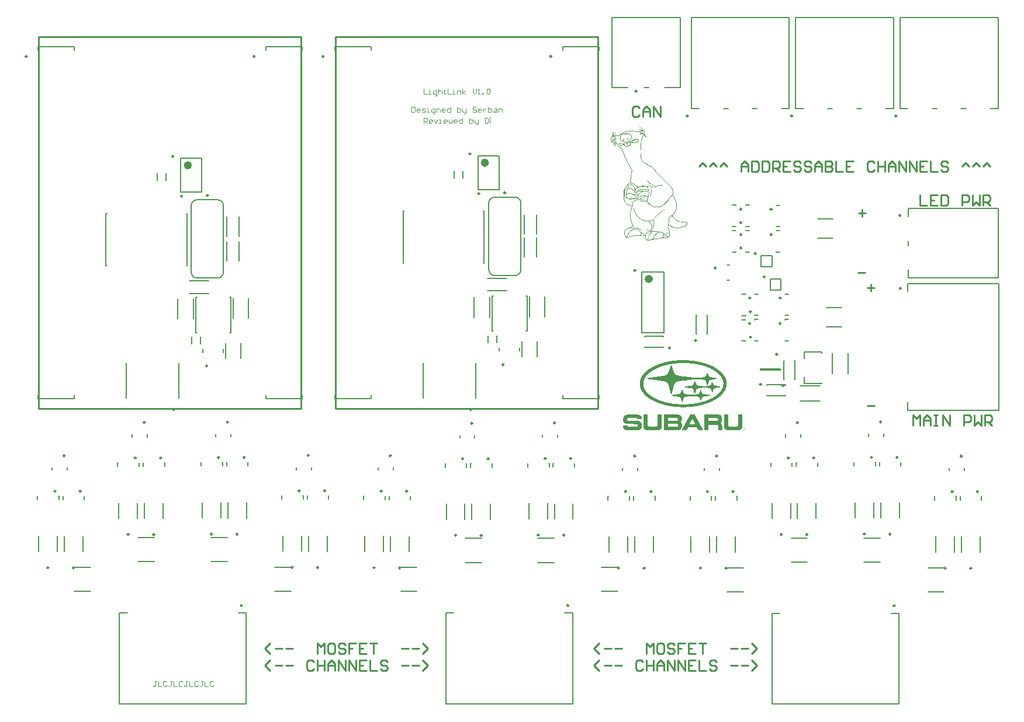
<source format=gto>
G04*
G04 #@! TF.GenerationSoftware,Altium Limited,Altium Designer,23.4.1 (23)*
G04*
G04 Layer_Color=65535*
%FSLAX44Y44*%
%MOMM*%
G71*
G04*
G04 #@! TF.SameCoordinates,AADE7E44-117F-4E65-A716-1D38EB4515B9*
G04*
G04*
G04 #@! TF.FilePolarity,Positive*
G04*
G01*
G75*
%ADD10C,0.2500*%
%ADD11C,0.6000*%
%ADD12C,0.2000*%
%ADD13C,0.2540*%
%ADD14C,0.1200*%
G36*
X900732Y838955D02*
X900997D01*
Y838911D01*
X901173D01*
Y838867D01*
X901261D01*
Y838822D01*
X901393D01*
Y838778D01*
X901481D01*
Y838734D01*
X901570D01*
Y838690D01*
X901658D01*
Y838646D01*
X901746D01*
Y838602D01*
X901834D01*
Y838558D01*
X901878D01*
Y838514D01*
X901966D01*
Y838470D01*
X902010D01*
Y838426D01*
X902098D01*
Y838382D01*
X902142D01*
Y838338D01*
X902231D01*
Y838294D01*
X902274D01*
Y838250D01*
X902363D01*
Y838206D01*
X902407D01*
Y838162D01*
X902451D01*
Y838118D01*
X902495D01*
Y838074D01*
X902583D01*
Y838029D01*
X902627D01*
Y837985D01*
X902671D01*
Y837941D01*
X902715D01*
Y837897D01*
X902803D01*
Y837853D01*
X902847D01*
Y837809D01*
X902891D01*
Y837765D01*
X902935D01*
Y837721D01*
X902980D01*
Y837677D01*
X903024D01*
Y837633D01*
X903068D01*
Y837589D01*
X903112D01*
Y837545D01*
X903156D01*
Y837501D01*
X903200D01*
Y837457D01*
X903244D01*
Y837413D01*
X903288D01*
Y837368D01*
X903332D01*
Y837325D01*
X903376D01*
Y837280D01*
X903420D01*
Y837236D01*
X903464D01*
Y837192D01*
X903508D01*
Y837148D01*
X903552D01*
Y837104D01*
X903596D01*
Y837060D01*
X903640D01*
Y836972D01*
X903684D01*
Y836928D01*
X903728D01*
Y836884D01*
X903773D01*
Y836840D01*
X903817D01*
Y836796D01*
X903861D01*
Y836708D01*
X903905D01*
Y836664D01*
X903949D01*
Y836619D01*
X903993D01*
Y836575D01*
X904037D01*
Y836487D01*
X904081D01*
Y836443D01*
X904125D01*
Y836355D01*
X904169D01*
Y836311D01*
X904213D01*
Y836267D01*
X904257D01*
Y836179D01*
X904301D01*
Y836135D01*
X904345D01*
Y836047D01*
X904389D01*
Y835959D01*
X904433D01*
Y835871D01*
X904477D01*
Y835826D01*
X904521D01*
Y835738D01*
X904566D01*
Y835650D01*
X904610D01*
Y835518D01*
X904654D01*
Y835430D01*
X904698D01*
Y835298D01*
X904742D01*
Y835166D01*
X904786D01*
Y834945D01*
X904830D01*
Y834461D01*
X904874D01*
Y834328D01*
X904918D01*
Y834240D01*
X904962D01*
Y834196D01*
X905006D01*
Y834152D01*
X905050D01*
Y834108D01*
X905094D01*
Y834064D01*
X905182D01*
Y834020D01*
X905227D01*
Y833976D01*
X905315D01*
Y833932D01*
X905403D01*
Y833888D01*
X905447D01*
Y833844D01*
X905535D01*
Y833800D01*
X905623D01*
Y833756D01*
X905711D01*
Y833712D01*
X905755D01*
Y833668D01*
X905843D01*
Y833624D01*
X905887D01*
Y833579D01*
X905931D01*
Y833535D01*
X906020D01*
Y833491D01*
X906064D01*
Y833447D01*
X906108D01*
Y833403D01*
X906152D01*
Y833359D01*
X906240D01*
Y833315D01*
X906284D01*
Y833271D01*
X906328D01*
Y833227D01*
X906372D01*
Y833183D01*
X906416D01*
Y833139D01*
X906460D01*
Y833095D01*
X906548D01*
Y833051D01*
X906592D01*
Y833007D01*
X906636D01*
Y832963D01*
X906680D01*
Y832919D01*
X906724D01*
Y832875D01*
X906768D01*
Y832830D01*
X906813D01*
Y832786D01*
X906857D01*
Y832742D01*
X906901D01*
Y832698D01*
X906945D01*
Y832654D01*
X906989D01*
Y832610D01*
X907033D01*
Y832566D01*
X907077D01*
Y832522D01*
X907121D01*
Y832478D01*
X907165D01*
Y832434D01*
X907209D01*
Y832346D01*
X907253D01*
Y832302D01*
X907297D01*
Y832258D01*
X907341D01*
Y832214D01*
X907385D01*
Y832169D01*
X907429D01*
Y832081D01*
X907474D01*
Y832037D01*
X907518D01*
Y831993D01*
X907562D01*
Y831905D01*
X907606D01*
Y831817D01*
X907650D01*
Y831729D01*
X907694D01*
Y831641D01*
X907738D01*
Y831509D01*
X907782D01*
Y831376D01*
X907826D01*
Y831244D01*
X907870D01*
Y831112D01*
X907914D01*
Y830892D01*
X907958D01*
Y830628D01*
X908002D01*
Y830231D01*
X908046D01*
Y829614D01*
X908002D01*
Y829174D01*
X907958D01*
Y828909D01*
X907914D01*
Y828645D01*
X907870D01*
Y828381D01*
X907826D01*
Y828160D01*
X907782D01*
Y827852D01*
X907738D01*
Y827455D01*
X907782D01*
Y827367D01*
X907826D01*
Y827323D01*
X907958D01*
Y827279D01*
X908134D01*
Y827235D01*
X908311D01*
Y827191D01*
X908399D01*
Y827147D01*
X908487D01*
Y827103D01*
X908575D01*
Y827059D01*
X908663D01*
Y827015D01*
X908707D01*
Y826971D01*
X908795D01*
Y826926D01*
X908839D01*
Y826882D01*
X908883D01*
Y826838D01*
X908927D01*
Y826794D01*
X909016D01*
Y826750D01*
X909060D01*
Y826706D01*
X909104D01*
Y826662D01*
X909148D01*
Y826618D01*
X909192D01*
Y826530D01*
X909236D01*
Y826486D01*
X909280D01*
Y826442D01*
X909324D01*
Y826398D01*
X909368D01*
Y826310D01*
X909412D01*
Y826266D01*
X909456D01*
Y826178D01*
X909500D01*
Y826133D01*
X909544D01*
Y826045D01*
X909588D01*
Y825957D01*
X909632D01*
Y825869D01*
X909677D01*
Y825781D01*
X909721D01*
Y825693D01*
X909765D01*
Y825561D01*
X909809D01*
Y825428D01*
X909853D01*
Y825296D01*
X909897D01*
Y825076D01*
X909941D01*
Y824415D01*
X909897D01*
Y824327D01*
X909853D01*
Y824283D01*
X909809D01*
Y824327D01*
X909765D01*
Y824371D01*
X909721D01*
Y824415D01*
X909677D01*
Y824459D01*
X909632D01*
Y824503D01*
X909588D01*
Y824591D01*
X909544D01*
Y824679D01*
X909500D01*
Y824724D01*
X909456D01*
Y824812D01*
X909412D01*
Y824900D01*
X909368D01*
Y824988D01*
X909324D01*
Y825032D01*
X909280D01*
Y825120D01*
X909236D01*
Y825208D01*
X909192D01*
Y825252D01*
X909148D01*
Y825340D01*
X909104D01*
Y825384D01*
X909060D01*
Y825472D01*
X909016D01*
Y825517D01*
X908971D01*
Y825605D01*
X908927D01*
Y825649D01*
X908883D01*
Y825693D01*
X908839D01*
Y825737D01*
X908795D01*
Y825825D01*
X908751D01*
Y825869D01*
X908707D01*
Y825913D01*
X908663D01*
Y825957D01*
X908619D01*
Y826001D01*
X908575D01*
Y826089D01*
X908531D01*
Y826133D01*
X908487D01*
Y826178D01*
X908443D01*
Y826222D01*
X908399D01*
Y826266D01*
X908355D01*
Y826310D01*
X908311D01*
Y826354D01*
X908267D01*
Y826398D01*
X908223D01*
Y826442D01*
X908178D01*
Y826486D01*
X908134D01*
Y826530D01*
X908090D01*
Y826574D01*
X908046D01*
Y826618D01*
X908002D01*
Y826662D01*
X907958D01*
Y826706D01*
X907914D01*
Y826750D01*
X907870D01*
Y826794D01*
X907826D01*
Y826838D01*
X907738D01*
Y826882D01*
X907694D01*
Y826926D01*
X907650D01*
Y826971D01*
X907562D01*
Y827015D01*
X907385D01*
Y826971D01*
X907341D01*
Y826926D01*
X907297D01*
Y826882D01*
X907253D01*
Y826838D01*
X907209D01*
Y826794D01*
X907165D01*
Y826750D01*
X907121D01*
Y826706D01*
X907077D01*
Y826662D01*
X907033D01*
Y826574D01*
X906989D01*
Y826530D01*
X906945D01*
Y826486D01*
X906901D01*
Y826442D01*
X906857D01*
Y826398D01*
X906813D01*
Y826310D01*
X906768D01*
Y826266D01*
X906724D01*
Y826222D01*
X906680D01*
Y826178D01*
X906636D01*
Y826089D01*
X906592D01*
Y826045D01*
X906548D01*
Y826001D01*
X906504D01*
Y825913D01*
X906460D01*
Y825869D01*
X906416D01*
Y825825D01*
X906372D01*
Y825737D01*
X906328D01*
Y825693D01*
X906284D01*
Y825649D01*
X906240D01*
Y825605D01*
X906196D01*
Y825517D01*
X906152D01*
Y825472D01*
X906108D01*
Y825428D01*
X906064D01*
Y825340D01*
X906020D01*
Y825296D01*
X905975D01*
Y825252D01*
X905931D01*
Y825164D01*
X905887D01*
Y825120D01*
X905843D01*
Y825076D01*
X905799D01*
Y824988D01*
X905755D01*
Y824944D01*
X905711D01*
Y824856D01*
X905667D01*
Y824812D01*
X905623D01*
Y824768D01*
X905579D01*
Y824679D01*
X905535D01*
Y824635D01*
X905491D01*
Y824547D01*
X905447D01*
Y824503D01*
X905403D01*
Y824459D01*
X905359D01*
Y824371D01*
X905315D01*
Y824327D01*
X905270D01*
Y824239D01*
X905227D01*
Y824195D01*
X905182D01*
Y824107D01*
X905138D01*
Y824063D01*
X905094D01*
Y823975D01*
X905050D01*
Y823931D01*
X905006D01*
Y823842D01*
X904962D01*
Y823754D01*
X904918D01*
Y823710D01*
X904874D01*
Y823622D01*
X904830D01*
Y823534D01*
X904786D01*
Y823446D01*
X904742D01*
Y823358D01*
X904698D01*
Y823270D01*
X904654D01*
Y823182D01*
X904610D01*
Y823093D01*
X904566D01*
Y823005D01*
X904521D01*
Y822873D01*
X904477D01*
Y822785D01*
X904433D01*
Y822653D01*
X904389D01*
Y822565D01*
X904345D01*
Y822432D01*
X904301D01*
Y822344D01*
X904257D01*
Y822212D01*
X904213D01*
Y822080D01*
X904169D01*
Y821948D01*
X904125D01*
Y821816D01*
X904081D01*
Y821684D01*
X904037D01*
Y821551D01*
X903993D01*
Y821419D01*
X903949D01*
Y821287D01*
X903905D01*
Y821155D01*
X903861D01*
Y820978D01*
X903817D01*
Y820846D01*
X903773D01*
Y820670D01*
X903728D01*
Y820538D01*
X903684D01*
Y820362D01*
X903640D01*
Y820185D01*
X903596D01*
Y820009D01*
X903552D01*
Y819833D01*
X903508D01*
Y819657D01*
X903464D01*
Y819436D01*
X903420D01*
Y819260D01*
X903376D01*
Y819084D01*
X903332D01*
Y818864D01*
X903288D01*
Y818687D01*
X903244D01*
Y818467D01*
X903200D01*
Y818247D01*
X903156D01*
Y818027D01*
X903112D01*
Y817806D01*
X903068D01*
Y817586D01*
X903024D01*
Y817322D01*
X902980D01*
Y817057D01*
X902935D01*
Y816837D01*
X902891D01*
Y816573D01*
X902847D01*
Y816264D01*
X902803D01*
Y816000D01*
X902759D01*
Y815691D01*
X902715D01*
Y815383D01*
X902671D01*
Y815075D01*
X902627D01*
Y814722D01*
X902583D01*
Y814370D01*
X902539D01*
Y814017D01*
X902495D01*
Y813577D01*
X902451D01*
Y813180D01*
X902407D01*
Y812695D01*
X902363D01*
Y812167D01*
X902319D01*
Y811506D01*
X902274D01*
Y810581D01*
X902231D01*
Y809435D01*
X902186D01*
Y807805D01*
X902142D01*
Y805426D01*
X902098D01*
Y800623D01*
X902142D01*
Y799257D01*
X902186D01*
Y798641D01*
X902231D01*
Y798112D01*
X902274D01*
Y797671D01*
X902319D01*
Y797275D01*
X902363D01*
Y796922D01*
X902407D01*
Y796570D01*
X902451D01*
Y796261D01*
X902495D01*
Y795953D01*
X902539D01*
Y795689D01*
X902583D01*
Y795424D01*
X902627D01*
Y795204D01*
X902671D01*
Y794940D01*
X902715D01*
Y794719D01*
X902759D01*
Y794499D01*
X902803D01*
Y794323D01*
X902847D01*
Y794102D01*
X902891D01*
Y793926D01*
X902935D01*
Y793750D01*
X902980D01*
Y793574D01*
X903024D01*
Y793353D01*
X903068D01*
Y793221D01*
X903112D01*
Y793045D01*
X903156D01*
Y792913D01*
X903200D01*
Y792737D01*
X903244D01*
Y792604D01*
X903288D01*
Y792472D01*
X903332D01*
Y792340D01*
X903376D01*
Y792208D01*
X903420D01*
Y792076D01*
X903464D01*
Y791944D01*
X903508D01*
Y791811D01*
X903552D01*
Y791723D01*
X903596D01*
Y791591D01*
X903640D01*
Y791459D01*
X903684D01*
Y791371D01*
X903728D01*
Y791283D01*
X903773D01*
Y791151D01*
X903817D01*
Y791062D01*
X903861D01*
Y790974D01*
X903905D01*
Y790886D01*
X903949D01*
Y790798D01*
X903993D01*
Y790710D01*
X904037D01*
Y790622D01*
X904081D01*
Y790534D01*
X904125D01*
Y790445D01*
X904169D01*
Y790402D01*
X904213D01*
Y790313D01*
X904257D01*
Y790269D01*
X904301D01*
Y790181D01*
X904345D01*
Y790137D01*
X904389D01*
Y790049D01*
X904433D01*
Y790005D01*
X904477D01*
Y789917D01*
X904521D01*
Y789873D01*
X904566D01*
Y789829D01*
X904610D01*
Y789741D01*
X904654D01*
Y789697D01*
X904698D01*
Y789652D01*
X904742D01*
Y789608D01*
X904786D01*
Y789520D01*
X904830D01*
Y789476D01*
X904874D01*
Y789432D01*
X904918D01*
Y789388D01*
X904962D01*
Y789300D01*
X905006D01*
Y789256D01*
X905050D01*
Y789212D01*
X905094D01*
Y789168D01*
X905138D01*
Y789124D01*
X905182D01*
Y789036D01*
X905227D01*
Y788992D01*
X905270D01*
Y788948D01*
X905315D01*
Y788904D01*
X905359D01*
Y788859D01*
X905403D01*
Y788815D01*
X905447D01*
Y788771D01*
X905491D01*
Y788727D01*
X905535D01*
Y788683D01*
X905579D01*
Y788639D01*
X905623D01*
Y788551D01*
X905667D01*
Y788507D01*
X905711D01*
Y788463D01*
X905755D01*
Y788419D01*
X905799D01*
Y788375D01*
X905843D01*
Y788331D01*
X905887D01*
Y788287D01*
X905931D01*
Y788243D01*
X905975D01*
Y788198D01*
X906020D01*
Y788155D01*
X906064D01*
Y788110D01*
X906108D01*
Y788066D01*
X906196D01*
Y788022D01*
X906240D01*
Y787978D01*
X906284D01*
Y787934D01*
X906328D01*
Y787890D01*
X906372D01*
Y787846D01*
X906416D01*
Y787802D01*
X906460D01*
Y787758D01*
X906504D01*
Y787714D01*
X906548D01*
Y787670D01*
X906636D01*
Y787626D01*
X906680D01*
Y787582D01*
X906724D01*
Y787538D01*
X906768D01*
Y787494D01*
X906857D01*
Y787449D01*
X906901D01*
Y787405D01*
X906945D01*
Y787361D01*
X907033D01*
Y787317D01*
X907077D01*
Y787273D01*
X907121D01*
Y787229D01*
X907209D01*
Y787185D01*
X907253D01*
Y787141D01*
X907341D01*
Y787097D01*
X907385D01*
Y787053D01*
X907474D01*
Y787009D01*
X907518D01*
Y786965D01*
X907562D01*
Y786921D01*
X907650D01*
Y786877D01*
X907738D01*
Y786833D01*
X907782D01*
Y786789D01*
X907870D01*
Y786745D01*
X907914D01*
Y786701D01*
X908002D01*
Y786656D01*
X908046D01*
Y786612D01*
X908134D01*
Y786568D01*
X908223D01*
Y786524D01*
X908267D01*
Y786480D01*
X908355D01*
Y786436D01*
X908443D01*
Y786392D01*
X908487D01*
Y786348D01*
X908575D01*
Y786304D01*
X908663D01*
Y786260D01*
X908707D01*
Y786216D01*
X908795D01*
Y786172D01*
X908883D01*
Y786128D01*
X908927D01*
Y786084D01*
X909016D01*
Y786040D01*
X909104D01*
Y785996D01*
X909192D01*
Y785952D01*
X909236D01*
Y785907D01*
X909324D01*
Y785863D01*
X909412D01*
Y785819D01*
X909500D01*
Y785775D01*
X909588D01*
Y785731D01*
X909632D01*
Y785687D01*
X909721D01*
Y785643D01*
X909809D01*
Y785599D01*
X909897D01*
Y785555D01*
X909985D01*
Y785511D01*
X910029D01*
Y785467D01*
X910117D01*
Y785423D01*
X910205D01*
Y785379D01*
X910293D01*
Y785335D01*
X910381D01*
Y785291D01*
X910425D01*
Y785247D01*
X910514D01*
Y785202D01*
X910602D01*
Y785158D01*
X910690D01*
Y785114D01*
X910778D01*
Y785070D01*
X910866D01*
Y785026D01*
X910954D01*
Y784982D01*
X910998D01*
Y784938D01*
X911086D01*
Y784894D01*
X911174D01*
Y784850D01*
X911263D01*
Y784806D01*
X911351D01*
Y784762D01*
X911439D01*
Y784718D01*
X911527D01*
Y784674D01*
X911571D01*
Y784630D01*
X911659D01*
Y784586D01*
X911747D01*
Y784542D01*
X911835D01*
Y784498D01*
X911924D01*
Y784454D01*
X912012D01*
Y784409D01*
X912100D01*
Y784365D01*
X912144D01*
Y784321D01*
X912232D01*
Y784277D01*
X912320D01*
Y784233D01*
X912408D01*
Y784189D01*
X912496D01*
Y784145D01*
X912584D01*
Y784101D01*
X912673D01*
Y784057D01*
X912761D01*
Y784013D01*
X912849D01*
Y783969D01*
X912893D01*
Y783925D01*
X912981D01*
Y783881D01*
X913069D01*
Y783837D01*
X913157D01*
Y783793D01*
X913245D01*
Y783748D01*
X913333D01*
Y783705D01*
X913421D01*
Y783660D01*
X913510D01*
Y783616D01*
X913598D01*
Y783572D01*
X913642D01*
Y783528D01*
X913730D01*
Y783484D01*
X913818D01*
Y783440D01*
X913906D01*
Y783396D01*
X913994D01*
Y783352D01*
X914082D01*
Y783308D01*
X914171D01*
Y783264D01*
X914259D01*
Y783220D01*
X914347D01*
Y783176D01*
X914391D01*
Y783132D01*
X914479D01*
Y783088D01*
X914567D01*
Y783044D01*
X914655D01*
Y782999D01*
X914743D01*
Y782955D01*
X914831D01*
Y782911D01*
X914920D01*
Y782867D01*
X915008D01*
Y782823D01*
X915052D01*
Y782779D01*
X915140D01*
Y782735D01*
X915228D01*
Y782691D01*
X915316D01*
Y782647D01*
X915404D01*
Y782603D01*
X915492D01*
Y782559D01*
X915580D01*
Y782515D01*
X915624D01*
Y782471D01*
X915713D01*
Y782427D01*
X915801D01*
Y782383D01*
X915889D01*
Y782339D01*
X915977D01*
Y782295D01*
X916065D01*
Y782251D01*
X916109D01*
Y782206D01*
X916197D01*
Y782162D01*
X916285D01*
Y782118D01*
X916374D01*
Y782074D01*
X916462D01*
Y782030D01*
X916550D01*
Y781986D01*
X916594D01*
Y781942D01*
X916682D01*
Y781898D01*
X916770D01*
Y781854D01*
X916858D01*
Y781810D01*
X916902D01*
Y781766D01*
X916990D01*
Y781722D01*
X917078D01*
Y781678D01*
X917167D01*
Y781634D01*
X917255D01*
Y781590D01*
X917299D01*
Y781546D01*
X917387D01*
Y781501D01*
X917475D01*
Y781458D01*
X917563D01*
Y781413D01*
X917607D01*
Y781369D01*
X917695D01*
Y781325D01*
X917739D01*
Y781281D01*
X917827D01*
Y781237D01*
X917915D01*
Y781193D01*
X917960D01*
Y781149D01*
X918048D01*
Y781105D01*
X918092D01*
Y781061D01*
X918180D01*
Y781017D01*
X918224D01*
Y780973D01*
X918268D01*
Y780929D01*
X918312D01*
Y780885D01*
X918400D01*
Y780841D01*
X918444D01*
Y780797D01*
X918488D01*
Y780752D01*
X918576D01*
Y780708D01*
X918621D01*
Y780664D01*
X918664D01*
Y780620D01*
X918709D01*
Y780576D01*
X918753D01*
Y780532D01*
X918797D01*
Y780488D01*
X918885D01*
Y780444D01*
X918929D01*
Y780400D01*
X918973D01*
Y780356D01*
X919017D01*
Y780312D01*
X919061D01*
Y780268D01*
X919105D01*
Y780224D01*
X919149D01*
Y780180D01*
X919193D01*
Y780136D01*
X919237D01*
Y780092D01*
X919281D01*
Y780048D01*
X919325D01*
Y780004D01*
X919414D01*
Y779959D01*
X919458D01*
Y779915D01*
X919502D01*
Y779871D01*
X919546D01*
Y779827D01*
X919590D01*
Y779783D01*
X919634D01*
Y779739D01*
X919678D01*
Y779695D01*
X919722D01*
Y779651D01*
X919766D01*
Y779607D01*
X919810D01*
Y779563D01*
X919854D01*
Y779519D01*
X919898D01*
Y779475D01*
X919942D01*
Y779431D01*
X919986D01*
Y779387D01*
X920030D01*
Y779343D01*
X920074D01*
Y779299D01*
X920118D01*
Y779255D01*
X920163D01*
Y779210D01*
X920207D01*
Y779166D01*
X920251D01*
Y779078D01*
X920295D01*
Y779034D01*
X920339D01*
Y778990D01*
X920383D01*
Y778946D01*
X920427D01*
Y778902D01*
X920471D01*
Y778858D01*
X920515D01*
Y778814D01*
X920559D01*
Y778770D01*
X920603D01*
Y778726D01*
X920647D01*
Y778682D01*
X920691D01*
Y778638D01*
X920735D01*
Y778594D01*
X920779D01*
Y778549D01*
X920823D01*
Y778461D01*
X920867D01*
Y778417D01*
X920911D01*
Y778373D01*
X920956D01*
Y778329D01*
X921000D01*
Y778285D01*
X921044D01*
Y778241D01*
X921088D01*
Y778197D01*
X921132D01*
Y778153D01*
X921176D01*
Y778065D01*
X921220D01*
Y778021D01*
X921264D01*
Y777977D01*
X921308D01*
Y777933D01*
X921352D01*
Y777889D01*
X921396D01*
Y777845D01*
X921440D01*
Y777757D01*
X921484D01*
Y777712D01*
X921528D01*
Y777668D01*
X921572D01*
Y777624D01*
X921617D01*
Y777580D01*
X921661D01*
Y777536D01*
X921705D01*
Y777448D01*
X921749D01*
Y777404D01*
X921793D01*
Y777360D01*
X921837D01*
Y777316D01*
X921881D01*
Y777228D01*
X921925D01*
Y777184D01*
X921969D01*
Y777140D01*
X922013D01*
Y777096D01*
X922057D01*
Y777008D01*
X922101D01*
Y776963D01*
X922145D01*
Y776919D01*
X922189D01*
Y776875D01*
X922233D01*
Y776787D01*
X922277D01*
Y776743D01*
X922321D01*
Y776699D01*
X922365D01*
Y776655D01*
X922410D01*
Y776567D01*
X922454D01*
Y776523D01*
X922498D01*
Y776479D01*
X922542D01*
Y776391D01*
X922586D01*
Y776347D01*
X922630D01*
Y776302D01*
X922674D01*
Y776214D01*
X922718D01*
Y776170D01*
X922762D01*
Y776126D01*
X922806D01*
Y776038D01*
X922850D01*
Y775994D01*
X922894D01*
Y775906D01*
X922938D01*
Y775862D01*
X922982D01*
Y775818D01*
X923026D01*
Y775730D01*
X923070D01*
Y775686D01*
X923114D01*
Y775598D01*
X923159D01*
Y775554D01*
X923203D01*
Y775509D01*
X923247D01*
Y775421D01*
X923291D01*
Y775377D01*
X923335D01*
Y775333D01*
X923379D01*
Y775245D01*
X923423D01*
Y775201D01*
X923467D01*
Y775157D01*
X923511D01*
Y775069D01*
X923555D01*
Y775025D01*
X923599D01*
Y774981D01*
X923643D01*
Y774937D01*
X923687D01*
Y774849D01*
X923731D01*
Y774805D01*
X923775D01*
Y774761D01*
X923819D01*
Y774672D01*
X923864D01*
Y774628D01*
X923908D01*
Y774584D01*
X923952D01*
Y774540D01*
X923996D01*
Y774452D01*
X924040D01*
Y774408D01*
X924084D01*
Y774364D01*
X924128D01*
Y774320D01*
X924172D01*
Y774276D01*
X924216D01*
Y774188D01*
X924260D01*
Y774144D01*
X924304D01*
Y774100D01*
X924348D01*
Y774055D01*
X924392D01*
Y774012D01*
X924436D01*
Y773923D01*
X924480D01*
Y773879D01*
X924524D01*
Y773835D01*
X924568D01*
Y773791D01*
X924613D01*
Y773747D01*
X924657D01*
Y773659D01*
X924701D01*
Y773615D01*
X924745D01*
Y773571D01*
X924789D01*
Y773527D01*
X924833D01*
Y773483D01*
X924877D01*
Y773439D01*
X924921D01*
Y773395D01*
X924965D01*
Y773307D01*
X925009D01*
Y773262D01*
X925053D01*
Y773218D01*
X925097D01*
Y773174D01*
X925141D01*
Y773130D01*
X925185D01*
Y773086D01*
X925229D01*
Y773042D01*
X925273D01*
Y772954D01*
X925318D01*
Y772910D01*
X925361D01*
Y772866D01*
X925406D01*
Y772822D01*
X925450D01*
Y772778D01*
X925494D01*
Y772734D01*
X925538D01*
Y772690D01*
X925582D01*
Y772646D01*
X925626D01*
Y772602D01*
X925670D01*
Y772513D01*
X925714D01*
Y772469D01*
X925758D01*
Y772425D01*
X925802D01*
Y772381D01*
X925846D01*
Y772337D01*
X925890D01*
Y772293D01*
X925934D01*
Y772249D01*
X925978D01*
Y772205D01*
X926022D01*
Y772161D01*
X926066D01*
Y772117D01*
X926111D01*
Y772073D01*
X926155D01*
Y771985D01*
X926199D01*
Y771941D01*
X926243D01*
Y771897D01*
X926287D01*
Y771853D01*
X926331D01*
Y771808D01*
X926375D01*
Y771764D01*
X926419D01*
Y771720D01*
X926463D01*
Y771676D01*
X926507D01*
Y771632D01*
X926551D01*
Y771588D01*
X926595D01*
Y771544D01*
X926639D01*
Y771500D01*
X926683D01*
Y771456D01*
X926727D01*
Y771412D01*
X926771D01*
Y771368D01*
X926815D01*
Y771324D01*
X926860D01*
Y771280D01*
X926904D01*
Y771192D01*
X926948D01*
Y771148D01*
X926992D01*
Y771104D01*
X927036D01*
Y771059D01*
X927080D01*
Y771015D01*
X927124D01*
Y770971D01*
X927168D01*
Y770927D01*
X927212D01*
Y770883D01*
X927256D01*
Y770839D01*
X927300D01*
Y770795D01*
X927344D01*
Y770751D01*
X927388D01*
Y770707D01*
X927432D01*
Y770663D01*
X927476D01*
Y770619D01*
X927520D01*
Y770575D01*
X927564D01*
Y770531D01*
X927608D01*
Y770487D01*
X927653D01*
Y770443D01*
X927697D01*
Y770399D01*
X927741D01*
Y770355D01*
X927785D01*
Y770311D01*
X927829D01*
Y770266D01*
X927873D01*
Y770222D01*
X927917D01*
Y770178D01*
X927961D01*
Y770134D01*
X928005D01*
Y770090D01*
X928049D01*
Y770046D01*
X928093D01*
Y770002D01*
X928137D01*
Y769958D01*
X928181D01*
Y769914D01*
X928225D01*
Y769870D01*
X928269D01*
Y769826D01*
X928314D01*
Y769782D01*
X928357D01*
Y769738D01*
X928402D01*
Y769694D01*
X928446D01*
Y769650D01*
X928490D01*
Y769605D01*
X928534D01*
Y769561D01*
X928578D01*
Y769517D01*
X928622D01*
Y769473D01*
X928666D01*
Y769429D01*
X928710D01*
Y769385D01*
X928754D01*
Y769341D01*
X928798D01*
Y769297D01*
X928842D01*
Y769253D01*
X928886D01*
Y769209D01*
X928930D01*
Y769165D01*
X928974D01*
Y769121D01*
X929018D01*
Y769077D01*
X929062D01*
Y769033D01*
X929107D01*
Y768989D01*
X929151D01*
Y768945D01*
X929195D01*
Y768901D01*
X929239D01*
Y768857D01*
X929283D01*
Y768812D01*
X929327D01*
Y768768D01*
X929371D01*
Y768724D01*
X929415D01*
Y768680D01*
X929459D01*
Y768636D01*
X929503D01*
Y768592D01*
X929547D01*
Y768548D01*
X929591D01*
Y768504D01*
X929635D01*
Y768460D01*
X929679D01*
Y768416D01*
X929723D01*
Y768372D01*
X929767D01*
Y768328D01*
X929811D01*
Y768284D01*
X929855D01*
Y768240D01*
X929900D01*
Y768196D01*
X929944D01*
Y768152D01*
X929988D01*
Y768108D01*
X930032D01*
Y768064D01*
X930076D01*
Y768019D01*
X930120D01*
Y767975D01*
X930164D01*
Y767931D01*
X930208D01*
Y767887D01*
X930252D01*
Y767843D01*
X930296D01*
Y767799D01*
X930340D01*
Y767755D01*
X930384D01*
Y767711D01*
X930428D01*
Y767667D01*
X930472D01*
Y767623D01*
X930516D01*
Y767579D01*
X930561D01*
Y767535D01*
X930605D01*
Y767491D01*
X930649D01*
Y767447D01*
X930693D01*
Y767403D01*
X930737D01*
Y767358D01*
X930781D01*
Y767315D01*
X930825D01*
Y767270D01*
X930869D01*
Y767226D01*
X930913D01*
Y767182D01*
X930957D01*
Y767138D01*
X931001D01*
Y767094D01*
X931045D01*
Y767050D01*
X931089D01*
Y767006D01*
X931133D01*
Y766962D01*
X931177D01*
Y766918D01*
X931221D01*
Y766874D01*
X931310D01*
Y766830D01*
X931354D01*
Y766786D01*
X931398D01*
Y766742D01*
X931442D01*
Y766698D01*
X931486D01*
Y766654D01*
X931530D01*
Y766609D01*
X931574D01*
Y766565D01*
X931618D01*
Y766521D01*
X931662D01*
Y766477D01*
X931706D01*
Y766433D01*
X931750D01*
Y766389D01*
X931794D01*
Y766345D01*
X931838D01*
Y766301D01*
X931882D01*
Y766257D01*
X931926D01*
Y766213D01*
X931970D01*
Y766169D01*
X932014D01*
Y766125D01*
X932058D01*
Y766081D01*
X932103D01*
Y766037D01*
X932147D01*
Y765993D01*
X932191D01*
Y765949D01*
X932235D01*
Y765905D01*
X932279D01*
Y765861D01*
X932323D01*
Y765816D01*
X932411D01*
Y765772D01*
X932455D01*
Y765728D01*
X932499D01*
Y765684D01*
X932543D01*
Y765640D01*
X932587D01*
Y765596D01*
X932631D01*
Y765552D01*
X932675D01*
Y765508D01*
X932719D01*
Y765464D01*
X932764D01*
Y765420D01*
X932807D01*
Y765376D01*
X932852D01*
Y765332D01*
X932896D01*
Y765288D01*
X932940D01*
Y765244D01*
X932984D01*
Y765200D01*
X933028D01*
Y765156D01*
X933072D01*
Y765111D01*
X933116D01*
Y765068D01*
X933160D01*
Y765023D01*
X933204D01*
Y764979D01*
X933248D01*
Y764935D01*
X933292D01*
Y764891D01*
X933336D01*
Y764847D01*
X933380D01*
Y764803D01*
X933424D01*
Y764759D01*
X933512D01*
Y764715D01*
X933557D01*
Y764671D01*
X933601D01*
Y764627D01*
X933645D01*
Y764583D01*
X933689D01*
Y764539D01*
X933733D01*
Y764495D01*
X933777D01*
Y764451D01*
X933821D01*
Y764407D01*
X933865D01*
Y764362D01*
X933909D01*
Y764318D01*
X933953D01*
Y764274D01*
X933997D01*
Y764230D01*
X934041D01*
Y764186D01*
X934085D01*
Y764142D01*
X934129D01*
Y764098D01*
X934173D01*
Y764054D01*
X934217D01*
Y764010D01*
X934261D01*
Y763966D01*
X934305D01*
Y763922D01*
X934350D01*
Y763878D01*
X934394D01*
Y763834D01*
X934438D01*
Y763790D01*
X934526D01*
Y763746D01*
X934570D01*
Y763702D01*
X934614D01*
Y763658D01*
X934658D01*
Y763614D01*
X934702D01*
Y763569D01*
X934746D01*
Y763525D01*
X934790D01*
Y763481D01*
X934834D01*
Y763437D01*
X934878D01*
Y763393D01*
X934922D01*
Y763349D01*
X934966D01*
Y763305D01*
X935011D01*
Y763261D01*
X935054D01*
Y763217D01*
X935099D01*
Y763173D01*
X935143D01*
Y763129D01*
X935187D01*
Y763085D01*
X935231D01*
Y763041D01*
X935275D01*
Y762997D01*
X935319D01*
Y762953D01*
X935363D01*
Y762909D01*
X935407D01*
Y762865D01*
X935451D01*
Y762820D01*
X935495D01*
Y762776D01*
X935583D01*
Y762732D01*
X935627D01*
Y762688D01*
X935671D01*
Y762644D01*
X935715D01*
Y762600D01*
X935760D01*
Y762556D01*
X935804D01*
Y762512D01*
X935848D01*
Y762468D01*
X935892D01*
Y762424D01*
X935936D01*
Y762380D01*
X935980D01*
Y762336D01*
X936024D01*
Y762292D01*
X936068D01*
Y762248D01*
X936112D01*
Y762204D01*
X936156D01*
Y762160D01*
X936200D01*
Y762115D01*
X936244D01*
Y762071D01*
X936288D01*
Y762027D01*
X936332D01*
Y761983D01*
X936376D01*
Y761939D01*
X936420D01*
Y761895D01*
X936464D01*
Y761851D01*
X936508D01*
Y761807D01*
X936597D01*
Y761763D01*
X936641D01*
Y761719D01*
X936685D01*
Y761675D01*
X936729D01*
Y761631D01*
X936773D01*
Y761587D01*
X936817D01*
Y761543D01*
X936861D01*
Y761499D01*
X936905D01*
Y761455D01*
X936949D01*
Y761411D01*
X936993D01*
Y761367D01*
X937037D01*
Y761322D01*
X937081D01*
Y761278D01*
X937125D01*
Y761234D01*
X937169D01*
Y761190D01*
X937213D01*
Y761146D01*
X937258D01*
Y761102D01*
X937302D01*
Y761058D01*
X937346D01*
Y761014D01*
X937390D01*
Y760970D01*
X937434D01*
Y760926D01*
X937478D01*
Y760882D01*
X937522D01*
Y760838D01*
X937566D01*
Y760794D01*
X937654D01*
Y760750D01*
X937698D01*
Y760706D01*
X937742D01*
Y760661D01*
X937786D01*
Y760618D01*
X937830D01*
Y760573D01*
X937874D01*
Y760529D01*
X937918D01*
Y760485D01*
X937962D01*
Y760441D01*
X938007D01*
Y760397D01*
X938051D01*
Y760353D01*
X938095D01*
Y760309D01*
X938139D01*
Y760265D01*
X938183D01*
Y760221D01*
X938227D01*
Y760177D01*
X938271D01*
Y760133D01*
X938315D01*
Y760089D01*
X938359D01*
Y760045D01*
X938403D01*
Y760001D01*
X938447D01*
Y759957D01*
X938491D01*
Y759912D01*
X938535D01*
Y759868D01*
X938579D01*
Y759824D01*
X938667D01*
Y759780D01*
X938711D01*
Y759736D01*
X938755D01*
Y759692D01*
X938800D01*
Y759648D01*
X938844D01*
Y759604D01*
X938888D01*
Y759560D01*
X938932D01*
Y759516D01*
X938976D01*
Y759472D01*
X939020D01*
Y759428D01*
X939064D01*
Y759384D01*
X939108D01*
Y759340D01*
X939152D01*
Y759296D01*
X939196D01*
Y759252D01*
X939240D01*
Y759208D01*
X939284D01*
Y759164D01*
X939328D01*
Y759119D01*
X939372D01*
Y759075D01*
X939416D01*
Y759031D01*
X939461D01*
Y758987D01*
X939504D01*
Y758943D01*
X939549D01*
Y758899D01*
X939593D01*
Y758855D01*
X939637D01*
Y758811D01*
X939725D01*
Y758767D01*
X939769D01*
Y758723D01*
X939813D01*
Y758679D01*
X939857D01*
Y758635D01*
X939901D01*
Y758591D01*
X939945D01*
Y758547D01*
X939989D01*
Y758503D01*
X940033D01*
Y758459D01*
X940077D01*
Y758415D01*
X940121D01*
Y758371D01*
X940165D01*
Y758326D01*
X940209D01*
Y758282D01*
X940254D01*
Y758238D01*
X940298D01*
Y758194D01*
X940342D01*
Y758150D01*
X940386D01*
Y758106D01*
X940430D01*
Y758062D01*
X940474D01*
Y758018D01*
X940518D01*
Y757974D01*
X940562D01*
Y757930D01*
X940606D01*
Y757886D01*
X940650D01*
Y757842D01*
X940694D01*
Y757798D01*
X940738D01*
Y757754D01*
X940782D01*
Y757710D01*
X940826D01*
Y757665D01*
X940870D01*
Y757621D01*
X940914D01*
Y757577D01*
X940958D01*
Y757533D01*
X941003D01*
Y757489D01*
X941047D01*
Y757445D01*
X941091D01*
Y757401D01*
X941135D01*
Y757357D01*
X941179D01*
Y757313D01*
X941223D01*
Y757269D01*
X941267D01*
Y757225D01*
X941311D01*
Y757181D01*
X941355D01*
Y757137D01*
X941399D01*
Y757093D01*
X941443D01*
Y757049D01*
X941487D01*
Y757005D01*
X941531D01*
Y756961D01*
X941575D01*
Y756917D01*
X941619D01*
Y756872D01*
X941663D01*
Y756828D01*
X941708D01*
Y756784D01*
X941751D01*
Y756740D01*
X941796D01*
Y756696D01*
X941840D01*
Y756652D01*
X941884D01*
Y756608D01*
X941928D01*
Y756564D01*
X941972D01*
Y756520D01*
X942016D01*
Y756476D01*
X942060D01*
Y756432D01*
X942104D01*
Y756388D01*
X942148D01*
Y756344D01*
X942192D01*
Y756300D01*
X942236D01*
Y756256D01*
X942280D01*
Y756212D01*
X942324D01*
Y756168D01*
X942368D01*
Y756124D01*
X942412D01*
Y756079D01*
X942457D01*
Y756035D01*
X942501D01*
Y755991D01*
X942545D01*
Y755947D01*
X942589D01*
Y755903D01*
X942633D01*
Y755859D01*
X942677D01*
Y755815D01*
X942721D01*
Y755771D01*
X942765D01*
Y755727D01*
X942809D01*
Y755683D01*
X942853D01*
Y755639D01*
X942897D01*
Y755595D01*
X942941D01*
Y755551D01*
X942985D01*
Y755462D01*
X943029D01*
Y755418D01*
X943073D01*
Y755374D01*
X943117D01*
Y755330D01*
X943161D01*
Y755286D01*
X943205D01*
Y755242D01*
X943250D01*
Y755198D01*
X943294D01*
Y755154D01*
X943338D01*
Y755110D01*
X943382D01*
Y755066D01*
X943426D01*
Y755022D01*
X943470D01*
Y754978D01*
X943514D01*
Y754934D01*
X943558D01*
Y754890D01*
X943602D01*
Y754846D01*
X943646D01*
Y754802D01*
X943690D01*
Y754758D01*
X943734D01*
Y754714D01*
X943778D01*
Y754625D01*
X943822D01*
Y754581D01*
X943866D01*
Y754537D01*
X943910D01*
Y754493D01*
X943954D01*
Y754449D01*
X943998D01*
Y754405D01*
X944043D01*
Y754361D01*
X944087D01*
Y754317D01*
X944131D01*
Y754273D01*
X944175D01*
Y754229D01*
X944219D01*
Y754185D01*
X944263D01*
Y754141D01*
X944307D01*
Y754097D01*
X944351D01*
Y754009D01*
X944395D01*
Y753965D01*
X944439D01*
Y753921D01*
X944483D01*
Y753876D01*
X944527D01*
Y753832D01*
X944571D01*
Y753788D01*
X944615D01*
Y753744D01*
X944659D01*
Y753700D01*
X944704D01*
Y753612D01*
X944747D01*
Y753568D01*
X944792D01*
Y753524D01*
X944836D01*
Y753480D01*
X944880D01*
Y753436D01*
X944924D01*
Y753392D01*
X944968D01*
Y753348D01*
X945012D01*
Y753304D01*
X945056D01*
Y753215D01*
X945100D01*
Y753171D01*
X945144D01*
Y753127D01*
X945188D01*
Y753083D01*
X945232D01*
Y753039D01*
X945276D01*
Y752995D01*
X945320D01*
Y752951D01*
X945364D01*
Y752863D01*
X945408D01*
Y752819D01*
X945452D01*
Y752775D01*
X945497D01*
Y752731D01*
X945541D01*
Y752687D01*
X945585D01*
Y752599D01*
X945629D01*
Y752555D01*
X945673D01*
Y752511D01*
X945717D01*
Y752467D01*
X945761D01*
Y752422D01*
X945805D01*
Y752334D01*
X945849D01*
Y752290D01*
X945893D01*
Y752246D01*
X945937D01*
Y752202D01*
X945981D01*
Y752114D01*
X946025D01*
Y752070D01*
X946069D01*
Y752026D01*
X946113D01*
Y751982D01*
X946157D01*
Y751894D01*
X946201D01*
Y751850D01*
X946246D01*
Y751806D01*
X946290D01*
Y751718D01*
X946334D01*
Y751674D01*
X946378D01*
Y751585D01*
X946422D01*
Y751541D01*
X946466D01*
Y751497D01*
X946510D01*
Y751409D01*
X946554D01*
Y751365D01*
X946598D01*
Y751277D01*
X946642D01*
Y751233D01*
X946686D01*
Y751145D01*
X946730D01*
Y751101D01*
X946774D01*
Y751013D01*
X946818D01*
Y750968D01*
X946862D01*
Y750880D01*
X946906D01*
Y750792D01*
X946951D01*
Y750748D01*
X946994D01*
Y750660D01*
X947039D01*
Y750616D01*
X947083D01*
Y750528D01*
X947127D01*
Y750440D01*
X947171D01*
Y750396D01*
X947215D01*
Y750308D01*
X947259D01*
Y750219D01*
X947303D01*
Y750131D01*
X947347D01*
Y750087D01*
X947391D01*
Y749999D01*
X947435D01*
Y749911D01*
X947479D01*
Y749823D01*
X947523D01*
Y749735D01*
X947567D01*
Y749647D01*
X947611D01*
Y749559D01*
X947655D01*
Y749471D01*
X947700D01*
Y749382D01*
X947744D01*
Y749294D01*
X947788D01*
Y749206D01*
X947832D01*
Y749118D01*
X947876D01*
Y749030D01*
X947920D01*
Y748898D01*
X947964D01*
Y748810D01*
X948008D01*
Y748721D01*
X948052D01*
Y748589D01*
X948096D01*
Y748501D01*
X948140D01*
Y748413D01*
X948184D01*
Y748281D01*
X948228D01*
Y748193D01*
X948272D01*
Y748061D01*
X948316D01*
Y747928D01*
X948360D01*
Y747796D01*
X948404D01*
Y747708D01*
X948448D01*
Y747576D01*
X948493D01*
Y747444D01*
X948537D01*
Y747312D01*
X948581D01*
Y747179D01*
X948625D01*
Y747003D01*
X948669D01*
Y746871D01*
X948713D01*
Y746695D01*
X948757D01*
Y746563D01*
X948801D01*
Y746386D01*
X948845D01*
Y746166D01*
X948889D01*
Y745990D01*
X948933D01*
Y745770D01*
X948977D01*
Y745549D01*
X949021D01*
Y745285D01*
X949065D01*
Y745021D01*
X949109D01*
Y744668D01*
X949153D01*
Y744228D01*
X949197D01*
Y742553D01*
X949153D01*
Y742113D01*
X949109D01*
Y741848D01*
X949065D01*
Y741584D01*
X949021D01*
Y741408D01*
X948977D01*
Y741187D01*
X948933D01*
Y741055D01*
X948889D01*
Y740879D01*
X948845D01*
Y740747D01*
X948801D01*
Y740615D01*
X948757D01*
Y740482D01*
X948713D01*
Y740350D01*
X948669D01*
Y740262D01*
X948625D01*
Y740130D01*
X948581D01*
Y739998D01*
X948625D01*
Y739910D01*
X948669D01*
Y739822D01*
X948713D01*
Y739778D01*
X948757D01*
Y739689D01*
X948801D01*
Y739645D01*
X948845D01*
Y739557D01*
X948889D01*
Y739469D01*
X948933D01*
Y739425D01*
X948977D01*
Y739337D01*
X949021D01*
Y739293D01*
X949065D01*
Y739205D01*
X949109D01*
Y739117D01*
X949153D01*
Y739073D01*
X949197D01*
Y738984D01*
X949242D01*
Y738940D01*
X949286D01*
Y738852D01*
X949330D01*
Y738764D01*
X949374D01*
Y738720D01*
X949418D01*
Y738632D01*
X949462D01*
Y738588D01*
X949506D01*
Y738500D01*
X949550D01*
Y738412D01*
X949594D01*
Y738368D01*
X949638D01*
Y738279D01*
X949682D01*
Y738191D01*
X949726D01*
Y738147D01*
X949770D01*
Y738059D01*
X949814D01*
Y737971D01*
X949858D01*
Y737927D01*
X949902D01*
Y737839D01*
X949947D01*
Y737751D01*
X949991D01*
Y737707D01*
X950035D01*
Y737619D01*
X950079D01*
Y737531D01*
X950123D01*
Y737486D01*
X950167D01*
Y737398D01*
X950211D01*
Y737310D01*
X950255D01*
Y737222D01*
X950299D01*
Y737178D01*
X950343D01*
Y737090D01*
X950387D01*
Y737002D01*
X950431D01*
Y736914D01*
X950475D01*
Y736825D01*
X950519D01*
Y736781D01*
X950563D01*
Y736693D01*
X950607D01*
Y736605D01*
X950651D01*
Y736517D01*
X950695D01*
Y736429D01*
X950740D01*
Y736385D01*
X950784D01*
Y736297D01*
X950828D01*
Y736209D01*
X950872D01*
Y736121D01*
X950916D01*
Y736032D01*
X950960D01*
Y735944D01*
X951004D01*
Y735856D01*
X951048D01*
Y735768D01*
X951092D01*
Y735680D01*
X951136D01*
Y735592D01*
X951180D01*
Y735504D01*
X951224D01*
Y735416D01*
X951268D01*
Y735328D01*
X951312D01*
Y735239D01*
X951356D01*
Y735151D01*
X951401D01*
Y735063D01*
X951444D01*
Y734975D01*
X951489D01*
Y734887D01*
X951533D01*
Y734799D01*
X951577D01*
Y734711D01*
X951621D01*
Y734623D01*
X951665D01*
Y734535D01*
X951709D01*
Y734446D01*
X951753D01*
Y734358D01*
X951797D01*
Y734226D01*
X951841D01*
Y734138D01*
X951885D01*
Y734050D01*
X951929D01*
Y733962D01*
X951973D01*
Y733874D01*
X952017D01*
Y733741D01*
X952061D01*
Y733653D01*
X952105D01*
Y733565D01*
X952150D01*
Y733433D01*
X952194D01*
Y733345D01*
X952238D01*
Y733257D01*
X952282D01*
Y733125D01*
X952326D01*
Y733036D01*
X952370D01*
Y732948D01*
X952414D01*
Y732816D01*
X952458D01*
Y732728D01*
X952502D01*
Y732596D01*
X952546D01*
Y732508D01*
X952590D01*
Y732376D01*
X952634D01*
Y732287D01*
X952678D01*
Y732155D01*
X952722D01*
Y732023D01*
X952766D01*
Y731935D01*
X952810D01*
Y731803D01*
X952854D01*
Y731671D01*
X952898D01*
Y731582D01*
X952943D01*
Y731450D01*
X952987D01*
Y731318D01*
X953031D01*
Y731186D01*
X953075D01*
Y731054D01*
X953119D01*
Y730922D01*
X953163D01*
Y730789D01*
X953207D01*
Y730657D01*
X953251D01*
Y730525D01*
X953295D01*
Y730393D01*
X953339D01*
Y730261D01*
X953383D01*
Y730128D01*
X953427D01*
Y729952D01*
X953471D01*
Y729820D01*
X953515D01*
Y729644D01*
X953559D01*
Y729512D01*
X953603D01*
Y729335D01*
X953648D01*
Y729203D01*
X953691D01*
Y729027D01*
X953736D01*
Y728851D01*
X953780D01*
Y728675D01*
X953824D01*
Y728498D01*
X953868D01*
Y728322D01*
X953912D01*
Y728146D01*
X953956D01*
Y727926D01*
X954000D01*
Y727705D01*
X954044D01*
Y727485D01*
X954088D01*
Y727265D01*
X954132D01*
Y727044D01*
X954176D01*
Y726780D01*
X954220D01*
Y726516D01*
X954264D01*
Y726207D01*
X954308D01*
Y725899D01*
X954352D01*
Y725502D01*
X954397D01*
Y725062D01*
X954441D01*
Y724401D01*
X954485D01*
Y722506D01*
X954441D01*
Y721801D01*
X954397D01*
Y721361D01*
X954352D01*
Y721052D01*
X954308D01*
Y720744D01*
X954264D01*
Y720524D01*
X954220D01*
Y720303D01*
X954176D01*
Y720127D01*
X954132D01*
Y719951D01*
X954088D01*
Y719819D01*
X954044D01*
Y719642D01*
X954000D01*
Y719510D01*
X953956D01*
Y719378D01*
X953912D01*
Y719246D01*
X953868D01*
Y719158D01*
X953824D01*
Y719026D01*
X953780D01*
Y718894D01*
X953736D01*
Y718805D01*
X953691D01*
Y718673D01*
X953648D01*
Y718585D01*
X953603D01*
Y718497D01*
X953559D01*
Y718365D01*
X953515D01*
Y718277D01*
X953471D01*
Y718188D01*
X953427D01*
Y718100D01*
X953383D01*
Y718012D01*
X953339D01*
Y717880D01*
X953295D01*
Y717792D01*
X953251D01*
Y717704D01*
X953207D01*
Y717616D01*
X953163D01*
Y717528D01*
X953119D01*
Y717439D01*
X953075D01*
Y717351D01*
X953031D01*
Y717263D01*
X952987D01*
Y717175D01*
X952943D01*
Y717087D01*
X952898D01*
Y716999D01*
X952854D01*
Y716911D01*
X952810D01*
Y716823D01*
X952766D01*
Y716779D01*
X952722D01*
Y716691D01*
X952678D01*
Y716602D01*
X952634D01*
Y716514D01*
X952590D01*
Y716426D01*
X952546D01*
Y716382D01*
X952502D01*
Y716294D01*
X952458D01*
Y716206D01*
X952414D01*
Y716162D01*
X952370D01*
Y716074D01*
X952326D01*
Y715986D01*
X952282D01*
Y715941D01*
X952238D01*
Y715853D01*
X952194D01*
Y715809D01*
X952150D01*
Y715721D01*
X952105D01*
Y715633D01*
X952061D01*
Y715589D01*
X952017D01*
Y715501D01*
X951973D01*
Y715457D01*
X951929D01*
Y715369D01*
X951885D01*
Y715325D01*
X951841D01*
Y715237D01*
X951797D01*
Y715192D01*
X951753D01*
Y715148D01*
X951709D01*
Y715060D01*
X951665D01*
Y715016D01*
X951621D01*
Y714928D01*
X951577D01*
Y714884D01*
X951533D01*
Y714796D01*
X951489D01*
Y714752D01*
X951444D01*
Y714708D01*
X951401D01*
Y714620D01*
X951356D01*
Y714576D01*
X951312D01*
Y714532D01*
X951268D01*
Y714444D01*
X951224D01*
Y714399D01*
X951180D01*
Y714355D01*
X951136D01*
Y714267D01*
X951092D01*
Y714223D01*
X951048D01*
Y714179D01*
X951004D01*
Y714135D01*
X950960D01*
Y714047D01*
X950916D01*
Y714003D01*
X950872D01*
Y713959D01*
X950828D01*
Y713915D01*
X950784D01*
Y713827D01*
X950740D01*
Y713783D01*
X950695D01*
Y713739D01*
X950651D01*
Y713695D01*
X950607D01*
Y713606D01*
X950563D01*
Y713562D01*
X950519D01*
Y713518D01*
X950475D01*
Y713474D01*
X950431D01*
Y713430D01*
X950387D01*
Y713342D01*
X950343D01*
Y713298D01*
X950299D01*
Y713254D01*
X950255D01*
Y713210D01*
X950211D01*
Y713166D01*
X950167D01*
Y713122D01*
X950123D01*
Y713034D01*
X950079D01*
Y712990D01*
X950035D01*
Y712945D01*
X949991D01*
Y712901D01*
X949947D01*
Y712857D01*
X949902D01*
Y712813D01*
X949858D01*
Y712769D01*
X949814D01*
Y712681D01*
X949770D01*
Y712637D01*
X949726D01*
Y712593D01*
X949682D01*
Y712549D01*
X949638D01*
Y712505D01*
X949594D01*
Y712461D01*
X949550D01*
Y712417D01*
X949506D01*
Y712373D01*
X949462D01*
Y712285D01*
X949418D01*
Y712241D01*
X949374D01*
Y712197D01*
X949330D01*
Y712152D01*
X949286D01*
Y712108D01*
X949242D01*
Y712064D01*
X949197D01*
Y712020D01*
X949153D01*
Y711976D01*
X949109D01*
Y711932D01*
X949065D01*
Y711844D01*
X949021D01*
Y711800D01*
X948977D01*
Y711756D01*
X948933D01*
Y711712D01*
X948889D01*
Y711668D01*
X948845D01*
Y711624D01*
X948801D01*
Y711536D01*
X948757D01*
Y711491D01*
X948713D01*
Y711448D01*
X948669D01*
Y711403D01*
X948625D01*
Y711359D01*
X948581D01*
Y711271D01*
X948537D01*
Y711227D01*
X948493D01*
Y711183D01*
X948448D01*
Y711095D01*
X948404D01*
Y711051D01*
X948360D01*
Y711007D01*
X948316D01*
Y710919D01*
X948272D01*
Y710875D01*
X948228D01*
Y710787D01*
X948184D01*
Y710742D01*
X948140D01*
Y710654D01*
X948096D01*
Y710346D01*
X948140D01*
Y710214D01*
X948184D01*
Y710126D01*
X948228D01*
Y710038D01*
X948272D01*
Y709949D01*
X948316D01*
Y709905D01*
X948360D01*
Y709817D01*
X948404D01*
Y709773D01*
X948448D01*
Y709685D01*
X948493D01*
Y709641D01*
X948537D01*
Y709553D01*
X948581D01*
Y709509D01*
X948625D01*
Y709465D01*
X948669D01*
Y709377D01*
X948713D01*
Y709333D01*
X948757D01*
Y709289D01*
X948801D01*
Y709245D01*
X948845D01*
Y709156D01*
X948889D01*
Y709112D01*
X948933D01*
Y709068D01*
X948977D01*
Y709024D01*
X949021D01*
Y708980D01*
X949065D01*
Y708936D01*
X949109D01*
Y708848D01*
X949153D01*
Y708804D01*
X949197D01*
Y708760D01*
X949242D01*
Y708716D01*
X949286D01*
Y708672D01*
X949330D01*
Y708628D01*
X949374D01*
Y708540D01*
X949418D01*
Y708495D01*
X949462D01*
Y708451D01*
X949506D01*
Y708407D01*
X949550D01*
Y708363D01*
X949594D01*
Y708319D01*
X949638D01*
Y708275D01*
X949682D01*
Y708187D01*
X949726D01*
Y708143D01*
X949770D01*
Y708099D01*
X949814D01*
Y708055D01*
X949858D01*
Y708011D01*
X949902D01*
Y707967D01*
X949947D01*
Y707923D01*
X949991D01*
Y707879D01*
X950035D01*
Y707835D01*
X950079D01*
Y707747D01*
X950123D01*
Y707702D01*
X950167D01*
Y707658D01*
X950211D01*
Y707614D01*
X950255D01*
Y707570D01*
X950299D01*
Y707526D01*
X950343D01*
Y707482D01*
X950387D01*
Y707438D01*
X950431D01*
Y707394D01*
X950475D01*
Y707350D01*
X950519D01*
Y707262D01*
X950563D01*
Y707218D01*
X950607D01*
Y707174D01*
X950651D01*
Y707130D01*
X950695D01*
Y707086D01*
X950740D01*
Y707042D01*
X950784D01*
Y706998D01*
X950828D01*
Y706953D01*
X950872D01*
Y706909D01*
X950916D01*
Y706865D01*
X950960D01*
Y706821D01*
X951004D01*
Y706777D01*
X951048D01*
Y706733D01*
X951092D01*
Y706689D01*
X951136D01*
Y706645D01*
X951180D01*
Y706557D01*
X951224D01*
Y706513D01*
X951268D01*
Y706469D01*
X951312D01*
Y706425D01*
X951356D01*
Y706381D01*
X951401D01*
Y706337D01*
X951444D01*
Y706292D01*
X951489D01*
Y706248D01*
X951533D01*
Y706204D01*
X951577D01*
Y706160D01*
X951621D01*
Y706116D01*
X951665D01*
Y706072D01*
X951709D01*
Y706028D01*
X951753D01*
Y705984D01*
X951797D01*
Y705940D01*
X951841D01*
Y705896D01*
X951885D01*
Y705852D01*
X951929D01*
Y705808D01*
X951973D01*
Y705764D01*
X952017D01*
Y705720D01*
X952061D01*
Y705676D01*
X952105D01*
Y705632D01*
X952150D01*
Y705588D01*
X952194D01*
Y705544D01*
X952238D01*
Y705499D01*
X952282D01*
Y705455D01*
X952326D01*
Y705411D01*
X952370D01*
Y705367D01*
X952414D01*
Y705323D01*
X952458D01*
Y705279D01*
X952502D01*
Y705235D01*
X952546D01*
Y705191D01*
X952590D01*
Y705147D01*
X952634D01*
Y705103D01*
X952722D01*
Y705059D01*
X952766D01*
Y705015D01*
X952810D01*
Y704971D01*
X952854D01*
Y704927D01*
X952898D01*
Y704883D01*
X952943D01*
Y704839D01*
X952987D01*
Y704794D01*
X953031D01*
Y704751D01*
X953075D01*
Y704706D01*
X953119D01*
Y704662D01*
X953163D01*
Y704618D01*
X953251D01*
Y704574D01*
X953295D01*
Y704530D01*
X953339D01*
Y704486D01*
X953383D01*
Y704442D01*
X953427D01*
Y704398D01*
X953471D01*
Y704354D01*
X953515D01*
Y704310D01*
X953603D01*
Y704266D01*
X953648D01*
Y704222D01*
X953691D01*
Y704178D01*
X953736D01*
Y704134D01*
X953780D01*
Y704090D01*
X953868D01*
Y704045D01*
X953912D01*
Y704001D01*
X953956D01*
Y703957D01*
X954000D01*
Y703913D01*
X954088D01*
Y703869D01*
X954132D01*
Y703825D01*
X954176D01*
Y703781D01*
X954220D01*
Y703737D01*
X954308D01*
Y703693D01*
X954352D01*
Y703649D01*
X954441D01*
Y703605D01*
X954485D01*
Y703561D01*
X954529D01*
Y703517D01*
X954617D01*
Y703473D01*
X954661D01*
Y703429D01*
X954705D01*
Y703385D01*
X954793D01*
Y703341D01*
X954837D01*
Y703297D01*
X954925D01*
Y703252D01*
X954969D01*
Y703208D01*
X955057D01*
Y703164D01*
X955101D01*
Y703120D01*
X955190D01*
Y703076D01*
X955234D01*
Y703032D01*
X955322D01*
Y702988D01*
X955410D01*
Y702944D01*
X955454D01*
Y702900D01*
X955542D01*
Y702856D01*
X955630D01*
Y702812D01*
X955674D01*
Y702768D01*
X955762D01*
Y702724D01*
X955850D01*
Y702680D01*
X955939D01*
Y702636D01*
X956027D01*
Y702592D01*
X956115D01*
Y702548D01*
X956203D01*
Y702503D01*
X956291D01*
Y702459D01*
X956379D01*
Y702415D01*
X956467D01*
Y702371D01*
X956555D01*
Y702327D01*
X956688D01*
Y702283D01*
X956776D01*
Y702239D01*
X956908D01*
Y702195D01*
X956996D01*
Y702151D01*
X957128D01*
Y702107D01*
X957260D01*
Y702063D01*
X957393D01*
Y702019D01*
X957525D01*
Y701975D01*
X957701D01*
Y701931D01*
X957833D01*
Y701887D01*
X958009D01*
Y701843D01*
X958186D01*
Y701798D01*
X958362D01*
Y701755D01*
X958670D01*
Y701710D01*
X959111D01*
Y701666D01*
X959640D01*
Y701622D01*
X960256D01*
Y701578D01*
X961049D01*
Y701534D01*
X961754D01*
Y701490D01*
X962680D01*
Y701446D01*
X963517D01*
Y701402D01*
X964486D01*
Y701358D01*
X965367D01*
Y701314D01*
X966116D01*
Y701270D01*
X966821D01*
Y701226D01*
X967350D01*
Y701182D01*
X967746D01*
Y701138D01*
X968055D01*
Y701094D01*
X968319D01*
Y701049D01*
X968495D01*
Y701005D01*
X968672D01*
Y700961D01*
X968760D01*
Y700917D01*
X968848D01*
Y700873D01*
X968936D01*
Y700829D01*
X969024D01*
Y700785D01*
X969068D01*
Y700741D01*
X969112D01*
Y700697D01*
X969156D01*
Y700653D01*
X969200D01*
Y700609D01*
X969244D01*
Y700565D01*
X969288D01*
Y700477D01*
X969333D01*
Y700433D01*
X969377D01*
Y700344D01*
X969421D01*
Y700212D01*
X969465D01*
Y700080D01*
X969509D01*
Y699904D01*
X969553D01*
Y698626D01*
X969509D01*
Y698406D01*
X969465D01*
Y698230D01*
X969421D01*
Y698098D01*
X969377D01*
Y697965D01*
X969333D01*
Y697877D01*
X969288D01*
Y697789D01*
X969244D01*
Y697701D01*
X969200D01*
Y697613D01*
X969156D01*
Y697569D01*
X969112D01*
Y697481D01*
X969068D01*
Y697437D01*
X969024D01*
Y697348D01*
X968980D01*
Y697305D01*
X968936D01*
Y697216D01*
X968892D01*
Y697172D01*
X968848D01*
Y697128D01*
X968804D01*
Y697084D01*
X968760D01*
Y696996D01*
X968716D01*
Y696952D01*
X968672D01*
Y696908D01*
X968628D01*
Y696864D01*
X968584D01*
Y696776D01*
X968540D01*
Y696732D01*
X968495D01*
Y696688D01*
X968451D01*
Y696644D01*
X968407D01*
Y696600D01*
X968363D01*
Y696555D01*
X968319D01*
Y696511D01*
X968275D01*
Y696467D01*
X968231D01*
Y696423D01*
X968187D01*
Y696379D01*
X968143D01*
Y696335D01*
X968099D01*
Y696291D01*
X968055D01*
Y696247D01*
X968011D01*
Y696203D01*
X967967D01*
Y696159D01*
X967923D01*
Y696115D01*
X967879D01*
Y696071D01*
X967834D01*
Y696027D01*
X967791D01*
Y695983D01*
X967746D01*
Y695939D01*
X967702D01*
Y695895D01*
X967658D01*
Y695851D01*
X967614D01*
Y695807D01*
X967570D01*
Y695762D01*
X967526D01*
Y695718D01*
X967438D01*
Y695674D01*
X967394D01*
Y695630D01*
X967350D01*
Y695586D01*
X967306D01*
Y695542D01*
X967262D01*
Y695498D01*
X967174D01*
Y695454D01*
X967130D01*
Y695410D01*
X967085D01*
Y695366D01*
X967041D01*
Y695322D01*
X966953D01*
Y695278D01*
X966909D01*
Y695234D01*
X966865D01*
Y695190D01*
X966777D01*
Y695146D01*
X966733D01*
Y695101D01*
X966645D01*
Y695058D01*
X966601D01*
Y695013D01*
X966513D01*
Y694969D01*
X966425D01*
Y694925D01*
X966381D01*
Y694881D01*
X966292D01*
Y694837D01*
X966204D01*
Y694793D01*
X966116D01*
Y694749D01*
X966028D01*
Y694705D01*
X965940D01*
Y694661D01*
X965808D01*
Y694617D01*
X965720D01*
Y694573D01*
X965632D01*
Y694529D01*
X965499D01*
Y694485D01*
X965411D01*
Y694441D01*
X965279D01*
Y694397D01*
X965147D01*
Y694352D01*
X965059D01*
Y694308D01*
X964927D01*
Y694264D01*
X964794D01*
Y694220D01*
X964662D01*
Y694176D01*
X964574D01*
Y694132D01*
X964442D01*
Y694088D01*
X964310D01*
Y694044D01*
X964178D01*
Y694000D01*
X964045D01*
Y693956D01*
X963913D01*
Y693912D01*
X963737D01*
Y693868D01*
X963605D01*
Y693824D01*
X963473D01*
Y693780D01*
X963341D01*
Y693736D01*
X963208D01*
Y693692D01*
X963032D01*
Y693648D01*
X962900D01*
Y693604D01*
X962768D01*
Y693559D01*
X962591D01*
Y693515D01*
X962459D01*
Y693471D01*
X962283D01*
Y693427D01*
X962151D01*
Y693383D01*
X961975D01*
Y693339D01*
X961842D01*
Y693295D01*
X961666D01*
Y693251D01*
X961490D01*
Y693207D01*
X961358D01*
Y693163D01*
X961182D01*
Y693119D01*
X961005D01*
Y693075D01*
X960829D01*
Y693031D01*
X960653D01*
Y692987D01*
X960477D01*
Y692943D01*
X960300D01*
Y692899D01*
X960124D01*
Y692855D01*
X959948D01*
Y692811D01*
X959728D01*
Y692766D01*
X959551D01*
Y692722D01*
X959331D01*
Y692678D01*
X959155D01*
Y692634D01*
X958935D01*
Y692590D01*
X958714D01*
Y692546D01*
X958538D01*
Y692502D01*
X958274D01*
Y692458D01*
X958053D01*
Y692414D01*
X957789D01*
Y692370D01*
X957525D01*
Y692326D01*
X957216D01*
Y692282D01*
X956908D01*
Y692238D01*
X956511D01*
Y692194D01*
X956071D01*
Y692150D01*
X954308D01*
Y692194D01*
X953736D01*
Y692238D01*
X953339D01*
Y692282D01*
X952987D01*
Y692326D01*
X952678D01*
Y692370D01*
X952370D01*
Y692414D01*
X952061D01*
Y692458D01*
X951797D01*
Y692502D01*
X951533D01*
Y692546D01*
X951312D01*
Y692590D01*
X951048D01*
Y692634D01*
X950784D01*
Y692678D01*
X950563D01*
Y692722D01*
X950343D01*
Y692766D01*
X950167D01*
Y692811D01*
X949947D01*
Y692855D01*
X949770D01*
Y692899D01*
X949594D01*
Y692943D01*
X949374D01*
Y692987D01*
X949242D01*
Y693031D01*
X949065D01*
Y693075D01*
X948889D01*
Y693119D01*
X948757D01*
Y693163D01*
X948581D01*
Y693207D01*
X948448D01*
Y693251D01*
X948272D01*
Y693295D01*
X948140D01*
Y693339D01*
X948008D01*
Y693383D01*
X947876D01*
Y693427D01*
X947744D01*
Y693471D01*
X947611D01*
Y693515D01*
X947523D01*
Y693559D01*
X947391D01*
Y693604D01*
X947259D01*
Y693648D01*
X947171D01*
Y693692D01*
X947039D01*
Y693736D01*
X946951D01*
Y693780D01*
X946818D01*
Y693824D01*
X946730D01*
Y693868D01*
X946598D01*
Y693912D01*
X946510D01*
Y693956D01*
X946422D01*
Y694000D01*
X946334D01*
Y694044D01*
X946246D01*
Y694088D01*
X946113D01*
Y694132D01*
X946025D01*
Y694176D01*
X945937D01*
Y694220D01*
X945849D01*
Y694264D01*
X945761D01*
Y694308D01*
X945673D01*
Y694352D01*
X945585D01*
Y694397D01*
X945497D01*
Y694441D01*
X945408D01*
Y694485D01*
X945364D01*
Y694529D01*
X945276D01*
Y694573D01*
X945188D01*
Y694617D01*
X945100D01*
Y694661D01*
X945012D01*
Y694705D01*
X944968D01*
Y694749D01*
X944880D01*
Y694793D01*
X944792D01*
Y694837D01*
X944747D01*
Y694881D01*
X944659D01*
Y694925D01*
X944571D01*
Y694969D01*
X944483D01*
Y695013D01*
X944439D01*
Y695058D01*
X944351D01*
Y695101D01*
X944307D01*
Y695146D01*
X944219D01*
Y695190D01*
X944175D01*
Y695234D01*
X944087D01*
Y695278D01*
X943998D01*
Y695322D01*
X943954D01*
Y695366D01*
X943866D01*
Y695410D01*
X943822D01*
Y695454D01*
X943734D01*
Y695498D01*
X943690D01*
Y695542D01*
X943602D01*
Y695586D01*
X943558D01*
Y695630D01*
X943470D01*
Y695674D01*
X943426D01*
Y695718D01*
X943382D01*
Y695762D01*
X943294D01*
Y695807D01*
X943205D01*
Y695851D01*
X943161D01*
Y695895D01*
X943073D01*
Y695939D01*
X943029D01*
Y695983D01*
X942941D01*
Y696027D01*
X942853D01*
Y696071D01*
X942765D01*
Y696115D01*
X942677D01*
Y696159D01*
X942545D01*
Y696203D01*
X942412D01*
Y696115D01*
X942368D01*
Y696027D01*
X942324D01*
Y695895D01*
X942280D01*
Y695762D01*
X942236D01*
Y695586D01*
X942192D01*
Y695410D01*
X942148D01*
Y695278D01*
X942104D01*
Y695058D01*
X942060D01*
Y694881D01*
X942016D01*
Y694661D01*
X941972D01*
Y694485D01*
X941928D01*
Y694264D01*
X941884D01*
Y694088D01*
X941840D01*
Y693868D01*
X941796D01*
Y693648D01*
X941751D01*
Y693471D01*
X941708D01*
Y693383D01*
X941751D01*
Y693207D01*
X941796D01*
Y693075D01*
X941840D01*
Y692943D01*
X941884D01*
Y692811D01*
X941928D01*
Y692678D01*
X941972D01*
Y692546D01*
X942016D01*
Y692414D01*
X942060D01*
Y692282D01*
X942104D01*
Y692150D01*
X942148D01*
Y691973D01*
X942192D01*
Y691841D01*
X942236D01*
Y691709D01*
X942280D01*
Y691577D01*
X942324D01*
Y691445D01*
X942368D01*
Y691312D01*
X942412D01*
Y691180D01*
X942457D01*
Y691048D01*
X942501D01*
Y690872D01*
X942545D01*
Y690740D01*
X942589D01*
Y690608D01*
X942633D01*
Y690475D01*
X942677D01*
Y690343D01*
X942721D01*
Y690211D01*
X942765D01*
Y690079D01*
X942809D01*
Y689947D01*
X942853D01*
Y689770D01*
X942897D01*
Y689638D01*
X942941D01*
Y689506D01*
X942985D01*
Y689374D01*
X943029D01*
Y689242D01*
X943073D01*
Y689109D01*
X943117D01*
Y688933D01*
X943161D01*
Y688801D01*
X943205D01*
Y688669D01*
X943250D01*
Y688493D01*
X943294D01*
Y688361D01*
X943338D01*
Y688228D01*
X943382D01*
Y688052D01*
X943426D01*
Y687920D01*
X943470D01*
Y687744D01*
X943514D01*
Y687611D01*
X943558D01*
Y687435D01*
X943602D01*
Y687259D01*
X943646D01*
Y687127D01*
X943690D01*
Y686951D01*
X943734D01*
Y686730D01*
X943778D01*
Y686554D01*
X943822D01*
Y686378D01*
X943866D01*
Y686158D01*
X943910D01*
Y685893D01*
X943954D01*
Y685629D01*
X943998D01*
Y685320D01*
X944043D01*
Y684924D01*
X944087D01*
Y684175D01*
X944131D01*
Y682545D01*
X944087D01*
Y681928D01*
X944043D01*
Y681619D01*
X943998D01*
Y681399D01*
X943954D01*
Y681223D01*
X943910D01*
Y681091D01*
X943866D01*
Y681003D01*
X943822D01*
Y680915D01*
X943778D01*
Y680826D01*
X943734D01*
Y680738D01*
X943690D01*
Y680650D01*
X943646D01*
Y680606D01*
X943602D01*
Y680518D01*
X943558D01*
Y680474D01*
X943514D01*
Y680386D01*
X943470D01*
Y680342D01*
X943426D01*
Y680298D01*
X943382D01*
Y680254D01*
X943338D01*
Y680165D01*
X943294D01*
Y680121D01*
X943250D01*
Y680077D01*
X943205D01*
Y680033D01*
X943161D01*
Y679989D01*
X943117D01*
Y679945D01*
X943073D01*
Y679901D01*
X943029D01*
Y679857D01*
X942985D01*
Y679813D01*
X942941D01*
Y679769D01*
X942897D01*
Y679725D01*
X942853D01*
Y679681D01*
X942809D01*
Y679637D01*
X942721D01*
Y679593D01*
X942677D01*
Y679549D01*
X942633D01*
Y679505D01*
X942589D01*
Y679461D01*
X942501D01*
Y679417D01*
X942457D01*
Y679372D01*
X942368D01*
Y679328D01*
X942324D01*
Y679284D01*
X942236D01*
Y679240D01*
X942192D01*
Y679196D01*
X942104D01*
Y679152D01*
X942016D01*
Y679108D01*
X941928D01*
Y679064D01*
X941840D01*
Y679020D01*
X941751D01*
Y678976D01*
X941663D01*
Y678932D01*
X941575D01*
Y678888D01*
X941487D01*
Y678844D01*
X941355D01*
Y678800D01*
X941267D01*
Y678756D01*
X941135D01*
Y678711D01*
X941003D01*
Y678668D01*
X940870D01*
Y678623D01*
X940738D01*
Y678579D01*
X940606D01*
Y678535D01*
X940430D01*
Y678491D01*
X940298D01*
Y678447D01*
X940121D01*
Y678403D01*
X939901D01*
Y678359D01*
X939725D01*
Y678315D01*
X939504D01*
Y678271D01*
X939240D01*
Y678227D01*
X939020D01*
Y678183D01*
X938711D01*
Y678139D01*
X938403D01*
Y678095D01*
X938095D01*
Y678051D01*
X937742D01*
Y678007D01*
X937346D01*
Y677962D01*
X936905D01*
Y677918D01*
X936420D01*
Y677874D01*
X935892D01*
Y677830D01*
X935319D01*
Y677786D01*
X934790D01*
Y677742D01*
X934305D01*
Y677698D01*
X933909D01*
Y677654D01*
X933512D01*
Y677610D01*
X933160D01*
Y677566D01*
X932852D01*
Y677522D01*
X932543D01*
Y677478D01*
X932279D01*
Y677434D01*
X932014D01*
Y677390D01*
X931794D01*
Y677346D01*
X931618D01*
Y677302D01*
X931398D01*
Y677258D01*
X931177D01*
Y677214D01*
X930957D01*
Y677169D01*
X930781D01*
Y677125D01*
X930561D01*
Y677081D01*
X930340D01*
Y677037D01*
X930164D01*
Y676993D01*
X929944D01*
Y676949D01*
X929723D01*
Y676905D01*
X929547D01*
Y676861D01*
X929327D01*
Y676817D01*
X929107D01*
Y676773D01*
X928886D01*
Y676729D01*
X928666D01*
Y676685D01*
X928402D01*
Y676641D01*
X928137D01*
Y676597D01*
X927873D01*
Y676553D01*
X927564D01*
Y676509D01*
X927300D01*
Y676464D01*
X926992D01*
Y676420D01*
X926727D01*
Y676376D01*
X926419D01*
Y676332D01*
X926111D01*
Y676288D01*
X925802D01*
Y676244D01*
X925494D01*
Y676200D01*
X925185D01*
Y676156D01*
X924877D01*
Y676112D01*
X924524D01*
Y676068D01*
X924172D01*
Y676024D01*
X923864D01*
Y675980D01*
X923555D01*
Y675936D01*
X923203D01*
Y675892D01*
X922850D01*
Y675848D01*
X922498D01*
Y675804D01*
X922145D01*
Y675760D01*
X921837D01*
Y675715D01*
X921484D01*
Y675671D01*
X921176D01*
Y675627D01*
X920867D01*
Y675583D01*
X920559D01*
Y675539D01*
X920251D01*
Y675495D01*
X919986D01*
Y675451D01*
X919678D01*
Y675407D01*
X919370D01*
Y675363D01*
X919149D01*
Y675319D01*
X918885D01*
Y675275D01*
X918621D01*
Y675231D01*
X918356D01*
Y675187D01*
X918092D01*
Y675143D01*
X917871D01*
Y675099D01*
X917651D01*
Y675055D01*
X917431D01*
Y675011D01*
X917211D01*
Y674967D01*
X916990D01*
Y674922D01*
X916770D01*
Y674878D01*
X916550D01*
Y674834D01*
X916329D01*
Y674790D01*
X916153D01*
Y674746D01*
X915977D01*
Y674702D01*
X915757D01*
Y674658D01*
X915580D01*
Y674614D01*
X915404D01*
Y674570D01*
X915184D01*
Y674526D01*
X915008D01*
Y674482D01*
X914831D01*
Y674438D01*
X914655D01*
Y674394D01*
X914479D01*
Y674350D01*
X914303D01*
Y674306D01*
X914126D01*
Y674261D01*
X913950D01*
Y674218D01*
X913774D01*
Y674173D01*
X913598D01*
Y674129D01*
X913421D01*
Y674085D01*
X913245D01*
Y674041D01*
X913069D01*
Y673997D01*
X912893D01*
Y673953D01*
X912717D01*
Y673909D01*
X912540D01*
Y673865D01*
X912364D01*
Y673821D01*
X912188D01*
Y673777D01*
X912012D01*
Y673733D01*
X911791D01*
Y673777D01*
X911703D01*
Y673821D01*
X911615D01*
Y673865D01*
X911527D01*
Y673909D01*
X911439D01*
Y673953D01*
X911351D01*
Y673997D01*
X911263D01*
Y674041D01*
X911174D01*
Y674085D01*
X911086D01*
Y674129D01*
X910998D01*
Y674173D01*
X910954D01*
Y674218D01*
X910866D01*
Y674261D01*
X910822D01*
Y674306D01*
X910734D01*
Y674350D01*
X910690D01*
Y674394D01*
X910602D01*
Y674438D01*
X910558D01*
Y674482D01*
X910514D01*
Y674526D01*
X910470D01*
Y674570D01*
X910425D01*
Y674614D01*
X910337D01*
Y674658D01*
X910293D01*
Y674702D01*
X910249D01*
Y674746D01*
X910205D01*
Y674790D01*
X910161D01*
Y674834D01*
X910117D01*
Y674878D01*
X910073D01*
Y674922D01*
X910029D01*
Y674967D01*
X909985D01*
Y675055D01*
X909941D01*
Y675099D01*
X909897D01*
Y675143D01*
X909853D01*
Y675187D01*
X909809D01*
Y675231D01*
X909765D01*
Y675275D01*
X909721D01*
Y675363D01*
X909677D01*
Y675407D01*
X909632D01*
Y675451D01*
X909588D01*
Y675539D01*
X909544D01*
Y675583D01*
X909500D01*
Y675627D01*
X909456D01*
Y675715D01*
X909412D01*
Y675760D01*
X909368D01*
Y675848D01*
X909324D01*
Y675892D01*
X909280D01*
Y675980D01*
X909236D01*
Y676068D01*
X909192D01*
Y676112D01*
X909148D01*
Y676200D01*
X909104D01*
Y676288D01*
X909060D01*
Y676376D01*
X909016D01*
Y676464D01*
X908971D01*
Y676553D01*
X908927D01*
Y676597D01*
X908883D01*
Y676685D01*
X908839D01*
Y676817D01*
X908795D01*
Y676905D01*
X908751D01*
Y676993D01*
X908707D01*
Y677081D01*
X908663D01*
Y677214D01*
X908619D01*
Y677302D01*
X908575D01*
Y677434D01*
X908531D01*
Y677566D01*
X908487D01*
Y677698D01*
X908443D01*
Y677830D01*
X908399D01*
Y677962D01*
X908355D01*
Y678139D01*
X908311D01*
Y678315D01*
X908267D01*
Y678535D01*
X908223D01*
Y678756D01*
X908178D01*
Y679108D01*
X908134D01*
Y680033D01*
X908090D01*
Y680518D01*
X908046D01*
Y680694D01*
X908002D01*
Y680826D01*
X907958D01*
Y680870D01*
X907650D01*
Y680826D01*
X907429D01*
Y680782D01*
X907253D01*
Y680738D01*
X907077D01*
Y680694D01*
X906857D01*
Y680650D01*
X906504D01*
Y680606D01*
X905491D01*
Y680562D01*
X905315D01*
Y680606D01*
X904213D01*
Y680650D01*
X903684D01*
Y680694D01*
X903288D01*
Y680738D01*
X902935D01*
Y680782D01*
X902671D01*
Y680826D01*
X902407D01*
Y680870D01*
X902231D01*
Y680915D01*
X902010D01*
Y680958D01*
X901834D01*
Y681003D01*
X901658D01*
Y681047D01*
X901481D01*
Y681091D01*
X901261D01*
Y681135D01*
X900997D01*
Y681179D01*
X900644D01*
Y681223D01*
X899895D01*
Y681267D01*
X897252D01*
Y681223D01*
X896194D01*
Y681179D01*
X895489D01*
Y681135D01*
X894917D01*
Y681091D01*
X894432D01*
Y681047D01*
X894035D01*
Y681003D01*
X893639D01*
Y680958D01*
X893287D01*
Y680915D01*
X892890D01*
Y680870D01*
X892581D01*
Y680826D01*
X892317D01*
Y680782D01*
X892009D01*
Y680738D01*
X891744D01*
Y680694D01*
X891480D01*
Y680650D01*
X891216D01*
Y680606D01*
X890951D01*
Y680562D01*
X890687D01*
Y680518D01*
X890467D01*
Y680474D01*
X890246D01*
Y680430D01*
X890026D01*
Y680386D01*
X889806D01*
Y680342D01*
X889585D01*
Y680298D01*
X889409D01*
Y680254D01*
X889145D01*
Y680210D01*
X888969D01*
Y680165D01*
X888792D01*
Y680121D01*
X888572D01*
Y680077D01*
X888396D01*
Y680033D01*
X888220D01*
Y679989D01*
X888043D01*
Y679945D01*
X887867D01*
Y679901D01*
X887691D01*
Y679857D01*
X887515D01*
Y679813D01*
X887338D01*
Y679769D01*
X887162D01*
Y679725D01*
X886986D01*
Y679681D01*
X886810D01*
Y679637D01*
X886678D01*
Y679593D01*
X886501D01*
Y679549D01*
X886325D01*
Y679505D01*
X886193D01*
Y679461D01*
X886017D01*
Y679417D01*
X885884D01*
Y679372D01*
X885708D01*
Y679328D01*
X885576D01*
Y679284D01*
X885400D01*
Y679240D01*
X885268D01*
Y679196D01*
X885135D01*
Y679152D01*
X884959D01*
Y679108D01*
X884827D01*
Y679064D01*
X884695D01*
Y679020D01*
X884563D01*
Y678976D01*
X884387D01*
Y678932D01*
X884254D01*
Y678888D01*
X884122D01*
Y678844D01*
X883990D01*
Y678800D01*
X883858D01*
Y678756D01*
X883726D01*
Y678711D01*
X883593D01*
Y678668D01*
X883461D01*
Y678623D01*
X883329D01*
Y678579D01*
X883197D01*
Y678535D01*
X883065D01*
Y678491D01*
X882933D01*
Y678447D01*
X882800D01*
Y678403D01*
X882668D01*
Y678359D01*
X882536D01*
Y678315D01*
X882404D01*
Y678271D01*
X882272D01*
Y678227D01*
X882140D01*
Y678183D01*
X882007D01*
Y678139D01*
X881875D01*
Y678095D01*
X881743D01*
Y678051D01*
X881611D01*
Y678007D01*
X881479D01*
Y677962D01*
X881346D01*
Y677918D01*
X881214D01*
Y677874D01*
X881082D01*
Y677830D01*
X880906D01*
Y677874D01*
X880862D01*
Y677918D01*
X880818D01*
Y677962D01*
X880774D01*
Y678007D01*
X880730D01*
Y678051D01*
X880686D01*
Y678095D01*
X880641D01*
Y678139D01*
X880597D01*
Y678183D01*
X880553D01*
Y678227D01*
X880509D01*
Y678271D01*
X880465D01*
Y678315D01*
X880421D01*
Y678359D01*
X880377D01*
Y678403D01*
X880333D01*
Y678447D01*
X880289D01*
Y678491D01*
X880245D01*
Y678535D01*
X880201D01*
Y678579D01*
X880157D01*
Y678623D01*
X880113D01*
Y678668D01*
X880069D01*
Y678756D01*
X880025D01*
Y678800D01*
X879981D01*
Y678844D01*
X879937D01*
Y678888D01*
X879893D01*
Y678976D01*
X879848D01*
Y679020D01*
X879804D01*
Y679064D01*
X879760D01*
Y679152D01*
X879716D01*
Y679196D01*
X879672D01*
Y679240D01*
X879628D01*
Y679328D01*
X879584D01*
Y679372D01*
X879540D01*
Y679461D01*
X879496D01*
Y679505D01*
X879452D01*
Y679593D01*
X879408D01*
Y679637D01*
X879364D01*
Y679725D01*
X879320D01*
Y679769D01*
X879276D01*
Y679857D01*
X879232D01*
Y679945D01*
X879187D01*
Y679989D01*
X879144D01*
Y680077D01*
X879099D01*
Y680165D01*
X879055D01*
Y680254D01*
X879011D01*
Y680298D01*
X878967D01*
Y680386D01*
X878923D01*
Y680474D01*
X878879D01*
Y680562D01*
X878835D01*
Y680650D01*
X878791D01*
Y680738D01*
X878747D01*
Y680826D01*
X878703D01*
Y680915D01*
X878659D01*
Y681003D01*
X878615D01*
Y681135D01*
X878571D01*
Y681223D01*
X878527D01*
Y681311D01*
X878483D01*
Y681443D01*
X878438D01*
Y681531D01*
X878394D01*
Y681664D01*
X878350D01*
Y681796D01*
X878306D01*
Y681972D01*
X878262D01*
Y682104D01*
X878218D01*
Y682236D01*
X878174D01*
Y682412D01*
X878130D01*
Y682589D01*
X878086D01*
Y682809D01*
X878042D01*
Y683029D01*
X877998D01*
Y683250D01*
X877954D01*
Y683558D01*
X877910D01*
Y684043D01*
X877866D01*
Y685100D01*
X877910D01*
Y685585D01*
X877954D01*
Y685893D01*
X877998D01*
Y686114D01*
X878042D01*
Y686334D01*
X878086D01*
Y686554D01*
X878130D01*
Y686730D01*
X878174D01*
Y686907D01*
X878218D01*
Y687083D01*
X878262D01*
Y687215D01*
X878306D01*
Y687347D01*
X878350D01*
Y687479D01*
X878394D01*
Y687611D01*
X878438D01*
Y687744D01*
X878483D01*
Y687876D01*
X878527D01*
Y687964D01*
X878571D01*
Y688052D01*
X878615D01*
Y688184D01*
X878659D01*
Y688272D01*
X878703D01*
Y688361D01*
X878747D01*
Y688449D01*
X878791D01*
Y688537D01*
X878835D01*
Y688625D01*
X878879D01*
Y688713D01*
X878923D01*
Y688757D01*
X878967D01*
Y688845D01*
X879011D01*
Y688933D01*
X879055D01*
Y688977D01*
X879099D01*
Y689065D01*
X879144D01*
Y689154D01*
X879187D01*
Y689198D01*
X879232D01*
Y689286D01*
X879276D01*
Y689330D01*
X879320D01*
Y689374D01*
X879364D01*
Y689462D01*
X879408D01*
Y689506D01*
X879452D01*
Y689550D01*
X879496D01*
Y689638D01*
X879540D01*
Y689682D01*
X879584D01*
Y689726D01*
X879628D01*
Y689770D01*
X879672D01*
Y689814D01*
X879716D01*
Y689858D01*
X879760D01*
Y689947D01*
X879804D01*
Y689991D01*
X879848D01*
Y690035D01*
X879893D01*
Y690079D01*
X879937D01*
Y690123D01*
X879981D01*
Y690167D01*
X880025D01*
Y690211D01*
X880069D01*
Y690255D01*
X880113D01*
Y690299D01*
X880157D01*
Y690343D01*
X880201D01*
Y690387D01*
X880289D01*
Y690431D01*
X880333D01*
Y690475D01*
X880377D01*
Y690519D01*
X880421D01*
Y690563D01*
X880465D01*
Y690608D01*
X880509D01*
Y690652D01*
X880597D01*
Y690696D01*
X880641D01*
Y690740D01*
X880686D01*
Y690784D01*
X880774D01*
Y690828D01*
X880818D01*
Y690872D01*
X880862D01*
Y690916D01*
X880950D01*
Y690960D01*
X880994D01*
Y691004D01*
X881082D01*
Y691048D01*
X881126D01*
Y691092D01*
X881214D01*
Y691136D01*
X881258D01*
Y691180D01*
X881346D01*
Y691224D01*
X881434D01*
Y691268D01*
X881479D01*
Y691312D01*
X881567D01*
Y691357D01*
X881655D01*
Y691401D01*
X881699D01*
Y691445D01*
X881787D01*
Y691489D01*
X881875D01*
Y691533D01*
X881963D01*
Y691577D01*
X882051D01*
Y691621D01*
X882140D01*
Y691665D01*
X882228D01*
Y691709D01*
X882316D01*
Y691753D01*
X882448D01*
Y691797D01*
X882536D01*
Y691841D01*
X882624D01*
Y691885D01*
X882756D01*
Y691929D01*
X882844D01*
Y691973D01*
X882977D01*
Y692017D01*
X883065D01*
Y692061D01*
X883197D01*
Y692105D01*
X883329D01*
Y692150D01*
X883461D01*
Y692194D01*
X883593D01*
Y692238D01*
X883726D01*
Y692282D01*
X883858D01*
Y692326D01*
X883990D01*
Y692370D01*
X884166D01*
Y692414D01*
X884298D01*
Y692458D01*
X884475D01*
Y692502D01*
X884651D01*
Y692546D01*
X884827D01*
Y692590D01*
X885003D01*
Y692634D01*
X885180D01*
Y692678D01*
X885400D01*
Y692722D01*
X885620D01*
Y692766D01*
X885840D01*
Y692811D01*
X886017D01*
Y692855D01*
X886237D01*
Y692899D01*
X886457D01*
Y692943D01*
X886634D01*
Y692987D01*
X886810D01*
Y693031D01*
X886942D01*
Y693075D01*
X887030D01*
Y693119D01*
X887162D01*
Y693163D01*
X887250D01*
Y693207D01*
X887338D01*
Y693251D01*
X887383D01*
Y693295D01*
X887471D01*
Y693339D01*
X887515D01*
Y693383D01*
X887559D01*
Y693427D01*
X887603D01*
Y693471D01*
X887647D01*
Y693515D01*
X887735D01*
Y693559D01*
X887779D01*
Y693604D01*
X887823D01*
Y693648D01*
X887867D01*
Y693692D01*
X887911D01*
Y693736D01*
X887955D01*
Y693780D01*
X887999D01*
Y693824D01*
X888043D01*
Y693868D01*
X888087D01*
Y693912D01*
X888176D01*
Y693956D01*
X888220D01*
Y694000D01*
X888264D01*
Y694044D01*
X888308D01*
Y694088D01*
X888396D01*
Y694132D01*
X888440D01*
Y694176D01*
X888484D01*
Y694220D01*
X888528D01*
Y694264D01*
X888616D01*
Y694308D01*
X888660D01*
Y694352D01*
X888704D01*
Y694397D01*
X888792D01*
Y694441D01*
X888837D01*
Y694485D01*
X888925D01*
Y694529D01*
X889013D01*
Y694573D01*
X889057D01*
Y694617D01*
X889145D01*
Y694661D01*
X889233D01*
Y694705D01*
X889321D01*
Y694749D01*
X889365D01*
Y694793D01*
X889453D01*
Y694837D01*
X889585D01*
Y694881D01*
X889674D01*
Y694925D01*
X889806D01*
Y694969D01*
X889894D01*
Y695013D01*
X890026D01*
Y695058D01*
X890158D01*
Y695101D01*
X890246D01*
Y695146D01*
X890334D01*
Y695190D01*
X890378D01*
Y695234D01*
X890423D01*
Y695278D01*
X890467D01*
Y695322D01*
X890511D01*
Y695454D01*
X890467D01*
Y695542D01*
X890423D01*
Y695674D01*
X890378D01*
Y695762D01*
X890334D01*
Y695851D01*
X890290D01*
Y695939D01*
X890246D01*
Y695983D01*
X890202D01*
Y696071D01*
X890158D01*
Y696159D01*
X890114D01*
Y696247D01*
X890070D01*
Y696335D01*
X890026D01*
Y696379D01*
X889982D01*
Y696467D01*
X889938D01*
Y696555D01*
X889894D01*
Y696600D01*
X889850D01*
Y696688D01*
X889806D01*
Y696776D01*
X889762D01*
Y696864D01*
X889718D01*
Y696952D01*
X889674D01*
Y697040D01*
X889630D01*
Y697128D01*
X889585D01*
Y697216D01*
X889541D01*
Y697305D01*
X889497D01*
Y697393D01*
X889453D01*
Y697481D01*
X889409D01*
Y697569D01*
X889365D01*
Y697701D01*
X889321D01*
Y697789D01*
X889277D01*
Y697877D01*
X889233D01*
Y697965D01*
X889189D01*
Y698098D01*
X889145D01*
Y698186D01*
X889101D01*
Y698274D01*
X889057D01*
Y698406D01*
X889013D01*
Y698494D01*
X888969D01*
Y698626D01*
X888925D01*
Y698714D01*
X888880D01*
Y698847D01*
X888837D01*
Y698935D01*
X888792D01*
Y699067D01*
X888748D01*
Y699155D01*
X888704D01*
Y699287D01*
X888660D01*
Y699419D01*
X888616D01*
Y699507D01*
X888572D01*
Y699640D01*
X888528D01*
Y699772D01*
X888484D01*
Y699904D01*
X888440D01*
Y699992D01*
X888396D01*
Y700124D01*
X888352D01*
Y700256D01*
X888308D01*
Y700389D01*
X888264D01*
Y700521D01*
X888220D01*
Y700653D01*
X888176D01*
Y700785D01*
X888131D01*
Y700917D01*
X888087D01*
Y701049D01*
X888043D01*
Y701226D01*
X887999D01*
Y701358D01*
X887955D01*
Y701490D01*
X887911D01*
Y701622D01*
X887867D01*
Y701798D01*
X887823D01*
Y701931D01*
X887779D01*
Y702063D01*
X887735D01*
Y702239D01*
X887691D01*
Y702371D01*
X887647D01*
Y702548D01*
X887603D01*
Y702724D01*
X887559D01*
Y702856D01*
X887515D01*
Y703032D01*
X887471D01*
Y703208D01*
X887427D01*
Y703385D01*
X887383D01*
Y703561D01*
X887338D01*
Y703737D01*
X887294D01*
Y703913D01*
X887250D01*
Y704090D01*
X887206D01*
Y704266D01*
X887162D01*
Y704486D01*
X887118D01*
Y704662D01*
X887074D01*
Y704883D01*
X887030D01*
Y705103D01*
X886986D01*
Y705323D01*
X886942D01*
Y705544D01*
X886898D01*
Y705720D01*
X886854D01*
Y705984D01*
X886810D01*
Y706248D01*
X886766D01*
Y706513D01*
X886722D01*
Y706821D01*
X886678D01*
Y707262D01*
X886634D01*
Y708275D01*
X886590D01*
Y713078D01*
X886634D01*
Y714267D01*
X886678D01*
Y714840D01*
X886722D01*
Y715237D01*
X886766D01*
Y715589D01*
X886810D01*
Y715853D01*
X886854D01*
Y716118D01*
X886898D01*
Y716382D01*
X886942D01*
Y716646D01*
X886986D01*
Y716867D01*
X887030D01*
Y717131D01*
X887074D01*
Y717351D01*
X887118D01*
Y717572D01*
X887162D01*
Y717792D01*
X887206D01*
Y718012D01*
X887250D01*
Y718188D01*
X887294D01*
Y718409D01*
X887338D01*
Y718585D01*
X887383D01*
Y718805D01*
X887427D01*
Y718982D01*
X887471D01*
Y719158D01*
X887515D01*
Y719334D01*
X887559D01*
Y719510D01*
X887603D01*
Y719687D01*
X887647D01*
Y719863D01*
X887691D01*
Y720039D01*
X887735D01*
Y720171D01*
X887779D01*
Y720347D01*
X887823D01*
Y720524D01*
X887867D01*
Y720656D01*
X887911D01*
Y720832D01*
X887955D01*
Y720964D01*
X887999D01*
Y721141D01*
X888043D01*
Y721273D01*
X888087D01*
Y721405D01*
X888131D01*
Y721581D01*
X888176D01*
Y721713D01*
X888220D01*
Y721845D01*
X888264D01*
Y722022D01*
X888308D01*
Y722154D01*
X888352D01*
Y722286D01*
X888396D01*
Y722418D01*
X888440D01*
Y722594D01*
X888484D01*
Y722727D01*
X888528D01*
Y722859D01*
X888572D01*
Y722991D01*
X888616D01*
Y723123D01*
X888660D01*
Y723299D01*
X888704D01*
Y723431D01*
X888748D01*
Y723608D01*
X888792D01*
Y723740D01*
X888837D01*
Y723872D01*
X888880D01*
Y724048D01*
X888925D01*
Y724225D01*
X888969D01*
Y724401D01*
X888880D01*
Y724445D01*
X888660D01*
Y724489D01*
X888396D01*
Y724533D01*
X888131D01*
Y724577D01*
X887867D01*
Y724621D01*
X887603D01*
Y724665D01*
X887338D01*
Y724709D01*
X887030D01*
Y724753D01*
X886766D01*
Y724797D01*
X886501D01*
Y724842D01*
X886281D01*
Y724885D01*
X886061D01*
Y724930D01*
X885884D01*
Y724974D01*
X885664D01*
Y725018D01*
X885488D01*
Y725062D01*
X885312D01*
Y725106D01*
X885180D01*
Y725150D01*
X885003D01*
Y725194D01*
X884871D01*
Y725238D01*
X884739D01*
Y725282D01*
X884563D01*
Y725326D01*
X884431D01*
Y725370D01*
X884342D01*
Y725414D01*
X884210D01*
Y725458D01*
X884078D01*
Y725502D01*
X883990D01*
Y725546D01*
X883858D01*
Y725590D01*
X883770D01*
Y725635D01*
X883637D01*
Y725679D01*
X883549D01*
Y725723D01*
X883461D01*
Y725767D01*
X883329D01*
Y725811D01*
X883241D01*
Y725855D01*
X883153D01*
Y725899D01*
X883065D01*
Y725943D01*
X882977D01*
Y725987D01*
X882888D01*
Y726031D01*
X882800D01*
Y726075D01*
X882756D01*
Y726119D01*
X882668D01*
Y726163D01*
X882580D01*
Y726207D01*
X882492D01*
Y726251D01*
X882448D01*
Y726295D01*
X882360D01*
Y726339D01*
X882316D01*
Y726384D01*
X882228D01*
Y726428D01*
X882140D01*
Y726472D01*
X882095D01*
Y726516D01*
X882007D01*
Y726560D01*
X881963D01*
Y726604D01*
X881875D01*
Y726648D01*
X881831D01*
Y726692D01*
X881787D01*
Y726736D01*
X881699D01*
Y726780D01*
X881655D01*
Y726824D01*
X881611D01*
Y726868D01*
X881523D01*
Y726912D01*
X881479D01*
Y726956D01*
X881434D01*
Y727000D01*
X881391D01*
Y727044D01*
X881302D01*
Y727088D01*
X881258D01*
Y727132D01*
X881214D01*
Y727177D01*
X881170D01*
Y727221D01*
X881126D01*
Y727265D01*
X881082D01*
Y727309D01*
X880994D01*
Y727353D01*
X880950D01*
Y727397D01*
X880906D01*
Y727441D01*
X880862D01*
Y727485D01*
X880818D01*
Y727529D01*
X880774D01*
Y727573D01*
X880730D01*
Y727617D01*
X880686D01*
Y727661D01*
X880641D01*
Y727705D01*
X880597D01*
Y727749D01*
X880553D01*
Y727793D01*
X880509D01*
Y727838D01*
X880465D01*
Y727926D01*
X880421D01*
Y727970D01*
X880377D01*
Y728014D01*
X880333D01*
Y728058D01*
X880289D01*
Y728102D01*
X880245D01*
Y728146D01*
X880201D01*
Y728190D01*
X880157D01*
Y728278D01*
X880113D01*
Y728322D01*
X880069D01*
Y728366D01*
X880025D01*
Y728410D01*
X879981D01*
Y728498D01*
X879937D01*
Y728542D01*
X879893D01*
Y728587D01*
X879848D01*
Y728631D01*
X879804D01*
Y728719D01*
X879760D01*
Y728763D01*
X879716D01*
Y728851D01*
X879672D01*
Y728895D01*
X879628D01*
Y728939D01*
X879584D01*
Y729027D01*
X879540D01*
Y729071D01*
X879496D01*
Y729159D01*
X879452D01*
Y729203D01*
X879408D01*
Y729291D01*
X879364D01*
Y729380D01*
X879320D01*
Y729424D01*
X879276D01*
Y729512D01*
X879232D01*
Y729556D01*
X879187D01*
Y729644D01*
X879144D01*
Y729732D01*
X879099D01*
Y729776D01*
X879055D01*
Y729864D01*
X879011D01*
Y729952D01*
X878967D01*
Y730040D01*
X878923D01*
Y730128D01*
X878879D01*
Y730217D01*
X878835D01*
Y730261D01*
X878791D01*
Y730349D01*
X878747D01*
Y730437D01*
X878703D01*
Y730525D01*
X878659D01*
Y730613D01*
X878615D01*
Y730701D01*
X878571D01*
Y730834D01*
X878527D01*
Y730922D01*
X878483D01*
Y731010D01*
X878438D01*
Y731098D01*
X878394D01*
Y731186D01*
X878350D01*
Y731274D01*
X878306D01*
Y731406D01*
X878262D01*
Y731494D01*
X878218D01*
Y731627D01*
X878174D01*
Y731715D01*
X878130D01*
Y731803D01*
X878086D01*
Y731935D01*
X878042D01*
Y732067D01*
X877998D01*
Y732155D01*
X877954D01*
Y732287D01*
X877910D01*
Y732420D01*
X877866D01*
Y732552D01*
X877822D01*
Y732684D01*
X877778D01*
Y732816D01*
X877734D01*
Y732948D01*
X877690D01*
Y733081D01*
X877645D01*
Y733257D01*
X877601D01*
Y733389D01*
X877557D01*
Y733565D01*
X877513D01*
Y733741D01*
X877469D01*
Y733918D01*
X877425D01*
Y734094D01*
X877381D01*
Y734314D01*
X877337D01*
Y734490D01*
X877293D01*
Y734755D01*
X877249D01*
Y734975D01*
X877205D01*
Y735239D01*
X877161D01*
Y735548D01*
X877117D01*
Y735900D01*
X877073D01*
Y736253D01*
X877029D01*
Y736781D01*
X876985D01*
Y737398D01*
X876941D01*
Y738368D01*
X876896D01*
Y740967D01*
X876941D01*
Y742289D01*
X876985D01*
Y743126D01*
X877029D01*
Y743699D01*
X877073D01*
Y744183D01*
X877117D01*
Y744580D01*
X877161D01*
Y744932D01*
X877205D01*
Y745241D01*
X877249D01*
Y745505D01*
X877293D01*
Y745770D01*
X877337D01*
Y745990D01*
X877381D01*
Y746210D01*
X877425D01*
Y746430D01*
X877469D01*
Y746607D01*
X877513D01*
Y746783D01*
X877557D01*
Y746959D01*
X877601D01*
Y747135D01*
X877645D01*
Y747268D01*
X877690D01*
Y747400D01*
X877734D01*
Y747576D01*
X877778D01*
Y747708D01*
X877822D01*
Y747840D01*
X877866D01*
Y747972D01*
X877910D01*
Y748105D01*
X877954D01*
Y748237D01*
X877998D01*
Y748325D01*
X878042D01*
Y748457D01*
X878086D01*
Y748545D01*
X878130D01*
Y748677D01*
X878174D01*
Y748766D01*
X878218D01*
Y748898D01*
X878262D01*
Y748986D01*
X878306D01*
Y749074D01*
X878350D01*
Y749206D01*
X878394D01*
Y749294D01*
X878438D01*
Y749382D01*
X878483D01*
Y749471D01*
X878527D01*
Y749603D01*
X878571D01*
Y749691D01*
X878615D01*
Y749779D01*
X878659D01*
Y749867D01*
X878703D01*
Y749955D01*
X878747D01*
Y750043D01*
X878791D01*
Y750131D01*
X878835D01*
Y750219D01*
X878879D01*
Y750308D01*
X878923D01*
Y750396D01*
X878967D01*
Y750484D01*
X879011D01*
Y750528D01*
X879055D01*
Y750616D01*
X879099D01*
Y750704D01*
X879144D01*
Y750792D01*
X879187D01*
Y750880D01*
X879232D01*
Y750925D01*
X879276D01*
Y751013D01*
X879320D01*
Y751101D01*
X879364D01*
Y751145D01*
X879408D01*
Y751233D01*
X879452D01*
Y751321D01*
X879496D01*
Y751365D01*
X879540D01*
Y751453D01*
X879584D01*
Y751541D01*
X879628D01*
Y751585D01*
X879672D01*
Y751674D01*
X879716D01*
Y751718D01*
X879760D01*
Y751806D01*
X879804D01*
Y751850D01*
X879848D01*
Y751938D01*
X879893D01*
Y751982D01*
X879937D01*
Y752070D01*
X879981D01*
Y752114D01*
X880025D01*
Y752158D01*
X880069D01*
Y752246D01*
X880113D01*
Y752290D01*
X880157D01*
Y752378D01*
X880201D01*
Y752422D01*
X880245D01*
Y752467D01*
X880289D01*
Y752555D01*
X880333D01*
Y752599D01*
X880377D01*
Y752643D01*
X880421D01*
Y752731D01*
X880465D01*
Y752775D01*
X880509D01*
Y752819D01*
X880553D01*
Y752907D01*
X880597D01*
Y752951D01*
X880641D01*
Y752995D01*
X880686D01*
Y753039D01*
X880730D01*
Y753127D01*
X880774D01*
Y753171D01*
X880818D01*
Y753215D01*
X880862D01*
Y753260D01*
X880906D01*
Y753348D01*
X880950D01*
Y753392D01*
X880994D01*
Y753436D01*
X881038D01*
Y753480D01*
X881082D01*
Y753524D01*
X881126D01*
Y753568D01*
X881170D01*
Y753656D01*
X881214D01*
Y753700D01*
X881258D01*
Y753744D01*
X881302D01*
Y753788D01*
X881346D01*
Y753832D01*
X881391D01*
Y753876D01*
X881434D01*
Y753921D01*
X881479D01*
Y754009D01*
X881523D01*
Y754053D01*
X881567D01*
Y754097D01*
X881611D01*
Y754141D01*
X881655D01*
Y754185D01*
X881699D01*
Y754229D01*
X881743D01*
Y754273D01*
X881787D01*
Y754317D01*
X881831D01*
Y754361D01*
X881875D01*
Y754405D01*
X881919D01*
Y754449D01*
X881963D01*
Y754493D01*
X882007D01*
Y754537D01*
X882051D01*
Y754625D01*
X882095D01*
Y754669D01*
X882140D01*
Y754714D01*
X882184D01*
Y754758D01*
X882228D01*
Y754802D01*
X882272D01*
Y754846D01*
X882316D01*
Y754890D01*
X882360D01*
Y754934D01*
X882404D01*
Y754978D01*
X882448D01*
Y755022D01*
X882492D01*
Y755066D01*
X882536D01*
Y755110D01*
X882580D01*
Y755154D01*
X882668D01*
Y755198D01*
X882712D01*
Y755242D01*
X882756D01*
Y755286D01*
X882800D01*
Y755330D01*
X882844D01*
Y755374D01*
X882888D01*
Y755418D01*
X882933D01*
Y755462D01*
X882977D01*
Y755507D01*
X883021D01*
Y755551D01*
X883065D01*
Y755595D01*
X883109D01*
Y755639D01*
X883153D01*
Y755683D01*
X883241D01*
Y755727D01*
X883285D01*
Y755771D01*
X883329D01*
Y755815D01*
X883373D01*
Y755859D01*
X883417D01*
Y755903D01*
X883461D01*
Y755947D01*
X883505D01*
Y755991D01*
X883549D01*
Y756035D01*
X883637D01*
Y756079D01*
X883681D01*
Y756124D01*
X883726D01*
Y756168D01*
X883770D01*
Y756212D01*
X883814D01*
Y756256D01*
X883902D01*
Y756300D01*
X883946D01*
Y756344D01*
X883990D01*
Y756388D01*
X884034D01*
Y756432D01*
X884078D01*
Y756476D01*
X884166D01*
Y756520D01*
X884210D01*
Y756564D01*
X884254D01*
Y756608D01*
X884298D01*
Y756652D01*
X884387D01*
Y756696D01*
X884431D01*
Y756740D01*
X884475D01*
Y756784D01*
X884519D01*
Y756828D01*
X884607D01*
Y756872D01*
X884651D01*
Y756917D01*
X884695D01*
Y756961D01*
X884783D01*
Y757005D01*
X884827D01*
Y757049D01*
X884871D01*
Y757093D01*
X884959D01*
Y757137D01*
X885003D01*
Y757181D01*
X885047D01*
Y757225D01*
X885091D01*
Y757269D01*
X885180D01*
Y757313D01*
X885224D01*
Y757357D01*
X885268D01*
Y757401D01*
X885356D01*
Y757445D01*
X885400D01*
Y757489D01*
X885444D01*
Y757533D01*
X885532D01*
Y757577D01*
X885576D01*
Y757621D01*
X885620D01*
Y757665D01*
X885708D01*
Y757710D01*
X885752D01*
Y757754D01*
X885796D01*
Y757798D01*
X885840D01*
Y757842D01*
X885929D01*
Y757886D01*
X885973D01*
Y757930D01*
X886017D01*
Y757974D01*
X886061D01*
Y758018D01*
X886105D01*
Y758062D01*
X886193D01*
Y758106D01*
X886237D01*
Y758150D01*
X886281D01*
Y758194D01*
X886325D01*
Y758238D01*
X886369D01*
Y758282D01*
X886413D01*
Y758326D01*
X886457D01*
Y758371D01*
X886501D01*
Y758415D01*
X886545D01*
Y758459D01*
X886590D01*
Y758767D01*
X886634D01*
Y759208D01*
X886678D01*
Y759868D01*
X886722D01*
Y760618D01*
X886766D01*
Y761631D01*
X886810D01*
Y762556D01*
X886854D01*
Y763261D01*
X886898D01*
Y763878D01*
X886942D01*
Y764451D01*
X886986D01*
Y764935D01*
X887030D01*
Y765420D01*
X887074D01*
Y765861D01*
X887118D01*
Y766257D01*
X887162D01*
Y766654D01*
X887206D01*
Y767006D01*
X887250D01*
Y767358D01*
X887294D01*
Y767711D01*
X887338D01*
Y768019D01*
X887383D01*
Y768328D01*
X887427D01*
Y768636D01*
X887471D01*
Y768989D01*
X887515D01*
Y769253D01*
X887559D01*
Y769517D01*
X887603D01*
Y769782D01*
X887647D01*
Y770046D01*
X887691D01*
Y770311D01*
X887735D01*
Y770575D01*
X887779D01*
Y770839D01*
X887823D01*
Y771059D01*
X887867D01*
Y771324D01*
X887911D01*
Y771544D01*
X887955D01*
Y771764D01*
X887999D01*
Y771985D01*
X888043D01*
Y772205D01*
X888087D01*
Y772425D01*
X888131D01*
Y772646D01*
X888176D01*
Y772822D01*
X888220D01*
Y773042D01*
X888264D01*
Y773218D01*
X888308D01*
Y773439D01*
X888352D01*
Y773615D01*
X888396D01*
Y773791D01*
X888440D01*
Y773967D01*
X888484D01*
Y774144D01*
X888528D01*
Y774364D01*
X888572D01*
Y774540D01*
X888616D01*
Y774716D01*
X888660D01*
Y774937D01*
X888704D01*
Y775157D01*
X888748D01*
Y775377D01*
X888792D01*
Y775642D01*
X888837D01*
Y776126D01*
X888792D01*
Y776258D01*
X888748D01*
Y776347D01*
X888704D01*
Y776435D01*
X888660D01*
Y776523D01*
X888616D01*
Y776611D01*
X888572D01*
Y776699D01*
X888528D01*
Y776787D01*
X888484D01*
Y776831D01*
X888440D01*
Y776919D01*
X888396D01*
Y777008D01*
X888352D01*
Y777096D01*
X888308D01*
Y777140D01*
X888264D01*
Y777228D01*
X888220D01*
Y777316D01*
X888176D01*
Y777360D01*
X888131D01*
Y777448D01*
X888087D01*
Y777536D01*
X888043D01*
Y777580D01*
X887999D01*
Y777668D01*
X887955D01*
Y777712D01*
X887911D01*
Y777801D01*
X887867D01*
Y777889D01*
X887823D01*
Y777933D01*
X887779D01*
Y778021D01*
X887735D01*
Y778109D01*
X887691D01*
Y778153D01*
X887647D01*
Y778241D01*
X887603D01*
Y778285D01*
X887559D01*
Y778373D01*
X887515D01*
Y778417D01*
X887471D01*
Y778505D01*
X887427D01*
Y778594D01*
X887383D01*
Y778638D01*
X887338D01*
Y778726D01*
X887294D01*
Y778770D01*
X887250D01*
Y778858D01*
X887206D01*
Y778902D01*
X887162D01*
Y778990D01*
X887118D01*
Y779034D01*
X887074D01*
Y779122D01*
X887030D01*
Y779210D01*
X886986D01*
Y779255D01*
X886942D01*
Y779343D01*
X886898D01*
Y779387D01*
X886854D01*
Y779475D01*
X886810D01*
Y779563D01*
X886766D01*
Y779607D01*
X886722D01*
Y779695D01*
X886678D01*
Y779739D01*
X886634D01*
Y779827D01*
X886590D01*
Y779915D01*
X886545D01*
Y779959D01*
X886501D01*
Y780048D01*
X886457D01*
Y780136D01*
X886413D01*
Y780180D01*
X886369D01*
Y780268D01*
X886325D01*
Y780312D01*
X886281D01*
Y780400D01*
X886237D01*
Y780488D01*
X886193D01*
Y780532D01*
X886149D01*
Y780620D01*
X886105D01*
Y780708D01*
X886061D01*
Y780752D01*
X886017D01*
Y780841D01*
X885973D01*
Y780929D01*
X885929D01*
Y781017D01*
X885884D01*
Y781061D01*
X885840D01*
Y781149D01*
X885796D01*
Y781237D01*
X885752D01*
Y781281D01*
X885708D01*
Y781369D01*
X885664D01*
Y781458D01*
X885620D01*
Y781546D01*
X885576D01*
Y781590D01*
X885532D01*
Y781678D01*
X885488D01*
Y781766D01*
X885444D01*
Y781854D01*
X885400D01*
Y781898D01*
X885356D01*
Y781986D01*
X885312D01*
Y782074D01*
X885268D01*
Y782162D01*
X885224D01*
Y782251D01*
X885180D01*
Y782295D01*
X885135D01*
Y782383D01*
X885091D01*
Y782471D01*
X885047D01*
Y782559D01*
X885003D01*
Y782647D01*
X884959D01*
Y782735D01*
X884915D01*
Y782779D01*
X884871D01*
Y782867D01*
X884827D01*
Y782955D01*
X884783D01*
Y783044D01*
X884739D01*
Y783132D01*
X884695D01*
Y783220D01*
X884651D01*
Y783308D01*
X884607D01*
Y783352D01*
X884563D01*
Y783440D01*
X884519D01*
Y783528D01*
X884475D01*
Y783616D01*
X884431D01*
Y783705D01*
X884387D01*
Y783793D01*
X884342D01*
Y783881D01*
X884298D01*
Y783969D01*
X884254D01*
Y784057D01*
X884210D01*
Y784101D01*
X884166D01*
Y784189D01*
X884122D01*
Y784277D01*
X884078D01*
Y784365D01*
X884034D01*
Y784454D01*
X883990D01*
Y784542D01*
X883946D01*
Y784630D01*
X883902D01*
Y784718D01*
X883858D01*
Y784806D01*
X883814D01*
Y784894D01*
X883770D01*
Y784982D01*
X883726D01*
Y785070D01*
X883681D01*
Y785158D01*
X883637D01*
Y785247D01*
X883593D01*
Y785335D01*
X883549D01*
Y785423D01*
X883505D01*
Y785511D01*
X883461D01*
Y785599D01*
X883417D01*
Y785687D01*
X883373D01*
Y785731D01*
X883329D01*
Y785819D01*
X883285D01*
Y785907D01*
X883241D01*
Y785996D01*
X883197D01*
Y786128D01*
X883153D01*
Y786172D01*
X883109D01*
Y786260D01*
X883065D01*
Y786392D01*
X883021D01*
Y786436D01*
X882977D01*
Y786524D01*
X882933D01*
Y786612D01*
X882888D01*
Y786701D01*
X882844D01*
Y786833D01*
X882800D01*
Y786921D01*
X882756D01*
Y786965D01*
X882712D01*
Y787097D01*
X882668D01*
Y787141D01*
X882624D01*
Y787229D01*
X882580D01*
Y787361D01*
X882536D01*
Y787449D01*
X882492D01*
Y787538D01*
X882448D01*
Y787626D01*
X882404D01*
Y787714D01*
X882360D01*
Y787802D01*
X882316D01*
Y787890D01*
X882272D01*
Y787978D01*
X882228D01*
Y788066D01*
X882184D01*
Y788155D01*
X882140D01*
Y788243D01*
X882095D01*
Y788331D01*
X882051D01*
Y788419D01*
X882007D01*
Y788507D01*
X881963D01*
Y788595D01*
X881919D01*
Y788683D01*
X881875D01*
Y788771D01*
X881831D01*
Y788859D01*
X881787D01*
Y788992D01*
X881743D01*
Y789080D01*
X881699D01*
Y789168D01*
X881655D01*
Y789256D01*
X881611D01*
Y789344D01*
X881567D01*
Y789432D01*
X881523D01*
Y789520D01*
X881479D01*
Y789608D01*
X881434D01*
Y789697D01*
X881391D01*
Y789785D01*
X881346D01*
Y789917D01*
X881302D01*
Y790005D01*
X881258D01*
Y790093D01*
X881214D01*
Y790181D01*
X881170D01*
Y790269D01*
X881126D01*
Y790357D01*
X881082D01*
Y790445D01*
X881038D01*
Y790534D01*
X880994D01*
Y790666D01*
X880950D01*
Y790754D01*
X880906D01*
Y790842D01*
X880862D01*
Y790930D01*
X880818D01*
Y791018D01*
X880774D01*
Y791106D01*
X880730D01*
Y791195D01*
X880686D01*
Y791327D01*
X880641D01*
Y791415D01*
X880597D01*
Y791503D01*
X880553D01*
Y791591D01*
X880509D01*
Y791679D01*
X880465D01*
Y791767D01*
X880421D01*
Y791899D01*
X880377D01*
Y791988D01*
X880333D01*
Y792076D01*
X880289D01*
Y792164D01*
X880245D01*
Y792252D01*
X880201D01*
Y792384D01*
X880157D01*
Y792472D01*
X880113D01*
Y792560D01*
X880069D01*
Y792648D01*
X880025D01*
Y792737D01*
X879981D01*
Y792869D01*
X879937D01*
Y792957D01*
X879893D01*
Y793045D01*
X879848D01*
Y793133D01*
X879804D01*
Y793265D01*
X879760D01*
Y793353D01*
X879716D01*
Y793441D01*
X879672D01*
Y793530D01*
X879628D01*
Y793618D01*
X879584D01*
Y793750D01*
X879540D01*
Y793838D01*
X879496D01*
Y793926D01*
X879452D01*
Y794014D01*
X879408D01*
Y794146D01*
X879364D01*
Y794235D01*
X879320D01*
Y794323D01*
X879276D01*
Y794411D01*
X879232D01*
Y794543D01*
X879187D01*
Y794631D01*
X879144D01*
Y794719D01*
X879099D01*
Y794851D01*
X879055D01*
Y794940D01*
X879011D01*
Y795028D01*
X878967D01*
Y795116D01*
X878923D01*
Y795248D01*
X878879D01*
Y795336D01*
X878835D01*
Y795424D01*
X878791D01*
Y795556D01*
X878747D01*
Y795645D01*
X878703D01*
Y795733D01*
X878659D01*
Y795821D01*
X878615D01*
Y795953D01*
X878571D01*
Y796041D01*
X878527D01*
Y796129D01*
X878483D01*
Y796261D01*
X878438D01*
Y796349D01*
X878394D01*
Y796438D01*
X878350D01*
Y796570D01*
X878306D01*
Y796658D01*
X878262D01*
Y796746D01*
X878218D01*
Y796878D01*
X878174D01*
Y796966D01*
X878130D01*
Y797054D01*
X878086D01*
Y797187D01*
X878042D01*
Y797275D01*
X877998D01*
Y797407D01*
X877954D01*
Y797495D01*
X877910D01*
Y797583D01*
X877866D01*
Y797715D01*
X877822D01*
Y797803D01*
X877778D01*
Y797891D01*
X877734D01*
Y798024D01*
X877690D01*
Y798112D01*
X877645D01*
Y798244D01*
X877601D01*
Y798332D01*
X877557D01*
Y798420D01*
X877513D01*
Y798552D01*
X877469D01*
Y798641D01*
X877425D01*
Y798773D01*
X877381D01*
Y798861D01*
X877337D01*
Y798993D01*
X877293D01*
Y799081D01*
X877249D01*
Y799169D01*
X877205D01*
Y799301D01*
X877161D01*
Y799389D01*
X877117D01*
Y799522D01*
X877073D01*
Y799610D01*
X877029D01*
Y799742D01*
X876985D01*
Y799830D01*
X876941D01*
Y799962D01*
X876896D01*
Y800050D01*
X876852D01*
Y800138D01*
X876808D01*
Y800271D01*
X876764D01*
Y800359D01*
X876720D01*
Y800491D01*
X876676D01*
Y800579D01*
X876632D01*
Y800711D01*
X876588D01*
Y800799D01*
X876544D01*
Y800932D01*
X876500D01*
Y801020D01*
X876456D01*
Y801152D01*
X876412D01*
Y801284D01*
X876368D01*
Y801372D01*
X876324D01*
Y801504D01*
X876280D01*
Y801592D01*
X876236D01*
Y801725D01*
X876191D01*
Y801813D01*
X876147D01*
Y801945D01*
X876103D01*
Y802077D01*
X876059D01*
Y802165D01*
X876015D01*
Y802297D01*
X875971D01*
Y802386D01*
X875927D01*
Y802518D01*
X875883D01*
Y802606D01*
X875839D01*
Y802738D01*
X875795D01*
Y802870D01*
X875751D01*
Y802958D01*
X875707D01*
Y803091D01*
X875663D01*
Y803223D01*
X875619D01*
Y803311D01*
X875575D01*
Y803443D01*
X875531D01*
Y803575D01*
X875487D01*
Y803663D01*
X875443D01*
Y803795D01*
X875398D01*
Y803928D01*
X875354D01*
Y804060D01*
X875310D01*
Y804148D01*
X875266D01*
Y804280D01*
X875222D01*
Y804412D01*
X875178D01*
Y804545D01*
X875134D01*
Y804633D01*
X875090D01*
Y804765D01*
X875046D01*
Y804897D01*
X875002D01*
Y804985D01*
X874958D01*
Y805117D01*
X874914D01*
Y805249D01*
X874870D01*
Y805382D01*
X874826D01*
Y805470D01*
X874782D01*
Y805602D01*
X874737D01*
Y805734D01*
X874694D01*
Y805866D01*
X874649D01*
Y805954D01*
X874605D01*
Y806087D01*
X874561D01*
Y806175D01*
X874517D01*
Y806307D01*
X874473D01*
Y806439D01*
X874429D01*
Y806527D01*
X874385D01*
Y806659D01*
X874341D01*
Y806747D01*
X874297D01*
Y806835D01*
X874253D01*
Y806924D01*
X874209D01*
Y806968D01*
X874165D01*
Y807012D01*
X874121D01*
Y807056D01*
X874077D01*
Y807100D01*
X874033D01*
Y807144D01*
X873988D01*
Y807188D01*
X873944D01*
Y807232D01*
X873900D01*
Y807276D01*
X873856D01*
Y807320D01*
X873812D01*
Y807364D01*
X873768D01*
Y807408D01*
X873724D01*
Y807452D01*
X873680D01*
Y807496D01*
X873636D01*
Y807541D01*
X873592D01*
Y807585D01*
X873504D01*
Y807629D01*
X873460D01*
Y807673D01*
X873416D01*
Y807717D01*
X873372D01*
Y807761D01*
X873328D01*
Y807805D01*
X873240D01*
Y807849D01*
X873195D01*
Y807893D01*
X873151D01*
Y807937D01*
X873107D01*
Y807981D01*
X873063D01*
Y808025D01*
X872975D01*
Y808069D01*
X872931D01*
Y808113D01*
X872887D01*
Y808157D01*
X872843D01*
Y808201D01*
X872755D01*
Y808245D01*
X872711D01*
Y808289D01*
X872667D01*
Y808334D01*
X872579D01*
Y808378D01*
X872535D01*
Y808422D01*
X872490D01*
Y808466D01*
X872402D01*
Y808510D01*
X872358D01*
Y808554D01*
X872314D01*
Y808598D01*
X872226D01*
Y808642D01*
X872182D01*
Y808686D01*
X872138D01*
Y808730D01*
X872094D01*
Y808774D01*
X872006D01*
Y808818D01*
X871962D01*
Y808862D01*
X871918D01*
Y808906D01*
X871830D01*
Y808950D01*
X871786D01*
Y808994D01*
X871741D01*
Y809038D01*
X871653D01*
Y809083D01*
X871609D01*
Y809127D01*
X871565D01*
Y809171D01*
X871521D01*
Y809215D01*
X871433D01*
Y809259D01*
X871389D01*
Y809303D01*
X871345D01*
Y809347D01*
X871301D01*
Y809391D01*
X871213D01*
Y809435D01*
X871169D01*
Y809479D01*
X871125D01*
Y809523D01*
X871081D01*
Y809567D01*
X871037D01*
Y809611D01*
X870993D01*
Y809655D01*
X870904D01*
Y809699D01*
X870860D01*
Y809743D01*
X870816D01*
Y809788D01*
X870772D01*
Y809832D01*
X870728D01*
Y809876D01*
X870684D01*
Y809920D01*
X870640D01*
Y809964D01*
X870596D01*
Y810008D01*
X870508D01*
Y810052D01*
X870464D01*
Y810096D01*
X870420D01*
Y810140D01*
X870376D01*
Y810184D01*
X870332D01*
Y810272D01*
X870288D01*
Y810316D01*
X870244D01*
Y810360D01*
X870200D01*
Y810404D01*
X870155D01*
Y810448D01*
X870111D01*
Y810492D01*
X870067D01*
Y810536D01*
X870023D01*
Y810625D01*
X869979D01*
Y810669D01*
X869935D01*
Y810713D01*
X869891D01*
Y810757D01*
X869847D01*
Y810845D01*
X869803D01*
Y810889D01*
X869759D01*
Y810933D01*
X869715D01*
Y811021D01*
X869671D01*
Y811065D01*
X869627D01*
Y811153D01*
X869583D01*
Y811197D01*
X869539D01*
Y811285D01*
X869494D01*
Y811330D01*
X869451D01*
Y811418D01*
X869406D01*
Y811462D01*
X869362D01*
Y811550D01*
X869318D01*
Y811594D01*
X869274D01*
Y811682D01*
X869230D01*
Y811726D01*
X869186D01*
Y811814D01*
X869142D01*
Y811858D01*
X869098D01*
Y811946D01*
X869054D01*
Y811991D01*
X869010D01*
Y812079D01*
X868966D01*
Y812123D01*
X868922D01*
Y812167D01*
X868878D01*
Y812255D01*
X868834D01*
Y812299D01*
X868790D01*
Y812387D01*
X868745D01*
Y812431D01*
X868701D01*
Y812475D01*
X868657D01*
Y812563D01*
X868613D01*
Y812607D01*
X868569D01*
Y812651D01*
X868525D01*
Y812739D01*
X868481D01*
Y812784D01*
X868437D01*
Y812828D01*
X868393D01*
Y812916D01*
X868349D01*
Y812960D01*
X868305D01*
Y813004D01*
X868261D01*
Y813092D01*
X868217D01*
Y813136D01*
X868173D01*
Y813180D01*
X868129D01*
Y813224D01*
X868085D01*
Y813312D01*
X868041D01*
Y813356D01*
X867997D01*
Y813400D01*
X867952D01*
Y813444D01*
X867908D01*
Y813532D01*
X867864D01*
Y813577D01*
X867820D01*
Y813621D01*
X867776D01*
Y813665D01*
X867732D01*
Y813709D01*
X867688D01*
Y813797D01*
X867644D01*
Y813841D01*
X867600D01*
Y813885D01*
X867556D01*
Y813929D01*
X867512D01*
Y813973D01*
X867468D01*
Y814061D01*
X867424D01*
Y814105D01*
X867380D01*
Y814149D01*
X867336D01*
Y814193D01*
X867292D01*
Y814238D01*
X867247D01*
Y814281D01*
X867203D01*
Y814326D01*
X867159D01*
Y814414D01*
X867115D01*
Y814458D01*
X867071D01*
Y814502D01*
X867027D01*
Y814546D01*
X866983D01*
Y814590D01*
X866939D01*
Y814634D01*
X866895D01*
Y814678D01*
X866851D01*
Y814722D01*
X866807D01*
Y814766D01*
X866763D01*
Y814810D01*
X866719D01*
Y814854D01*
X866675D01*
Y814942D01*
X866631D01*
Y814986D01*
X866587D01*
Y815031D01*
X866543D01*
Y815075D01*
X866498D01*
Y815119D01*
X866454D01*
Y815163D01*
X866410D01*
Y815207D01*
X866366D01*
Y815251D01*
X866278D01*
Y815295D01*
X866234D01*
Y815339D01*
X866190D01*
Y815383D01*
X866146D01*
Y815427D01*
X866102D01*
Y815471D01*
X866058D01*
Y815515D01*
X866014D01*
Y815559D01*
X865926D01*
Y815603D01*
X865882D01*
Y815647D01*
X865838D01*
Y815691D01*
X865750D01*
Y815735D01*
X865441D01*
Y815691D01*
X865397D01*
Y815647D01*
X865353D01*
Y815559D01*
X865309D01*
Y815427D01*
X865265D01*
Y815207D01*
X865221D01*
Y814634D01*
X865177D01*
Y813753D01*
X865221D01*
Y812519D01*
X865265D01*
Y811814D01*
X865309D01*
Y811285D01*
X865353D01*
Y810845D01*
X865397D01*
Y810492D01*
X865441D01*
Y810272D01*
X865485D01*
Y810008D01*
X865529D01*
Y809567D01*
X865485D01*
Y809611D01*
X865397D01*
Y809699D01*
X865353D01*
Y809743D01*
X865309D01*
Y809788D01*
X865265D01*
Y809876D01*
X865221D01*
Y809920D01*
X865177D01*
Y810008D01*
X865133D01*
Y810096D01*
X865089D01*
Y810184D01*
X865044D01*
Y810272D01*
X865001D01*
Y810360D01*
X864956D01*
Y810448D01*
X864912D01*
Y810536D01*
X864868D01*
Y810625D01*
X864824D01*
Y810757D01*
X864780D01*
Y810845D01*
X864736D01*
Y810977D01*
X864692D01*
Y811109D01*
X864648D01*
Y811285D01*
X864604D01*
Y811506D01*
X864560D01*
Y812079D01*
X864516D01*
Y813532D01*
X864560D01*
Y814281D01*
X864604D01*
Y814722D01*
X864648D01*
Y814986D01*
X864692D01*
Y815207D01*
X864736D01*
Y815427D01*
X864648D01*
Y815471D01*
X863855D01*
Y815427D01*
X863811D01*
Y815031D01*
X863767D01*
Y814634D01*
X863723D01*
Y814370D01*
X863679D01*
Y814105D01*
X863635D01*
Y813929D01*
X863591D01*
Y813709D01*
X863547D01*
Y813532D01*
X863503D01*
Y813312D01*
X863458D01*
Y813136D01*
X863414D01*
Y812960D01*
X863370D01*
Y812828D01*
X863326D01*
Y812651D01*
X863282D01*
Y812475D01*
X863238D01*
Y812343D01*
X863194D01*
Y812167D01*
X863150D01*
Y812035D01*
X863106D01*
Y811902D01*
X863062D01*
Y811770D01*
X863018D01*
Y811638D01*
X862974D01*
Y811550D01*
X862930D01*
Y811418D01*
X862886D01*
Y811330D01*
X862842D01*
Y811285D01*
X862797D01*
Y811242D01*
X862665D01*
Y811374D01*
X862621D01*
Y812387D01*
X862665D01*
Y812695D01*
X862709D01*
Y813004D01*
X862754D01*
Y813224D01*
X862797D01*
Y813444D01*
X862842D01*
Y813665D01*
X862886D01*
Y813841D01*
X862930D01*
Y814017D01*
X862974D01*
Y814149D01*
X863018D01*
Y814326D01*
X863062D01*
Y814458D01*
X863106D01*
Y814634D01*
X863150D01*
Y814766D01*
X863194D01*
Y814942D01*
X863238D01*
Y815339D01*
X863194D01*
Y815427D01*
X863150D01*
Y815471D01*
X863106D01*
Y815515D01*
X863062D01*
Y815559D01*
X863018D01*
Y815603D01*
X862930D01*
Y815647D01*
X862797D01*
Y815691D01*
X862709D01*
Y815735D01*
X862577D01*
Y815779D01*
X862401D01*
Y815824D01*
X862269D01*
Y815868D01*
X862137D01*
Y815912D01*
X862004D01*
Y815956D01*
X861872D01*
Y816000D01*
X861740D01*
Y816044D01*
X861652D01*
Y816088D01*
X861564D01*
Y816132D01*
X861476D01*
Y816176D01*
X861388D01*
Y816220D01*
X861300D01*
Y816264D01*
X861211D01*
Y816308D01*
X861123D01*
Y816352D01*
X861035D01*
Y816396D01*
X860991D01*
Y816440D01*
X860903D01*
Y816485D01*
X860859D01*
Y816528D01*
X860815D01*
Y816573D01*
X860727D01*
Y816617D01*
X860683D01*
Y816661D01*
X860639D01*
Y816705D01*
X860551D01*
Y816749D01*
X860506D01*
Y816793D01*
X860462D01*
Y816837D01*
X860418D01*
Y816881D01*
X860374D01*
Y816925D01*
X860330D01*
Y816969D01*
X860286D01*
Y817013D01*
X860242D01*
Y817057D01*
X860198D01*
Y817101D01*
X860154D01*
Y817145D01*
X860110D01*
Y817234D01*
X860066D01*
Y817278D01*
X860022D01*
Y817322D01*
X859978D01*
Y817366D01*
X859934D01*
Y817454D01*
X859890D01*
Y817498D01*
X859846D01*
Y817542D01*
X859801D01*
Y817630D01*
X859757D01*
Y817674D01*
X859713D01*
Y817762D01*
X859669D01*
Y817806D01*
X859625D01*
Y817894D01*
X859581D01*
Y817982D01*
X859537D01*
Y818027D01*
X859493D01*
Y818115D01*
X859449D01*
Y818203D01*
X859405D01*
Y818291D01*
X859361D01*
Y818379D01*
X859317D01*
Y818467D01*
X859273D01*
Y818555D01*
X859229D01*
Y818643D01*
X859185D01*
Y818776D01*
X859141D01*
Y818864D01*
X859097D01*
Y818996D01*
X859053D01*
Y819084D01*
X859008D01*
Y819216D01*
X858964D01*
Y819348D01*
X858920D01*
Y819481D01*
X858876D01*
Y819657D01*
X858832D01*
Y819833D01*
X858788D01*
Y820009D01*
X858744D01*
Y820229D01*
X858700D01*
Y820494D01*
X858656D01*
Y820890D01*
X858612D01*
Y821992D01*
X858656D01*
Y822388D01*
X858700D01*
Y822653D01*
X858744D01*
Y822873D01*
X858788D01*
Y823049D01*
X858832D01*
Y823225D01*
X858876D01*
Y823358D01*
X858920D01*
Y823534D01*
X858964D01*
Y823666D01*
X859008D01*
Y823754D01*
X859053D01*
Y823886D01*
X859097D01*
Y823975D01*
X859141D01*
Y824107D01*
X859185D01*
Y824195D01*
X859229D01*
Y824283D01*
X859273D01*
Y824371D01*
X859317D01*
Y824459D01*
X859361D01*
Y824547D01*
X859405D01*
Y824635D01*
X859449D01*
Y824679D01*
X859493D01*
Y824768D01*
X859537D01*
Y824856D01*
X859581D01*
Y824900D01*
X859625D01*
Y824988D01*
X859669D01*
Y825032D01*
X859713D01*
Y825120D01*
X859757D01*
Y825164D01*
X859801D01*
Y825252D01*
X859846D01*
Y825296D01*
X859890D01*
Y825340D01*
X859934D01*
Y825428D01*
X859978D01*
Y825472D01*
X860022D01*
Y825517D01*
X860066D01*
Y825561D01*
X860110D01*
Y825649D01*
X860154D01*
Y825693D01*
X860198D01*
Y825737D01*
X860242D01*
Y825781D01*
X860286D01*
Y825825D01*
X860330D01*
Y825869D01*
X860374D01*
Y825913D01*
X860418D01*
Y825957D01*
X860462D01*
Y826001D01*
X860506D01*
Y826045D01*
X860551D01*
Y826089D01*
X860595D01*
Y826133D01*
X860639D01*
Y826178D01*
X860683D01*
Y826222D01*
X860727D01*
Y826266D01*
X860771D01*
Y826310D01*
X860815D01*
Y826354D01*
X860859D01*
Y826398D01*
X860903D01*
Y826442D01*
X860947D01*
Y826486D01*
X861035D01*
Y826530D01*
X861079D01*
Y826574D01*
X861123D01*
Y826618D01*
X861167D01*
Y826662D01*
X861211D01*
Y826706D01*
X861300D01*
Y826750D01*
X861388D01*
Y826794D01*
X861432D01*
Y827499D01*
X861388D01*
Y827764D01*
X861344D01*
Y827984D01*
X861300D01*
Y828204D01*
X861255D01*
Y828381D01*
X861211D01*
Y828601D01*
X861167D01*
Y828865D01*
X861123D01*
Y829746D01*
X861167D01*
Y829967D01*
X861211D01*
Y830143D01*
X861255D01*
Y830231D01*
X861300D01*
Y830363D01*
X861344D01*
Y830451D01*
X861388D01*
Y830539D01*
X861432D01*
Y830583D01*
X861476D01*
Y830671D01*
X861520D01*
Y830716D01*
X861564D01*
Y830804D01*
X861608D01*
Y830848D01*
X861652D01*
Y830936D01*
X861696D01*
Y830980D01*
X861740D01*
Y831024D01*
X861784D01*
Y831068D01*
X861828D01*
Y831112D01*
X861872D01*
Y831156D01*
X861916D01*
Y831200D01*
X861960D01*
Y831244D01*
X862004D01*
Y831288D01*
X862048D01*
Y831332D01*
X862093D01*
Y831376D01*
X862137D01*
Y831421D01*
X862181D01*
Y831465D01*
X862225D01*
Y831509D01*
X862269D01*
Y831553D01*
X862357D01*
Y831597D01*
X862401D01*
Y831641D01*
X862489D01*
Y831685D01*
X862533D01*
Y831729D01*
X862621D01*
Y831773D01*
X862665D01*
Y831817D01*
X862754D01*
Y831861D01*
X862842D01*
Y831905D01*
X862886D01*
Y831949D01*
X862974D01*
Y831993D01*
X863062D01*
Y832037D01*
X863150D01*
Y832081D01*
X863238D01*
Y832125D01*
X863326D01*
Y832169D01*
X863414D01*
Y832214D01*
X863503D01*
Y832258D01*
X863635D01*
Y832302D01*
X863767D01*
Y832346D01*
X863943D01*
Y832390D01*
X863987D01*
Y832346D01*
X864031D01*
Y832258D01*
X863987D01*
Y832214D01*
X863943D01*
Y832125D01*
X863899D01*
Y832081D01*
X863855D01*
Y832037D01*
X863811D01*
Y831993D01*
X863767D01*
Y831949D01*
X863723D01*
Y831905D01*
X863679D01*
Y831861D01*
X863635D01*
Y831817D01*
X863591D01*
Y831729D01*
X863547D01*
Y831685D01*
X863503D01*
Y831641D01*
X863458D01*
Y831597D01*
X863414D01*
Y831553D01*
X863370D01*
Y831509D01*
X863326D01*
Y831465D01*
X863282D01*
Y831421D01*
X863238D01*
Y831376D01*
X863150D01*
Y831332D01*
X863106D01*
Y831288D01*
X863062D01*
Y831244D01*
X863018D01*
Y831200D01*
X862974D01*
Y831156D01*
X862930D01*
Y831112D01*
X862886D01*
Y831068D01*
X862842D01*
Y831024D01*
X862797D01*
Y830980D01*
X862754D01*
Y830936D01*
X862709D01*
Y830892D01*
X862665D01*
Y830848D01*
X862621D01*
Y830804D01*
X862577D01*
Y830716D01*
X862533D01*
Y830671D01*
X862489D01*
Y830628D01*
X862445D01*
Y830583D01*
X862401D01*
Y830539D01*
X862357D01*
Y830451D01*
X862313D01*
Y830407D01*
X862269D01*
Y830363D01*
X862225D01*
Y830275D01*
X862181D01*
Y830187D01*
X862137D01*
Y830099D01*
X862093D01*
Y830011D01*
X862048D01*
Y829878D01*
X862004D01*
Y829746D01*
X861960D01*
Y829526D01*
X861916D01*
Y828997D01*
X861872D01*
Y828689D01*
X861916D01*
Y827631D01*
X861960D01*
Y827323D01*
X862004D01*
Y827191D01*
X862048D01*
Y827103D01*
X862137D01*
Y827059D01*
X862269D01*
Y827103D01*
X862357D01*
Y827147D01*
X862401D01*
Y827191D01*
X862445D01*
Y827235D01*
X862489D01*
Y827279D01*
X862533D01*
Y827323D01*
X862577D01*
Y827411D01*
X862621D01*
Y827499D01*
X862665D01*
Y827587D01*
X862709D01*
Y827631D01*
X862754D01*
Y827720D01*
X862797D01*
Y827808D01*
X862842D01*
Y827852D01*
X862886D01*
Y827940D01*
X862930D01*
Y827984D01*
X862974D01*
Y828028D01*
X863018D01*
Y828116D01*
X863062D01*
Y828160D01*
X863106D01*
Y828204D01*
X863150D01*
Y828248D01*
X863194D01*
Y828292D01*
X863238D01*
Y828381D01*
X863282D01*
Y828425D01*
X863326D01*
Y828469D01*
X863370D01*
Y828513D01*
X863414D01*
Y828557D01*
X863458D01*
Y828601D01*
X863503D01*
Y828645D01*
X863547D01*
Y828689D01*
X863591D01*
Y828733D01*
X863635D01*
Y828777D01*
X863679D01*
Y828821D01*
X863723D01*
Y828865D01*
X863767D01*
Y828909D01*
X863811D01*
Y828953D01*
X863855D01*
Y828997D01*
X863899D01*
Y829041D01*
X863943D01*
Y829085D01*
X863987D01*
Y829129D01*
X864031D01*
Y829174D01*
X864075D01*
Y829218D01*
X864119D01*
Y829262D01*
X864207D01*
Y829306D01*
X864251D01*
Y829350D01*
X864296D01*
Y829394D01*
X864340D01*
Y829438D01*
X864384D01*
Y829482D01*
X864472D01*
Y829526D01*
X864516D01*
Y829570D01*
X864560D01*
Y829614D01*
X864648D01*
Y829658D01*
X864692D01*
Y829702D01*
X864780D01*
Y829746D01*
X864824D01*
Y829790D01*
X864912D01*
Y829834D01*
X864956D01*
Y829878D01*
X865044D01*
Y829922D01*
X865133D01*
Y829967D01*
X865221D01*
Y830011D01*
X865309D01*
Y830055D01*
X865397D01*
Y830099D01*
X865485D01*
Y830143D01*
X865617D01*
Y830187D01*
X865750D01*
Y830231D01*
X865882D01*
Y830275D01*
X866014D01*
Y830319D01*
X866190D01*
Y830363D01*
X866366D01*
Y830407D01*
X866719D01*
Y830451D01*
X866939D01*
Y830407D01*
X867115D01*
Y830363D01*
X867203D01*
Y830319D01*
X867292D01*
Y830231D01*
X867247D01*
Y830187D01*
X867203D01*
Y830143D01*
X867115D01*
Y830099D01*
X867071D01*
Y830055D01*
X866983D01*
Y830011D01*
X866851D01*
Y829967D01*
X866763D01*
Y829922D01*
X866675D01*
Y829878D01*
X866587D01*
Y829834D01*
X866498D01*
Y829790D01*
X866410D01*
Y829746D01*
X866322D01*
Y829702D01*
X866234D01*
Y829658D01*
X866146D01*
Y829614D01*
X866102D01*
Y829570D01*
X866014D01*
Y829526D01*
X865926D01*
Y829482D01*
X865838D01*
Y829438D01*
X865794D01*
Y829394D01*
X865705D01*
Y829350D01*
X865661D01*
Y829306D01*
X865573D01*
Y829262D01*
X865485D01*
Y829218D01*
X865441D01*
Y829174D01*
X865353D01*
Y829129D01*
X865309D01*
Y829085D01*
X865221D01*
Y829041D01*
X865177D01*
Y828997D01*
X865089D01*
Y828953D01*
X865044D01*
Y828909D01*
X864956D01*
Y828865D01*
X864912D01*
Y828821D01*
X864824D01*
Y828777D01*
X864780D01*
Y828733D01*
X864692D01*
Y828689D01*
X864648D01*
Y828645D01*
X864560D01*
Y828601D01*
X864516D01*
Y828557D01*
X864472D01*
Y828513D01*
X864384D01*
Y828469D01*
X864340D01*
Y828425D01*
X864296D01*
Y828381D01*
X864207D01*
Y828336D01*
X864163D01*
Y828292D01*
X864119D01*
Y828248D01*
X864031D01*
Y828204D01*
X863987D01*
Y828160D01*
X863943D01*
Y828116D01*
X863899D01*
Y828072D01*
X863811D01*
Y828028D01*
X863767D01*
Y827984D01*
X863723D01*
Y827940D01*
X863679D01*
Y827896D01*
X863591D01*
Y827852D01*
X863547D01*
Y827808D01*
X863503D01*
Y827764D01*
X863458D01*
Y827720D01*
X863414D01*
Y827675D01*
X863370D01*
Y827631D01*
X863326D01*
Y827587D01*
X863282D01*
Y827543D01*
X863238D01*
Y827499D01*
X863194D01*
Y827455D01*
X863150D01*
Y827411D01*
X863106D01*
Y827367D01*
X863062D01*
Y827323D01*
X863018D01*
Y827279D01*
X862974D01*
Y827235D01*
X862930D01*
Y827191D01*
X862886D01*
Y827103D01*
X862842D01*
Y827059D01*
X862930D01*
Y827015D01*
X863150D01*
Y826971D01*
X863370D01*
Y826926D01*
X863635D01*
Y826882D01*
X863899D01*
Y826838D01*
X864251D01*
Y826794D01*
X864604D01*
Y826750D01*
X864956D01*
Y826706D01*
X865397D01*
Y826662D01*
X865926D01*
Y826618D01*
X866498D01*
Y826574D01*
X867159D01*
Y826530D01*
X867997D01*
Y826486D01*
X868790D01*
Y826442D01*
X869186D01*
Y826486D01*
X869274D01*
Y826530D01*
X869318D01*
Y826574D01*
X869406D01*
Y826618D01*
X869494D01*
Y826662D01*
X869583D01*
Y826706D01*
X869671D01*
Y826750D01*
X869759D01*
Y826794D01*
X869803D01*
Y826838D01*
X869891D01*
Y826882D01*
X869979D01*
Y826926D01*
X870067D01*
Y826971D01*
X870155D01*
Y827015D01*
X870244D01*
Y827059D01*
X870288D01*
Y827103D01*
X870376D01*
Y827147D01*
X870464D01*
Y827191D01*
X870508D01*
Y827235D01*
X870596D01*
Y827279D01*
X870684D01*
Y827323D01*
X870772D01*
Y827367D01*
X870816D01*
Y827411D01*
X870904D01*
Y827455D01*
X870993D01*
Y827499D01*
X871037D01*
Y827543D01*
X871125D01*
Y827587D01*
X871169D01*
Y827631D01*
X871257D01*
Y827675D01*
X871345D01*
Y827720D01*
X871389D01*
Y827764D01*
X871477D01*
Y827808D01*
X871565D01*
Y827852D01*
X871609D01*
Y827896D01*
X871697D01*
Y827940D01*
X871741D01*
Y827984D01*
X871830D01*
Y828028D01*
X871918D01*
Y828072D01*
X871962D01*
Y828116D01*
X872050D01*
Y828160D01*
X872094D01*
Y828204D01*
X872182D01*
Y828248D01*
X872270D01*
Y828292D01*
X872314D01*
Y828336D01*
X872402D01*
Y828381D01*
X872447D01*
Y828425D01*
X872535D01*
Y828469D01*
X872623D01*
Y828513D01*
X872667D01*
Y828557D01*
X872755D01*
Y828601D01*
X872799D01*
Y828645D01*
X872887D01*
Y828689D01*
X872931D01*
Y828733D01*
X873019D01*
Y828777D01*
X873107D01*
Y828821D01*
X873151D01*
Y828865D01*
X873240D01*
Y828909D01*
X873284D01*
Y828953D01*
X873372D01*
Y828997D01*
X873416D01*
Y829041D01*
X873504D01*
Y829085D01*
X873592D01*
Y829129D01*
X873636D01*
Y829174D01*
X873724D01*
Y829218D01*
X873768D01*
Y829262D01*
X873856D01*
Y829306D01*
X873900D01*
Y829350D01*
X873988D01*
Y829394D01*
X874033D01*
Y829438D01*
X874121D01*
Y829482D01*
X874165D01*
Y829526D01*
X874253D01*
Y829570D01*
X874341D01*
Y829614D01*
X874385D01*
Y829658D01*
X874473D01*
Y829702D01*
X874517D01*
Y829746D01*
X874605D01*
Y829790D01*
X874649D01*
Y829834D01*
X874737D01*
Y829878D01*
X874782D01*
Y829922D01*
X874870D01*
Y829967D01*
X874958D01*
Y830011D01*
X875002D01*
Y830055D01*
X875090D01*
Y830099D01*
X875134D01*
Y830143D01*
X875222D01*
Y830187D01*
X875310D01*
Y830231D01*
X875354D01*
Y830275D01*
X875443D01*
Y830319D01*
X875487D01*
Y830363D01*
X875575D01*
Y830407D01*
X875663D01*
Y830451D01*
X875707D01*
Y830495D01*
X875795D01*
Y830539D01*
X875883D01*
Y830583D01*
X875927D01*
Y830628D01*
X876015D01*
Y830671D01*
X876103D01*
Y830716D01*
X876147D01*
Y830760D01*
X876236D01*
Y830804D01*
X876324D01*
Y830848D01*
X876368D01*
Y830892D01*
X876456D01*
Y830936D01*
X876544D01*
Y830980D01*
X876632D01*
Y831024D01*
X876676D01*
Y831068D01*
X876764D01*
Y831112D01*
X876852D01*
Y831156D01*
X876941D01*
Y831200D01*
X877029D01*
Y831244D01*
X877117D01*
Y831288D01*
X877205D01*
Y831332D01*
X877293D01*
Y831376D01*
X877381D01*
Y831421D01*
X877469D01*
Y831465D01*
X877557D01*
Y831509D01*
X877645D01*
Y831553D01*
X877734D01*
Y831597D01*
X877822D01*
Y831641D01*
X877910D01*
Y831685D01*
X878042D01*
Y831729D01*
X878130D01*
Y831773D01*
X878262D01*
Y831817D01*
X878350D01*
Y831861D01*
X878483D01*
Y831905D01*
X878571D01*
Y831949D01*
X878703D01*
Y831993D01*
X878835D01*
Y832037D01*
X878967D01*
Y832081D01*
X879099D01*
Y832125D01*
X879232D01*
Y832169D01*
X879364D01*
Y832214D01*
X879496D01*
Y832258D01*
X879628D01*
Y832302D01*
X879804D01*
Y832346D01*
X879937D01*
Y832390D01*
X880113D01*
Y832434D01*
X880245D01*
Y832478D01*
X880421D01*
Y832522D01*
X880597D01*
Y832566D01*
X880774D01*
Y832610D01*
X880950D01*
Y832654D01*
X881126D01*
Y832698D01*
X881346D01*
Y832742D01*
X881523D01*
Y832786D01*
X881743D01*
Y832830D01*
X881963D01*
Y832875D01*
X882184D01*
Y832919D01*
X882448D01*
Y832963D01*
X882668D01*
Y833007D01*
X882977D01*
Y833051D01*
X883241D01*
Y833095D01*
X883593D01*
Y833139D01*
X883946D01*
Y833183D01*
X884342D01*
Y833227D01*
X884827D01*
Y833271D01*
X885532D01*
Y833315D01*
X886634D01*
Y833359D01*
X887867D01*
Y833315D01*
X889145D01*
Y833271D01*
X889894D01*
Y833227D01*
X890511D01*
Y833183D01*
X890995D01*
Y833139D01*
X891524D01*
Y833095D01*
X891921D01*
Y833051D01*
X892317D01*
Y833007D01*
X892714D01*
Y832963D01*
X893066D01*
Y832919D01*
X893419D01*
Y832875D01*
X893815D01*
Y832830D01*
X894168D01*
Y832786D01*
X894564D01*
Y832742D01*
X894961D01*
Y832698D01*
X895445D01*
Y832654D01*
X895886D01*
Y832610D01*
X896459D01*
Y832566D01*
X897031D01*
Y832522D01*
X898089D01*
Y832478D01*
X899587D01*
Y832522D01*
X899631D01*
Y832566D01*
X899719D01*
Y832610D01*
X899807D01*
Y832654D01*
X899895D01*
Y832698D01*
X899983D01*
Y832742D01*
X900072D01*
Y832786D01*
X900160D01*
Y832830D01*
X900204D01*
Y832875D01*
X900292D01*
Y832919D01*
X900380D01*
Y832963D01*
X900468D01*
Y833007D01*
X900556D01*
Y833051D01*
X900644D01*
Y833095D01*
X900732D01*
Y833139D01*
X900777D01*
Y833183D01*
X900865D01*
Y833227D01*
X900953D01*
Y833271D01*
X901041D01*
Y833315D01*
X901129D01*
Y833359D01*
X901217D01*
Y833403D01*
X901305D01*
Y833447D01*
X901349D01*
Y833491D01*
X901437D01*
Y833535D01*
X901525D01*
Y833579D01*
X901614D01*
Y833624D01*
X901702D01*
Y833668D01*
X901790D01*
Y833712D01*
X901834D01*
Y833756D01*
X901922D01*
Y833800D01*
X902010D01*
Y833844D01*
X902098D01*
Y833888D01*
X902186D01*
Y833932D01*
X902274D01*
Y833976D01*
X902319D01*
Y834020D01*
X902407D01*
Y834064D01*
X902495D01*
Y834108D01*
X902583D01*
Y834152D01*
X902671D01*
Y834196D01*
X902583D01*
Y834240D01*
X902495D01*
Y834284D01*
X902407D01*
Y834328D01*
X902319D01*
Y834372D01*
X902231D01*
Y834417D01*
X902098D01*
Y834461D01*
X902010D01*
Y834505D01*
X901922D01*
Y834549D01*
X901834D01*
Y834593D01*
X901702D01*
Y834637D01*
X901614D01*
Y834681D01*
X901481D01*
Y834725D01*
X901349D01*
Y834769D01*
X901173D01*
Y834813D01*
X900997D01*
Y834857D01*
X900688D01*
Y834901D01*
X900160D01*
Y834945D01*
X899983D01*
Y834989D01*
X899895D01*
Y835033D01*
X899807D01*
Y835078D01*
X899763D01*
Y835298D01*
X899807D01*
Y835342D01*
X899851D01*
Y835386D01*
X899939D01*
Y835430D01*
X900027D01*
Y835474D01*
X900160D01*
Y835518D01*
X900292D01*
Y835562D01*
X900512D01*
Y835606D01*
X901393D01*
Y835562D01*
X901570D01*
Y835518D01*
X901702D01*
Y835474D01*
X901834D01*
Y835430D01*
X901922D01*
Y835386D01*
X902054D01*
Y835342D01*
X902142D01*
Y835298D01*
X902231D01*
Y835254D01*
X902319D01*
Y835210D01*
X902407D01*
Y835166D01*
X902495D01*
Y835122D01*
X902539D01*
Y835078D01*
X902627D01*
Y835033D01*
X902671D01*
Y834989D01*
X902715D01*
Y834945D01*
X902759D01*
Y834813D01*
X902803D01*
Y834769D01*
X902847D01*
Y834725D01*
X902891D01*
Y834681D01*
X902935D01*
Y834637D01*
X903024D01*
Y834593D01*
X903068D01*
Y834549D01*
X903112D01*
Y834505D01*
X903200D01*
Y834461D01*
X903288D01*
Y834417D01*
X903376D01*
Y834372D01*
X903464D01*
Y834328D01*
X903552D01*
Y834284D01*
X903728D01*
Y834240D01*
X903949D01*
Y834196D01*
X904345D01*
Y834240D01*
X904477D01*
Y834284D01*
X904521D01*
Y834372D01*
X904566D01*
Y834417D01*
X904521D01*
Y834549D01*
X904477D01*
Y834681D01*
X904433D01*
Y834769D01*
X904389D01*
Y834813D01*
X904345D01*
Y834901D01*
X904301D01*
Y834989D01*
X904257D01*
Y835033D01*
X904213D01*
Y835122D01*
X904169D01*
Y835166D01*
X904125D01*
Y835210D01*
X904081D01*
Y835298D01*
X904037D01*
Y835342D01*
X903993D01*
Y835430D01*
X903949D01*
Y835474D01*
X903905D01*
Y835518D01*
X903861D01*
Y835606D01*
X903817D01*
Y835650D01*
X903773D01*
Y835694D01*
X903728D01*
Y835738D01*
X903684D01*
Y835826D01*
X903640D01*
Y835871D01*
X903596D01*
Y835915D01*
X903552D01*
Y835959D01*
X903508D01*
Y836047D01*
X903464D01*
Y836091D01*
X903420D01*
Y836135D01*
X903376D01*
Y836179D01*
X903332D01*
Y836223D01*
X903288D01*
Y836267D01*
X903244D01*
Y836311D01*
X903200D01*
Y836399D01*
X903156D01*
Y836443D01*
X903112D01*
Y836487D01*
X903068D01*
Y836531D01*
X903024D01*
Y836575D01*
X902980D01*
Y836619D01*
X902935D01*
Y836664D01*
X902891D01*
Y836708D01*
X902847D01*
Y836752D01*
X902803D01*
Y836840D01*
X902759D01*
Y836884D01*
X902715D01*
Y836928D01*
X902671D01*
Y836972D01*
X902627D01*
Y837016D01*
X902583D01*
Y837060D01*
X902539D01*
Y837104D01*
X902495D01*
Y837148D01*
X902451D01*
Y837192D01*
X902407D01*
Y837236D01*
X902363D01*
Y837280D01*
X902319D01*
Y837325D01*
X902274D01*
Y837368D01*
X902231D01*
Y837413D01*
X902186D01*
Y837457D01*
X902142D01*
Y837501D01*
X902098D01*
Y837545D01*
X902054D01*
Y837589D01*
X902010D01*
Y837633D01*
X901922D01*
Y837677D01*
X901878D01*
Y837721D01*
X901834D01*
Y837765D01*
X901790D01*
Y837809D01*
X901746D01*
Y837853D01*
X901702D01*
Y837897D01*
X901658D01*
Y837941D01*
X901614D01*
Y837985D01*
X901570D01*
Y838029D01*
X901481D01*
Y838074D01*
X901437D01*
Y838118D01*
X901393D01*
Y838162D01*
X901349D01*
Y838206D01*
X901261D01*
Y838250D01*
X901217D01*
Y838294D01*
X901173D01*
Y838338D01*
X901085D01*
Y838382D01*
X901041D01*
Y838426D01*
X900997D01*
Y838470D01*
X900909D01*
Y838514D01*
X900865D01*
Y838558D01*
X900777D01*
Y838602D01*
X900732D01*
Y838646D01*
X900644D01*
Y838690D01*
X900600D01*
Y838734D01*
X900556D01*
Y838778D01*
X900468D01*
Y838822D01*
X900424D01*
Y838867D01*
X900380D01*
Y838911D01*
X900336D01*
Y838955D01*
X900292D01*
Y838999D01*
X900732D01*
Y838955D01*
D02*
G37*
G36*
X907165Y826310D02*
X907341D01*
Y826266D01*
X907474D01*
Y826222D01*
X907562D01*
Y826178D01*
X907650D01*
Y826133D01*
X907738D01*
Y826089D01*
X907826D01*
Y826045D01*
X907914D01*
Y826001D01*
X908002D01*
Y825957D01*
X908046D01*
Y825913D01*
X908134D01*
Y825869D01*
X908223D01*
Y825825D01*
X908267D01*
Y825781D01*
X908311D01*
Y825737D01*
X908399D01*
Y825693D01*
X908443D01*
Y825649D01*
X908531D01*
Y825605D01*
X908575D01*
Y825561D01*
X908619D01*
Y825517D01*
X908663D01*
Y825472D01*
X908751D01*
Y825428D01*
X908795D01*
Y825384D01*
X908839D01*
Y825340D01*
X908883D01*
Y825296D01*
X908927D01*
Y825252D01*
X908971D01*
Y825208D01*
X909016D01*
Y825164D01*
X909060D01*
Y825120D01*
X909104D01*
Y825032D01*
X909148D01*
Y824988D01*
X909192D01*
Y824900D01*
X909236D01*
Y824856D01*
X909280D01*
Y824768D01*
X909324D01*
Y824679D01*
X909368D01*
Y824591D01*
X909412D01*
Y824459D01*
X909456D01*
Y824327D01*
X909500D01*
Y824063D01*
X909456D01*
Y824019D01*
X909324D01*
Y824063D01*
X909236D01*
Y824107D01*
X909192D01*
Y824151D01*
X909148D01*
Y824195D01*
X909060D01*
Y824239D01*
X909016D01*
Y824283D01*
X908971D01*
Y824327D01*
X908927D01*
Y824371D01*
X908883D01*
Y824415D01*
X908839D01*
Y824459D01*
X908751D01*
Y824503D01*
X908707D01*
Y824547D01*
X908663D01*
Y824591D01*
X908619D01*
Y824635D01*
X908575D01*
Y824679D01*
X908531D01*
Y824724D01*
X908487D01*
Y824768D01*
X908443D01*
Y824812D01*
X908399D01*
Y824856D01*
X908311D01*
Y824900D01*
X908267D01*
Y824944D01*
X908223D01*
Y824988D01*
X908178D01*
Y825032D01*
X908134D01*
Y825076D01*
X908090D01*
Y825120D01*
X908046D01*
Y825164D01*
X908002D01*
Y825208D01*
X907958D01*
Y825252D01*
X907914D01*
Y825296D01*
X907870D01*
Y825340D01*
X907826D01*
Y825384D01*
X907782D01*
Y825428D01*
X907738D01*
Y825472D01*
X907694D01*
Y825517D01*
X907650D01*
Y825561D01*
X907606D01*
Y825605D01*
X907562D01*
Y825649D01*
X907518D01*
Y825693D01*
X907474D01*
Y825737D01*
X907429D01*
Y825781D01*
X907385D01*
Y825825D01*
X907341D01*
Y825869D01*
X907297D01*
Y825913D01*
X907253D01*
Y825957D01*
X907209D01*
Y826001D01*
X907165D01*
Y826045D01*
X907121D01*
Y826133D01*
X907077D01*
Y826178D01*
X907033D01*
Y826310D01*
X907121D01*
Y826354D01*
X907165D01*
Y826310D01*
D02*
G37*
G36*
X966264Y500545D02*
X969177Y500500D01*
X969314Y500454D01*
X970315Y500409D01*
X970406Y500363D01*
X970543Y500409D01*
X970679Y500363D01*
X972227Y500318D01*
X972363Y500272D01*
X973046Y500227D01*
X973183Y500181D01*
X973365Y500136D01*
X975140Y500090D01*
X975459Y499954D01*
X976323Y499908D01*
X976642Y499863D01*
X977234Y499817D01*
X977461Y499726D01*
X978667Y499658D01*
X978918Y499590D01*
X979054Y499544D01*
X979100D01*
X979282Y499498D01*
X980215Y499430D01*
X980465Y499362D01*
X980647Y499316D01*
X981103Y499271D01*
X981421Y499225D01*
X981785Y499180D01*
X982013Y499089D01*
X982104Y499134D01*
X982241Y499089D01*
X982422Y499043D01*
X982878Y498998D01*
X983105Y498907D01*
X983469Y498861D01*
X983606Y498816D01*
X984152Y498770D01*
X984289Y498725D01*
X984607Y498634D01*
X984789Y498588D01*
X985290Y498543D01*
X985427Y498497D01*
X985654Y498406D01*
X986109Y498361D01*
X986587Y498247D01*
X986838Y498178D01*
X987338Y498133D01*
X987475Y498088D01*
X987657Y498042D01*
X987885Y497951D01*
X988340Y497905D01*
X988658Y497769D01*
X988977Y497723D01*
X989273Y497655D01*
X989569Y497541D01*
X989887Y497496D01*
X990183Y497427D01*
X990479Y497314D01*
X990798Y497268D01*
X991025Y497223D01*
X991344Y497086D01*
X991662Y497041D01*
X991844Y496995D01*
X992163Y496859D01*
X992709Y496768D01*
X992800Y496676D01*
X993119Y496631D01*
X993369Y496563D01*
X993620Y496449D01*
X993938Y496403D01*
X994257Y496267D01*
X994621Y496176D01*
X994871Y496107D01*
X994939Y496039D01*
X995304Y495948D01*
X995554Y495880D01*
X995782Y495789D01*
X996009Y495743D01*
X996191Y495698D01*
X996396Y495584D01*
X996578Y495539D01*
X996851Y495493D01*
X997079Y495356D01*
X997261Y495311D01*
X997693Y495152D01*
X997875Y495106D01*
X998171Y494992D01*
X998399Y494901D01*
X998626Y494856D01*
X998854Y494719D01*
X999218Y494628D01*
X999309Y494583D01*
X999628Y494446D01*
X1000219Y494219D01*
X1000447Y494173D01*
X1000583Y494037D01*
X1000879Y493968D01*
X1001266Y493809D01*
X1001448Y493764D01*
X1001539Y493718D01*
X1001630Y493627D01*
X1001813Y493581D01*
X1002040Y493490D01*
X1002268Y493354D01*
X1002541Y493308D01*
X1002632Y493217D01*
X1003064Y493058D01*
X1003132Y492990D01*
X1003451Y492899D01*
X1003679Y492762D01*
X1003906Y492671D01*
X1004316Y492489D01*
X1004634Y492307D01*
X1004771Y492261D01*
X1004999Y492170D01*
X1005772Y491806D01*
X1007183Y491078D01*
X1007411Y490941D01*
X1007639Y490850D01*
X1008048Y490623D01*
X1008139Y490532D01*
X1008390Y490463D01*
X1008549Y490350D01*
X1008867Y490168D01*
X1008959Y490077D01*
X1009141Y490031D01*
X1009414Y489849D01*
X1009550Y489804D01*
X1009641Y489712D01*
X1010051Y489485D01*
X1010734Y489075D01*
X1011052Y488893D01*
X1011143Y488802D01*
X1011462Y488620D01*
X1012145Y488165D01*
X1012714Y487778D01*
X1012782Y487710D01*
X1013101Y487528D01*
X1013192Y487437D01*
X1013328Y487391D01*
X1013465Y487255D01*
X1013692Y487118D01*
X1013783Y487027D01*
X1014011Y486890D01*
X1014102Y486800D01*
X1014238Y486754D01*
X1014420Y486572D01*
X1014511Y486526D01*
X1014921Y486208D01*
X1015240Y485980D01*
X1015490Y485775D01*
X1015558Y485707D01*
X1015649Y485662D01*
X1015832Y485480D01*
X1016059Y485343D01*
X1016196Y485206D01*
X1016264Y485184D01*
X1016309Y485093D01*
X1016469Y484979D01*
X1016605Y484842D01*
X1016696Y484797D01*
X1016878Y484615D01*
X1016969Y484569D01*
X1017288Y484250D01*
X1017379Y484205D01*
X1017789Y483795D01*
X1017880Y483750D01*
X1018426Y483204D01*
X1018517Y483158D01*
X1019177Y482498D01*
X1019222Y482407D01*
X1020087Y481542D01*
X1020133Y481451D01*
X1020315Y481269D01*
X1020360Y481178D01*
X1020679Y480860D01*
X1020724Y480769D01*
X1020952Y480541D01*
X1020998Y480450D01*
X1021180Y480268D01*
X1021202Y480200D01*
X1021293Y480154D01*
X1021407Y479995D01*
X1021498Y479904D01*
X1021635Y479676D01*
X1021771Y479540D01*
X1021908Y479312D01*
X1022135Y478993D01*
X1022454Y478538D01*
X1022500Y478447D01*
X1022636Y478311D01*
X1022773Y478083D01*
X1022864Y477992D01*
X1022955Y477765D01*
X1023091Y477628D01*
X1023137Y477491D01*
X1023273Y477355D01*
X1023387Y477059D01*
X1023456Y477036D01*
X1023638Y476718D01*
X1023865Y476308D01*
X1023956Y476217D01*
X1024024Y475967D01*
X1024138Y475853D01*
X1024184Y475671D01*
X1024320Y475443D01*
X1024411Y475216D01*
X1024548Y474988D01*
X1024639Y474760D01*
X1024684Y474578D01*
X1024775Y474487D01*
X1024866Y474260D01*
X1024912Y474078D01*
X1025003Y473987D01*
X1025094Y473623D01*
X1025276Y473213D01*
X1025344Y472962D01*
X1025458Y472758D01*
X1025504Y472576D01*
X1025549Y472303D01*
X1025686Y471984D01*
X1025731Y471802D01*
X1025777Y471529D01*
X1025913Y471210D01*
X1025982Y470732D01*
X1026027Y470505D01*
X1026141Y470254D01*
X1026187Y469526D01*
X1026277Y469298D01*
X1026346Y468820D01*
X1026391Y468001D01*
X1026437Y466909D01*
X1026460Y465839D01*
X1026414Y465703D01*
X1026368Y464383D01*
X1026323Y464337D01*
X1026368Y464201D01*
X1026277Y463837D01*
X1026232Y463700D01*
X1026187Y463518D01*
X1026118Y462812D01*
X1026050Y462562D01*
X1025959Y462198D01*
X1025891Y461811D01*
X1025800Y461583D01*
X1025731Y461333D01*
X1025686Y460969D01*
X1025595Y460878D01*
X1025504Y460650D01*
X1025458Y460241D01*
X1025367Y460150D01*
X1025276Y459785D01*
X1025049Y459285D01*
X1024866Y458830D01*
X1024753Y458534D01*
X1024639Y458420D01*
X1024593Y458147D01*
X1024502Y458056D01*
X1024457Y457965D01*
X1024411Y457828D01*
X1024366Y457646D01*
X1024229Y457510D01*
X1024116Y457214D01*
X1024047Y457146D01*
X1023933Y456850D01*
X1023592Y456281D01*
X1023410Y455962D01*
X1023182Y455552D01*
X1023091Y455462D01*
X1023046Y455325D01*
X1022909Y455188D01*
X1022773Y454961D01*
X1022591Y454642D01*
X1022454Y454506D01*
X1022318Y454278D01*
X1022227Y454187D01*
X1022181Y454096D01*
X1021862Y453686D01*
X1021430Y453117D01*
X1021362Y453049D01*
X1021316Y452958D01*
X1021111Y452708D01*
X1021043Y452640D01*
X1020998Y452548D01*
X1020861Y452412D01*
X1020816Y452321D01*
X1020633Y452139D01*
X1020588Y452048D01*
X1020269Y451729D01*
X1020224Y451638D01*
X1019450Y450864D01*
X1019405Y450773D01*
X1019109Y450477D01*
X1019018Y450432D01*
X1018927Y450295D01*
X1018836Y450250D01*
X1018767Y450182D01*
X1018722Y450091D01*
X1018471Y449840D01*
X1018380Y449795D01*
X1017607Y449021D01*
X1017516Y448975D01*
X1017106Y448566D01*
X1017015Y448520D01*
X1016878Y448384D01*
X1016787Y448338D01*
X1016719Y448270D01*
X1016696Y448202D01*
X1016605Y448156D01*
X1016355Y447951D01*
X1016082Y447724D01*
X1016014Y447655D01*
X1015922Y447610D01*
X1015786Y447473D01*
X1015695Y447428D01*
X1015558Y447291D01*
X1015467Y447246D01*
X1015285Y447064D01*
X1015058Y446927D01*
X1014967Y446836D01*
X1014739Y446700D01*
X1014648Y446609D01*
X1014557Y446563D01*
X1014420Y446427D01*
X1014330Y446381D01*
X1014079Y446176D01*
X1013829Y446017D01*
X1013510Y445789D01*
X1013260Y445584D01*
X1012896Y445357D01*
X1012827Y445289D01*
X1012691Y445243D01*
X1012554Y445107D01*
X1012327Y444970D01*
X1012008Y444788D01*
X1011872Y444651D01*
X1011690Y444606D01*
X1011553Y444469D01*
X1010916Y444105D01*
X1010779Y443969D01*
X1010552Y443878D01*
X1010461Y443787D01*
X1010210Y443673D01*
X1010188Y443605D01*
X1009368Y443149D01*
X1009050Y442967D01*
X1008822Y442876D01*
X1008731Y442831D01*
X1008594Y442694D01*
X1008412Y442649D01*
X1008321Y442603D01*
X1008230Y442512D01*
X1008003Y442421D01*
X1007912Y442375D01*
X1007775Y442239D01*
X1007548Y442193D01*
X1007274Y442011D01*
X1005863Y441329D01*
X1005772Y441283D01*
X1005636Y441147D01*
X1005408Y441101D01*
X1005135Y440919D01*
X1004953Y440873D01*
X1004862Y440783D01*
X1004634Y440691D01*
X1004452Y440646D01*
X1004316Y440509D01*
X1003952Y440418D01*
X1003861Y440327D01*
X1003542Y440236D01*
X1003451Y440191D01*
X1003360Y440100D01*
X1003178Y440054D01*
X1002950Y439963D01*
X1002632Y439827D01*
X1002131Y439599D01*
X1001904Y439508D01*
X1001585Y439371D01*
X1001175Y439189D01*
X1000993Y439144D01*
X1000583Y438962D01*
X1000288Y438848D01*
X1000219Y438780D01*
X1000037Y438734D01*
X999787Y438666D01*
X999400Y438507D01*
X999218Y438461D01*
X998990Y438325D01*
X998649Y438256D01*
X998353Y438097D01*
X998035Y438051D01*
X997625Y437869D01*
X997443Y437824D01*
X997352Y437778D01*
X997033Y437642D01*
X996760Y437596D01*
X996350Y437414D01*
X996169Y437369D01*
X995941Y437278D01*
X995577Y437187D01*
X995326Y437118D01*
X995076Y437005D01*
X994666Y436914D01*
X994348Y436777D01*
X993984Y436731D01*
X993711Y436549D01*
X993255Y436504D01*
X993028Y436367D01*
X992709Y436322D01*
X992527Y436276D01*
X992208Y436140D01*
X991776Y436072D01*
X991594Y436026D01*
X991298Y435912D01*
X990820Y435798D01*
X990615Y435730D01*
X990433Y435685D01*
X990046Y435616D01*
X989819Y435525D01*
X989569Y435457D01*
X989045Y435389D01*
X988977Y435321D01*
X988795Y435275D01*
X988135Y435161D01*
X987839Y435047D01*
X987384Y435002D01*
X987065Y434865D01*
X986610Y434820D01*
X986200Y434729D01*
X986064Y434683D01*
X985882Y434638D01*
X985586Y434570D01*
X985085Y434478D01*
X984812Y434433D01*
X984562Y434365D01*
X984061Y434319D01*
X983833Y434228D01*
X983515Y434183D01*
X983060Y434137D01*
X982809Y434069D01*
X982354Y433978D01*
X982172Y433932D01*
X981717Y433887D01*
X981444Y433841D01*
X980989Y433750D01*
X980534Y433705D01*
X980306Y433659D01*
X979805Y433614D01*
X979418Y433500D01*
X978372Y433454D01*
X978053Y433318D01*
X977188Y433272D01*
X977006Y433227D01*
X976414Y433181D01*
X976187Y433090D01*
X975072Y433022D01*
X974526Y432976D01*
X974298Y432931D01*
X974025Y432885D01*
X973251Y432840D01*
X972113Y432794D01*
X971840Y432749D01*
X971612Y432703D01*
X970270Y432635D01*
X968722Y432589D01*
X967607Y432521D01*
X967425Y432476D01*
X965195Y432430D01*
X961758Y432407D01*
X961622Y432453D01*
X959482Y432499D01*
X959346Y432544D01*
X957662Y432589D01*
X956114Y432635D01*
X955272Y432703D01*
X955044Y432749D01*
X954544Y432794D01*
X953633Y432840D01*
X953042Y432885D01*
X953019Y432908D01*
X952882Y432863D01*
X952518Y432954D01*
X952086Y433022D01*
X951176Y433068D01*
X950629Y433113D01*
X950333Y433227D01*
X949196Y433272D01*
X949059Y433318D01*
X948604Y433363D01*
X948467Y433409D01*
X948149Y433454D01*
X947557Y433500D01*
X947238Y433545D01*
X947102Y433591D01*
X946920Y433636D01*
X946146Y433727D01*
X945782Y433773D01*
X945554Y433864D01*
X944712Y433932D01*
X944530Y433978D01*
X944075Y434069D01*
X943870Y434137D01*
X943233Y434183D01*
X942914Y434319D01*
X942459Y434365D01*
X942095Y434410D01*
X941958Y434456D01*
X941777Y434501D01*
X941640Y434547D01*
X941458Y434592D01*
X940912Y434638D01*
X940684Y434729D01*
X940502Y434774D01*
X940183Y434820D01*
X939751Y434888D01*
X939501Y435002D01*
X939000Y435047D01*
X938681Y435184D01*
X938249Y435252D01*
X937976Y435298D01*
X937748Y435389D01*
X937566Y435434D01*
X937339Y435480D01*
X937066Y435525D01*
X936838Y435616D01*
X936588Y435685D01*
X936224Y435730D01*
X935905Y435867D01*
X935518Y435935D01*
X934995Y436094D01*
X934585Y436185D01*
X934266Y436322D01*
X933902Y436367D01*
X933811Y436458D01*
X933288Y436572D01*
X932764Y436731D01*
X932582Y436777D01*
X932332Y436845D01*
X932127Y436959D01*
X931763Y437005D01*
X931353Y437187D01*
X931012Y437255D01*
X930625Y437414D01*
X930443Y437460D01*
X930124Y437596D01*
X929783Y437665D01*
X929305Y437869D01*
X929055Y437938D01*
X928759Y438051D01*
X928577Y438097D01*
X928122Y438279D01*
X927871Y438347D01*
X927666Y438461D01*
X927484Y438507D01*
X927188Y438620D01*
X926938Y438734D01*
X926756Y438780D01*
X926528Y438916D01*
X926164Y439007D01*
X925345Y439371D01*
X925163Y439417D01*
X925072Y439463D01*
X924981Y439553D01*
X924799Y439599D01*
X924548Y439667D01*
X924480Y439736D01*
X924253Y439827D01*
X924071Y439872D01*
X923934Y440009D01*
X923638Y440077D01*
X923342Y440236D01*
X923160Y440282D01*
X922933Y440418D01*
X922705Y440509D01*
X922205Y440737D01*
X922113Y440783D01*
X921613Y441056D01*
X921385Y441147D01*
X921158Y441283D01*
X920930Y441374D01*
X920702Y441511D01*
X920566Y441556D01*
X920270Y441670D01*
X920202Y441738D01*
X919906Y441852D01*
X919838Y441920D01*
X919610Y442011D01*
X919519Y442057D01*
X919382Y442193D01*
X919087Y442307D01*
X918882Y442421D01*
X918244Y442785D01*
X917926Y442922D01*
X917835Y442967D01*
X917698Y443104D01*
X917516Y443149D01*
X917380Y443286D01*
X916742Y443650D01*
X916333Y443878D01*
X916242Y443969D01*
X915650Y444287D01*
X915559Y444378D01*
X915240Y444560D01*
X915149Y444651D01*
X914740Y444879D01*
X914603Y445015D01*
X914376Y445107D01*
X914285Y445198D01*
X914194Y445243D01*
X913943Y445448D01*
X913693Y445607D01*
X913602Y445698D01*
X913374Y445835D01*
X913283Y445926D01*
X913056Y446062D01*
X912965Y446153D01*
X912737Y446290D01*
X912123Y446722D01*
X912100Y446791D01*
X911872Y446927D01*
X911781Y447018D01*
X911690Y447064D01*
X911440Y447268D01*
X911372Y447337D01*
X911281Y447382D01*
X911189Y447473D01*
X910962Y447610D01*
X910643Y447929D01*
X910552Y447974D01*
X910370Y448156D01*
X910279Y448202D01*
X909961Y448520D01*
X909870Y448566D01*
X909688Y448748D01*
X909596Y448793D01*
X909414Y448975D01*
X909323Y449021D01*
X909255Y449089D01*
X909210Y449180D01*
X909050Y449294D01*
X908732Y449613D01*
X908641Y449658D01*
X908572Y449726D01*
X908527Y449818D01*
X908367Y449931D01*
X908277Y450068D01*
X908185Y450113D01*
X907480Y450819D01*
X907434Y450910D01*
X907252Y451046D01*
X907207Y451137D01*
X906843Y451502D01*
X906797Y451593D01*
X906661Y451684D01*
X906615Y451775D01*
X906433Y451957D01*
X906387Y452048D01*
X906160Y452275D01*
X906114Y452366D01*
X905932Y452548D01*
X905887Y452640D01*
X905750Y452776D01*
X905705Y452867D01*
X905523Y453049D01*
X905477Y453140D01*
X905341Y453277D01*
X905295Y453368D01*
X905204Y453459D01*
X905159Y453550D01*
X904954Y453800D01*
X904885Y453868D01*
X904840Y453959D01*
X904703Y454096D01*
X904567Y454324D01*
X904248Y454779D01*
X904112Y455006D01*
X903930Y455325D01*
X903793Y455462D01*
X903657Y455689D01*
X903475Y456008D01*
X903247Y456417D01*
X903156Y456508D01*
X903110Y456690D01*
X902974Y456827D01*
X902860Y457123D01*
X902746Y457237D01*
X902701Y457419D01*
X902564Y457646D01*
X902473Y457874D01*
X902428Y458056D01*
X902291Y458192D01*
X902223Y458443D01*
X902064Y458739D01*
X902018Y458921D01*
X901836Y459330D01*
X901768Y459581D01*
X901699Y459649D01*
X901608Y459968D01*
X901426Y460423D01*
X901358Y460810D01*
X901199Y461105D01*
X901153Y461561D01*
X901062Y461652D01*
X900971Y461970D01*
X900926Y462517D01*
X900835Y462607D01*
X900789Y462926D01*
X900698Y463472D01*
X900652Y463882D01*
X900607Y464019D01*
X900562Y464201D01*
X900516Y465612D01*
X900493Y467410D01*
X900539Y468502D01*
X900584Y469048D01*
X900698Y469344D01*
X900743Y470072D01*
X900789Y470209D01*
X900835Y470436D01*
X900926Y470664D01*
X900994Y471096D01*
X901039Y471278D01*
X901153Y471574D01*
X901267Y472052D01*
X901335Y472257D01*
X901381Y472439D01*
X901449Y472689D01*
X901563Y472940D01*
X901654Y473304D01*
X901790Y473440D01*
X901836Y473623D01*
X901881Y473896D01*
X902064Y474169D01*
X902109Y474396D01*
X902246Y474624D01*
X902291Y474806D01*
X902337Y474897D01*
X902428Y474988D01*
X902564Y475352D01*
X902655Y475443D01*
X902792Y475807D01*
X902883Y475898D01*
X902928Y476080D01*
X903065Y476308D01*
X903156Y476399D01*
X903201Y476581D01*
X903475Y477036D01*
X903657Y477309D01*
X903702Y477400D01*
X903884Y477719D01*
X903975Y477810D01*
X904112Y478038D01*
X904248Y478174D01*
X904385Y478402D01*
X904567Y478720D01*
X904658Y478811D01*
X904703Y478902D01*
X904931Y479221D01*
X904977Y479312D01*
X905068Y479357D01*
X905113Y479449D01*
X905318Y479699D01*
X905546Y479972D01*
X905659Y480131D01*
X905978Y480541D01*
X906183Y480791D01*
X906274Y480928D01*
X906365Y480973D01*
X906479Y481133D01*
X906615Y481269D01*
X906661Y481360D01*
X907252Y481952D01*
X907298Y482043D01*
X908777Y483522D01*
X908868Y483568D01*
X909278Y483977D01*
X909369Y484023D01*
X909779Y484433D01*
X909870Y484478D01*
X909915Y484569D01*
X910006Y484615D01*
X910188Y484797D01*
X910279Y484842D01*
X910507Y485070D01*
X910734Y485206D01*
X910871Y485343D01*
X910962Y485388D01*
X911053Y485480D01*
X911144Y485525D01*
X911326Y485707D01*
X911417Y485753D01*
X911599Y485935D01*
X911690Y485980D01*
X911781Y486071D01*
X911872Y486117D01*
X912123Y486321D01*
X912396Y486549D01*
X912737Y486800D01*
X912874Y486845D01*
X913056Y487027D01*
X913147Y487073D01*
X913420Y487255D01*
X913511Y487300D01*
X913647Y487437D01*
X913875Y487573D01*
X913966Y487664D01*
X914194Y487801D01*
X914626Y488097D01*
X914876Y488256D01*
X915172Y488415D01*
X915195Y488484D01*
X915832Y488848D01*
X915923Y488939D01*
X916151Y489030D01*
X916242Y489121D01*
X916560Y489303D01*
X916652Y489394D01*
X916833Y489439D01*
X917107Y489622D01*
X917334Y489758D01*
X917744Y489986D01*
X917835Y490077D01*
X918017Y490122D01*
X918108Y490213D01*
X918336Y490304D01*
X918427Y490350D01*
X918563Y490486D01*
X918813Y490555D01*
X918973Y490714D01*
X919223Y490782D01*
X919337Y490896D01*
X919519Y490941D01*
X919747Y491078D01*
X920611Y491533D01*
X920748Y491579D01*
X920975Y491715D01*
X921067Y491806D01*
X921317Y491875D01*
X921863Y492148D01*
X922113Y492261D01*
X922296Y492307D01*
X922432Y492444D01*
X922682Y492512D01*
X922887Y492626D01*
X923115Y492717D01*
X923206Y492762D01*
X923433Y492899D01*
X923661Y492944D01*
X923934Y493126D01*
X924162Y493172D01*
X924389Y493308D01*
X924571Y493354D01*
X924981Y493536D01*
X925277Y493650D01*
X925345Y493718D01*
X925709Y493809D01*
X925800Y493854D01*
X926210Y494037D01*
X926528Y494173D01*
X926711Y494219D01*
X927120Y494401D01*
X927484Y494492D01*
X927575Y494583D01*
X927940Y494674D01*
X928076Y494719D01*
X928167Y494810D01*
X928645Y494924D01*
X928941Y495083D01*
X929259Y495129D01*
X929487Y495266D01*
X929851Y495356D01*
X930170Y495493D01*
X930352Y495539D01*
X930648Y495652D01*
X931035Y495766D01*
X931330Y495880D01*
X931717Y495994D01*
X931945Y496039D01*
X932036Y496130D01*
X932559Y496244D01*
X932787Y496335D01*
X933037Y496403D01*
X933356Y496449D01*
X933447Y496540D01*
X933766Y496631D01*
X934084Y496676D01*
X934403Y496813D01*
X934790Y496881D01*
X935017Y496972D01*
X935222Y497041D01*
X935404Y497086D01*
X935723Y497132D01*
X936041Y497268D01*
X936474Y497337D01*
X936997Y497496D01*
X937407Y497541D01*
X937726Y497678D01*
X937908Y497723D01*
X938317Y497769D01*
X938545Y497860D01*
X938727Y497905D01*
X939045Y497951D01*
X939273Y497996D01*
X939501Y498088D01*
X939683Y498133D01*
X940138Y498178D01*
X940366Y498270D01*
X940661Y498338D01*
X941071Y498383D01*
X941458Y498497D01*
X941799Y498565D01*
X942209Y498611D01*
X942505Y498725D01*
X942914Y498770D01*
X943051Y498816D01*
X943597Y498861D01*
X943734Y498907D01*
X943984Y498975D01*
X944212Y499021D01*
X944712Y499066D01*
X944985Y499112D01*
X945213Y499157D01*
X945463Y499225D01*
X946192Y499271D01*
X946442Y499339D01*
X946738Y499453D01*
X947648Y499498D01*
X947785Y499544D01*
X948058Y499590D01*
X948285Y499681D01*
X949514Y499726D01*
X949651Y499772D01*
X949969Y499863D01*
X950925Y499908D01*
X951062Y499954D01*
X951608Y499999D01*
X951836Y500090D01*
X953633Y500159D01*
X954020Y500227D01*
X954294Y500318D01*
X954430Y500272D01*
X955022Y500318D01*
X956546Y500386D01*
X957093Y500432D01*
X957275Y500477D01*
X958868Y500523D01*
X962054Y500568D01*
X965217Y500591D01*
X965308Y500545D01*
X965445Y500591D01*
X965786Y500568D01*
X966128Y500591D01*
X966264Y500545D01*
D02*
G37*
G36*
X979464Y421575D02*
X979987Y421597D01*
X980147Y421529D01*
X980260Y421415D01*
X980625Y420778D01*
X980852Y420368D01*
X980943Y420141D01*
X980989Y420050D01*
X981080Y419959D01*
X981171Y419731D01*
X981216Y419640D01*
X981307Y419549D01*
X981899Y418411D01*
X982309Y417637D01*
X982445Y417410D01*
X982536Y417182D01*
X982627Y417091D01*
X982741Y416795D01*
X982855Y416682D01*
X983219Y415999D01*
X983629Y415225D01*
X983765Y414997D01*
X983811Y414815D01*
X983947Y414679D01*
X984061Y414383D01*
X984129Y414315D01*
X984243Y414019D01*
X984402Y413860D01*
X984471Y413609D01*
X984585Y413450D01*
X984767Y413131D01*
X985631Y411493D01*
X985723Y411402D01*
X985768Y411220D01*
X985950Y410947D01*
X985996Y410765D01*
X986087Y410673D01*
X986178Y410446D01*
X986223Y410355D01*
X986360Y410218D01*
X986428Y409968D01*
X986587Y409809D01*
X986656Y409558D01*
X986769Y409445D01*
X986883Y409149D01*
X987042Y408989D01*
X987088Y408762D01*
X987179Y408671D01*
X987225Y408580D01*
X987589Y407897D01*
X987680Y407806D01*
X987725Y407624D01*
X987862Y407396D01*
X988044Y407078D01*
X988271Y406668D01*
X988362Y406440D01*
X988408Y406349D01*
X988590Y406076D01*
X988909Y405485D01*
X989364Y404620D01*
X989455Y404529D01*
X989500Y404301D01*
X989637Y404165D01*
X989728Y403937D01*
X989910Y403664D01*
X989956Y403527D01*
X990046Y403436D01*
X990183Y403072D01*
X990274Y402981D01*
X990866Y401843D01*
X990957Y401752D01*
X991002Y401570D01*
X991184Y401297D01*
X991230Y401115D01*
X991367Y400979D01*
X991480Y400683D01*
X991594Y400569D01*
X991640Y400387D01*
X991776Y400159D01*
X991958Y399841D01*
X992186Y399431D01*
X992277Y399340D01*
X992231Y399203D01*
X992072Y399135D01*
X991936Y399181D01*
X985336Y399226D01*
X985267Y399294D01*
X985222Y399385D01*
X985085Y399613D01*
X985040Y399749D01*
X984903Y399886D01*
X984858Y400068D01*
X984812Y400159D01*
X984676Y400296D01*
X984585Y400523D01*
X984493Y400614D01*
X984402Y400842D01*
X984357Y400979D01*
X984266Y401069D01*
X983902Y401752D01*
X983811Y401843D01*
X983697Y402139D01*
X983583Y402253D01*
X983242Y402913D01*
X983014Y403004D01*
X970270Y402958D01*
X970179Y402867D01*
X970088Y402822D01*
X969883Y402389D01*
X969655Y401980D01*
X969473Y401661D01*
X969382Y401570D01*
X969268Y401274D01*
X969155Y401161D01*
X969109Y400979D01*
X968927Y400705D01*
X968790Y400478D01*
X968699Y400250D01*
X968563Y400023D01*
X968472Y399932D01*
X968426Y399749D01*
X968244Y399476D01*
X968108Y399249D01*
X968039Y399181D01*
X967857Y399135D01*
X967675Y399181D01*
X961508Y399158D01*
X961417Y399203D01*
X961462Y399476D01*
X961690Y399795D01*
X961781Y400023D01*
X961872Y400114D01*
X961963Y400341D01*
X962054Y400432D01*
X962145Y400660D01*
X962464Y401252D01*
X962555Y401343D01*
X962600Y401525D01*
X962782Y401798D01*
X962828Y401980D01*
X963010Y402162D01*
X963055Y402389D01*
X963192Y402526D01*
X963260Y402776D01*
X963374Y402936D01*
X963556Y403254D01*
X963784Y403664D01*
X963875Y403891D01*
X964011Y404119D01*
X964193Y404438D01*
X964466Y404938D01*
X964648Y405257D01*
X964671Y405280D01*
X964785Y405530D01*
X964830Y405621D01*
X964921Y405712D01*
X965058Y406076D01*
X965149Y406167D01*
X965263Y406463D01*
X965377Y406577D01*
X965468Y406805D01*
X965559Y406896D01*
X965673Y407191D01*
X965786Y407351D01*
X966378Y408489D01*
X966469Y408580D01*
X966583Y408876D01*
X966697Y408989D01*
X966765Y409240D01*
X966924Y409445D01*
X967015Y409672D01*
X967106Y409763D01*
X967516Y410537D01*
X967607Y410765D01*
X967653Y410901D01*
X967789Y411038D01*
X967903Y411333D01*
X967971Y411402D01*
X968085Y411698D01*
X968153Y411766D01*
X968199Y411857D01*
X968426Y412267D01*
X968608Y412585D01*
X968699Y412813D01*
X968836Y413040D01*
X969018Y413359D01*
X969246Y413769D01*
X969655Y414542D01*
X969746Y414633D01*
X969815Y414884D01*
X969928Y415043D01*
X970384Y415862D01*
X970474Y416090D01*
X970520Y416181D01*
X970611Y416272D01*
X970702Y416499D01*
X970839Y416727D01*
X970930Y416955D01*
X971021Y417046D01*
X971134Y417342D01*
X971248Y417455D01*
X971658Y418229D01*
X972113Y419048D01*
X972204Y419276D01*
X972250Y419367D01*
X972341Y419458D01*
X972455Y419754D01*
X972568Y419868D01*
X973160Y421006D01*
X973365Y421438D01*
X973456Y421484D01*
X973592Y421620D01*
X974047Y421575D01*
X979327Y421620D01*
X979464Y421575D01*
D02*
G37*
G36*
X898217Y421529D02*
X898354Y421484D01*
X899173Y421438D01*
X899310Y421393D01*
X899628Y421301D01*
X899810Y421256D01*
X900061Y421188D01*
X900357Y421074D01*
X900584Y420983D01*
X900903Y420846D01*
X901404Y420573D01*
X901586Y420391D01*
X901722Y420346D01*
X902018Y420050D01*
X902041Y420027D01*
X902291Y419777D01*
X902337Y419686D01*
X902473Y419549D01*
X902610Y419322D01*
X902746Y419003D01*
X902792Y418912D01*
X902928Y418593D01*
X902997Y418343D01*
X903042Y418161D01*
X903110Y417910D01*
X903156Y417729D01*
X903110Y414952D01*
X903042Y414884D01*
X902723Y414929D01*
X902587Y414884D01*
X902314Y414929D01*
X902177Y414884D01*
X901859Y414929D01*
X901722Y414884D01*
X901449Y414929D01*
X901312Y414884D01*
X900994Y414929D01*
X900857Y414884D01*
X897330Y414907D01*
X897125Y414884D01*
X897011Y414952D01*
X896966Y415134D01*
X896920Y415453D01*
X896829Y415680D01*
X896784Y415862D01*
X896738Y415953D01*
X896647Y415999D01*
X896510Y416226D01*
X896306Y416431D01*
X896078Y416568D01*
X895851Y416659D01*
X895668Y416704D01*
X894895Y416841D01*
X893347Y416795D01*
X890639Y416818D01*
X890525Y416795D01*
X890389Y416841D01*
X889820Y416818D01*
X889387Y416841D01*
X889251Y416795D01*
X889069Y416841D01*
X888545Y416818D01*
X888067Y416841D01*
X887931Y416795D01*
X887794Y416841D01*
X887202Y416795D01*
X883675Y416818D01*
X883402Y416773D01*
X883015Y416659D01*
X882924Y416613D01*
X882833Y416522D01*
X882605Y416386D01*
X882355Y416044D01*
X882309Y415908D01*
X882218Y415817D01*
X882173Y415635D01*
X882127Y415362D01*
X882082Y415225D01*
X882127Y414224D01*
X882173Y414087D01*
X882446Y413587D01*
X882651Y413382D01*
X882742Y413336D01*
X882833Y413245D01*
X883060Y413154D01*
X883242Y413108D01*
X884153Y413018D01*
X884881Y412972D01*
X887931Y412926D01*
X888226Y412858D01*
X888727Y412813D01*
X889501Y412767D01*
X889660Y412744D01*
X889797Y412790D01*
X891231Y412722D01*
X891435Y412699D01*
X891572Y412744D01*
X891891Y412699D01*
X893028Y412653D01*
X893165Y412608D01*
X894303Y412562D01*
X897466Y412494D01*
X897648Y412449D01*
X897876Y412357D01*
X898286Y412312D01*
X898718Y412244D01*
X899037Y412107D01*
X899355Y412062D01*
X899628Y411880D01*
X899856Y411834D01*
X900129Y411652D01*
X900311Y411606D01*
X900448Y411470D01*
X900675Y411379D01*
X900766Y411288D01*
X900857Y411242D01*
X901085Y411015D01*
X901312Y410878D01*
X901836Y410355D01*
X901881Y410264D01*
X902018Y410127D01*
X902154Y409900D01*
X902246Y409809D01*
X902428Y409490D01*
X902655Y409080D01*
X902701Y408944D01*
X902769Y408694D01*
X902883Y408580D01*
X902928Y408398D01*
X902974Y408033D01*
X903110Y407806D01*
X903179Y407282D01*
X903224Y406782D01*
X903270Y406600D01*
X903315Y406145D01*
X903338Y406076D01*
X903292Y405940D01*
X903315Y405598D01*
X903292Y405257D01*
X903338Y405166D01*
X903292Y405029D01*
X903247Y404529D01*
X903201Y404392D01*
X903156Y403664D01*
X903088Y403414D01*
X902974Y403118D01*
X902906Y402685D01*
X902792Y402526D01*
X902701Y402298D01*
X902655Y402071D01*
X902519Y401934D01*
X902405Y401638D01*
X902337Y401570D01*
X902154Y401252D01*
X902064Y401161D01*
X902018Y401069D01*
X901881Y400933D01*
X901836Y400842D01*
X901449Y400455D01*
X901358Y400410D01*
X901221Y400273D01*
X901130Y400227D01*
X900994Y400091D01*
X900766Y400000D01*
X900675Y399909D01*
X900311Y399772D01*
X900220Y399681D01*
X899856Y399590D01*
X899765Y399499D01*
X899401Y399408D01*
X899128Y399363D01*
X898809Y399226D01*
X897944Y399181D01*
X897330Y399112D01*
X897170Y399090D01*
X897034Y399135D01*
X882309Y399112D01*
X881217Y399203D01*
X880944Y399249D01*
X880716Y399294D01*
X880648Y399363D01*
X880330Y399408D01*
X880034Y399476D01*
X879783Y399590D01*
X879419Y399681D01*
X879283Y399818D01*
X879032Y399886D01*
X878941Y399932D01*
X878919Y400000D01*
X878691Y400091D01*
X878600Y400136D01*
X878463Y400273D01*
X878236Y400410D01*
X878145Y400500D01*
X878054Y400546D01*
X877872Y400728D01*
X877781Y400774D01*
X877576Y400979D01*
X877530Y401069D01*
X877348Y401252D01*
X877212Y401479D01*
X877029Y401798D01*
X876893Y402116D01*
X876848Y402207D01*
X876756Y402298D01*
X876711Y402481D01*
X876665Y402754D01*
X876529Y403072D01*
X876483Y403254D01*
X876415Y404278D01*
X876369Y405780D01*
X876347Y405894D01*
X876552Y406145D01*
X877098Y406099D01*
X877234Y406145D01*
X877690Y406099D01*
X881536Y406122D01*
X882150Y406099D01*
X882287Y406145D01*
X882514Y406099D01*
X882582Y406031D01*
X882628Y405712D01*
X882673Y405348D01*
X882810Y405029D01*
X882856Y404847D01*
X883038Y404574D01*
X883106Y404415D01*
X883197Y404369D01*
X883265Y404301D01*
X883311Y404210D01*
X883607Y404005D01*
X883857Y403937D01*
X883925Y403869D01*
X884107Y403823D01*
X884699Y403869D01*
X890844Y403823D01*
X890980Y403869D01*
X896283Y403846D01*
X896670Y404005D01*
X896897Y404142D01*
X897193Y404438D01*
X897284Y404665D01*
X897330Y404756D01*
X897466Y405075D01*
X897535Y405507D01*
X897557Y406440D01*
X897466Y406668D01*
X897398Y406918D01*
X897148Y407305D01*
X897057Y407396D01*
X897011Y407487D01*
X896852Y407601D01*
X896442Y407783D01*
X896124Y407874D01*
X896033Y407829D01*
X895896Y407874D01*
X895327Y407851D01*
X895099Y407897D01*
X891959Y407943D01*
X891572Y407920D01*
X891435Y407965D01*
X889865Y408033D01*
X887726Y408125D01*
X887248Y408147D01*
X887111Y408102D01*
X886975Y408147D01*
X883334Y408193D01*
X883197Y408238D01*
X881558Y408284D01*
X881422Y408329D01*
X881240Y408375D01*
X880694Y408420D01*
X880375Y408557D01*
X880034Y408625D01*
X879738Y408784D01*
X879556Y408830D01*
X879328Y408967D01*
X879032Y409080D01*
X878873Y409240D01*
X878554Y409422D01*
X878304Y409581D01*
X878259Y409672D01*
X877985Y409900D01*
X877917Y409968D01*
X877849Y409991D01*
X877712Y410218D01*
X877621Y410309D01*
X877576Y410400D01*
X877394Y410582D01*
X877303Y410810D01*
X877212Y410901D01*
X877121Y411129D01*
X877075Y411220D01*
X876938Y411356D01*
X876870Y411606D01*
X876756Y411857D01*
X876711Y412039D01*
X876620Y412449D01*
X876529Y412676D01*
X876483Y412858D01*
X876415Y413882D01*
X876392Y414861D01*
X876438Y414997D01*
X876506Y416249D01*
X876597Y416477D01*
X876643Y416659D01*
X876688Y416886D01*
X876734Y417251D01*
X876893Y417546D01*
X876961Y417842D01*
X877280Y418479D01*
X877348Y418548D01*
X877394Y418730D01*
X877485Y418821D01*
X877667Y419140D01*
X877803Y419276D01*
X877849Y419367D01*
X878031Y419549D01*
X878076Y419640D01*
X878145Y419708D01*
X878236Y419754D01*
X878372Y419936D01*
X878440Y419959D01*
X878486Y420050D01*
X878600Y420164D01*
X878691Y420209D01*
X878827Y420346D01*
X879465Y420710D01*
X879556Y420801D01*
X879852Y420915D01*
X879965Y421028D01*
X880261Y421097D01*
X880511Y421211D01*
X881012Y421347D01*
X881194Y421393D01*
X881513Y421484D01*
X882378Y421529D01*
X882514Y421575D01*
X898217Y421529D01*
D02*
G37*
G36*
X1043596Y421575D02*
X1047192Y421529D01*
X1047329Y421484D01*
X1047647Y421529D01*
X1048125Y421506D01*
X1048785Y421529D01*
X1048899Y421415D01*
Y415544D01*
Y415498D01*
X1048854Y408216D01*
X1048808Y403391D01*
X1048717Y403163D01*
X1048649Y402731D01*
X1048558Y402503D01*
X1048444Y402253D01*
X1048398Y402071D01*
X1048262Y401934D01*
X1048194Y401684D01*
X1047989Y401479D01*
X1047852Y401252D01*
X1047761Y401161D01*
X1047716Y401069D01*
X1047374Y400728D01*
X1047283Y400683D01*
X1047101Y400500D01*
X1047010Y400455D01*
X1046828Y400273D01*
X1046600Y400136D01*
X1046373Y400045D01*
X1046282Y400000D01*
X1046054Y399863D01*
X1045827Y399772D01*
X1045736Y399681D01*
X1045440Y399613D01*
X1045212Y399522D01*
X1044825Y399408D01*
X1044461Y399363D01*
X1044143Y399226D01*
X1043141Y399181D01*
X1027120Y399226D01*
X1026801Y399363D01*
X1026619Y399408D01*
X1026255Y399454D01*
X1026027Y399590D01*
X1025754Y399636D01*
X1025435Y399818D01*
X1025185Y399886D01*
X1025026Y400045D01*
X1024775Y400114D01*
X1024616Y400273D01*
X1024389Y400410D01*
X1024297Y400500D01*
X1024206Y400546D01*
X1024024Y400728D01*
X1023933Y400774D01*
X1023774Y400933D01*
X1023729Y401024D01*
X1023547Y401206D01*
X1023501Y401297D01*
X1023319Y401479D01*
X1023182Y401707D01*
X1022864Y402389D01*
X1022682Y402845D01*
X1022636Y403163D01*
X1022591Y403436D01*
X1022545Y403573D01*
X1022568Y403687D01*
X1022522Y403914D01*
X1022477Y421211D01*
X1022454Y421415D01*
X1022613Y421575D01*
X1022795Y421620D01*
X1022978Y421575D01*
X1028303Y421529D01*
X1028371Y421324D01*
X1028348Y417205D01*
X1028371Y416864D01*
X1028326Y416773D01*
X1028371Y416636D01*
X1028348Y416295D01*
X1028371Y415953D01*
X1028326Y415908D01*
X1028371Y415771D01*
X1028348Y415430D01*
X1028371Y415089D01*
X1028326Y415043D01*
X1028371Y414907D01*
X1028348Y414565D01*
X1028371Y410719D01*
X1028326Y410673D01*
X1028371Y410537D01*
X1028348Y410196D01*
X1028371Y409854D01*
X1028326Y409763D01*
X1028371Y409627D01*
X1028348Y409331D01*
X1028371Y408989D01*
X1028326Y408898D01*
X1028371Y408762D01*
X1028348Y408466D01*
X1028371Y408079D01*
X1028326Y408033D01*
X1028371Y407897D01*
X1028417Y406258D01*
X1028553Y405940D01*
X1028599Y405621D01*
X1028735Y405485D01*
X1028872Y405257D01*
X1029077Y405007D01*
X1029213Y404870D01*
X1029441Y404734D01*
X1029896Y404552D01*
X1030078Y404506D01*
X1035130Y404460D01*
X1035267Y404506D01*
X1041503Y404460D01*
X1041912Y404642D01*
X1042140Y404779D01*
X1042390Y404984D01*
X1042572Y405166D01*
X1042618Y405257D01*
X1042754Y405394D01*
X1042800Y405667D01*
X1042936Y405894D01*
X1042982Y406213D01*
X1043027Y421506D01*
X1043096Y421575D01*
X1043278Y421620D01*
X1043596Y421575D01*
D02*
G37*
G36*
X906592D02*
X911804Y421597D01*
X911895Y421506D01*
X911918Y421211D01*
X911895Y406304D01*
X911941Y406167D01*
X912077Y405849D01*
X912123Y405667D01*
X912168Y405530D01*
X912305Y405394D01*
X912350Y405211D01*
X912419Y405143D01*
X912510Y405098D01*
X912578Y405029D01*
X912623Y404938D01*
X912874Y404779D01*
X912965Y404688D01*
X913260Y404620D01*
X913647Y404506D01*
X914103Y404460D01*
X920338Y404506D01*
X920475Y404460D01*
X925072Y404506D01*
X925391Y404642D01*
X925618Y404734D01*
X925755Y404870D01*
X925846Y404916D01*
X926096Y405166D01*
X926142Y405257D01*
X926278Y405394D01*
X926347Y405689D01*
X926506Y406076D01*
Y409718D01*
Y409763D01*
X926551Y421506D01*
X926619Y421575D01*
X932309Y421529D01*
X932423Y421415D01*
X932377Y403573D01*
X932332Y403436D01*
X932264Y403186D01*
X932218Y403004D01*
X932172Y402731D01*
X932082Y402503D01*
X931922Y402116D01*
X931877Y402025D01*
X931649Y401616D01*
X931558Y401525D01*
X931513Y401434D01*
X931330Y401252D01*
X931285Y401161D01*
X930625Y400500D01*
X930534Y400455D01*
X930397Y400318D01*
X930170Y400182D01*
X929760Y399954D01*
X929442Y399818D01*
X929032Y399636D01*
X928850Y399590D01*
X928440Y399408D01*
X927985Y399363D01*
X927666Y399226D01*
X926938Y399181D01*
X910689Y399226D01*
X910370Y399363D01*
X910052Y399408D01*
X909779Y399454D01*
X909369Y399636D01*
X909141Y399681D01*
X909050Y399772D01*
X908823Y399863D01*
X908140Y400227D01*
X907935Y400341D01*
X907890Y400432D01*
X907617Y400660D01*
X907548Y400728D01*
X907457Y400774D01*
X907298Y400933D01*
X907252Y401024D01*
X907025Y401252D01*
X906979Y401343D01*
X906888Y401388D01*
X906752Y401616D01*
X906387Y402389D01*
X906251Y402708D01*
X906206Y402890D01*
X906160Y403209D01*
X906114Y403391D01*
X906069Y403527D01*
X906023Y403709D01*
X906001Y421438D01*
X906092Y421575D01*
X906274Y421620D01*
X906592Y421575D01*
D02*
G37*
G36*
X956979Y421529D02*
X957115Y421484D01*
X957707Y421438D01*
X957844Y421393D01*
X958026Y421347D01*
X958162Y421301D01*
X958344Y421256D01*
X958754Y421074D01*
X958982Y420983D01*
X959118Y420846D01*
X959300Y420801D01*
X959551Y420596D01*
X959755Y420437D01*
X959846Y420391D01*
X959960Y420323D01*
X960006Y420232D01*
X960074Y420164D01*
X960142Y420141D01*
X960188Y420050D01*
X960370Y419868D01*
X960415Y419777D01*
X960552Y419640D01*
X960734Y419322D01*
X960962Y418912D01*
X961053Y418684D01*
X961280Y418093D01*
X961348Y417751D01*
X961462Y417501D01*
X961508Y415817D01*
X961462Y414451D01*
X961417Y414315D01*
X961371Y414087D01*
X961326Y413951D01*
X961280Y413769D01*
X961212Y413518D01*
X961053Y413131D01*
X960688Y412449D01*
X960256Y411880D01*
X960029Y411652D01*
X959938Y411606D01*
X959801Y411470D01*
X959573Y411333D01*
X959482Y411242D01*
X959391Y411197D01*
X959323Y411129D01*
X959369Y411038D01*
X959437Y410969D01*
X959619Y410924D01*
X959755Y410787D01*
X959960Y410673D01*
X960006Y410582D01*
X960279Y410355D01*
X960370Y410264D01*
X960415Y410173D01*
X960484Y410104D01*
X960552Y410082D01*
X960688Y409854D01*
X960779Y409763D01*
X960893Y409467D01*
X961007Y409353D01*
X961098Y408989D01*
X961189Y408898D01*
X961235Y408716D01*
X961303Y408420D01*
X961462Y408033D01*
X961531Y407601D01*
X961576Y407374D01*
X961644Y407169D01*
X961713Y406281D01*
X961735Y406213D01*
X961690Y406076D01*
X961735Y405940D01*
X961690Y404256D01*
X961508Y403846D01*
X961440Y403232D01*
X961280Y402936D01*
X961235Y402617D01*
X961053Y402344D01*
X961007Y402071D01*
X960871Y401934D01*
X960825Y401752D01*
X960688Y401525D01*
X960506Y401206D01*
X960415Y401115D01*
X960279Y400887D01*
X960142Y400751D01*
X960097Y400660D01*
X959755Y400318D01*
X959664Y400273D01*
X959437Y400045D01*
X959346Y400000D01*
X959209Y399863D01*
X958982Y399727D01*
X958754Y399636D01*
X958527Y399499D01*
X958299Y399408D01*
X957980Y399363D01*
X957889Y399272D01*
X957343Y399181D01*
X935791Y399158D01*
X935700Y399203D01*
X935655Y399385D01*
X935700Y404665D01*
X935655Y404802D01*
X935700Y408625D01*
Y408671D01*
X935655Y414406D01*
X935700Y414542D01*
X935677Y420983D01*
X935723Y421484D01*
X935814Y421575D01*
X956979Y421529D01*
D02*
G37*
G36*
X1052290Y402458D02*
X1052882Y402139D01*
X1053132Y401934D01*
X1053223Y401843D01*
X1053360Y401616D01*
X1053496Y401297D01*
X1053542Y400979D01*
X1053496Y400250D01*
X1053314Y399932D01*
X1053018Y399545D01*
X1052927Y399499D01*
X1052836Y399408D01*
X1052336Y399181D01*
X1051789Y399135D01*
X1051653Y399181D01*
X1051334Y399226D01*
X1051198Y399363D01*
X1050970Y399499D01*
X1050879Y399590D01*
X1050788Y399636D01*
X1050674Y399795D01*
X1050583Y399886D01*
X1050401Y400296D01*
X1050333Y400728D01*
X1050310Y400933D01*
X1050356Y401069D01*
X1050378Y401183D01*
X1050401Y401206D01*
X1050447Y401479D01*
X1050629Y401752D01*
X1050674Y401843D01*
X1050925Y402094D01*
X1051016Y402139D01*
X1051152Y402276D01*
X1051334Y402321D01*
X1051653Y402458D01*
X1051835Y402503D01*
X1052290Y402458D01*
D02*
G37*
G36*
X1015103Y421529D02*
X1015240Y421484D01*
X1016014Y421438D01*
X1016332Y421301D01*
X1016514Y421256D01*
X1017015Y421028D01*
X1017106Y420983D01*
X1017243Y420846D01*
X1017470Y420710D01*
X1017561Y420619D01*
X1017652Y420573D01*
X1017812Y420459D01*
X1017834Y420391D01*
X1017925Y420346D01*
X1018221Y420050D01*
X1018267Y419959D01*
X1018449Y419777D01*
X1018813Y419140D01*
X1018904Y419048D01*
X1018949Y418866D01*
X1019086Y418639D01*
X1019177Y418411D01*
X1019222Y418184D01*
X1019359Y417865D01*
X1019427Y417433D01*
X1019518Y417205D01*
X1019587Y416955D01*
X1019655Y416067D01*
X1019700Y415794D01*
X1019746Y415612D01*
X1019769Y413905D01*
X1019678Y413677D01*
X1019632Y413495D01*
Y413268D01*
Y413222D01*
X1019564Y412790D01*
X1019473Y412562D01*
X1019359Y412175D01*
X1019131Y411584D01*
X1019086Y411493D01*
X1018995Y411402D01*
X1018904Y411174D01*
X1018767Y411038D01*
X1018585Y410719D01*
X1018494Y410628D01*
X1018449Y410537D01*
X1018312Y410446D01*
X1018267Y410355D01*
X1018062Y410150D01*
X1017971Y410104D01*
X1017789Y409922D01*
X1017629Y409854D01*
X1017675Y409627D01*
X1017948Y409445D01*
X1018039Y409399D01*
X1018085Y409308D01*
X1018153Y409240D01*
X1018244Y409194D01*
X1018358Y409035D01*
X1018449Y408944D01*
X1018585Y408716D01*
X1018676Y408625D01*
X1018790Y408329D01*
X1018904Y408216D01*
X1019018Y407920D01*
X1019131Y407806D01*
X1019200Y407510D01*
X1019268Y407442D01*
X1019359Y407214D01*
X1019427Y406873D01*
X1019541Y406623D01*
X1019587Y406440D01*
X1019655Y406008D01*
X1019769Y405712D01*
X1019837Y405098D01*
X1019883Y404506D01*
X1019951Y404256D01*
X1019996Y403391D01*
X1019951Y399203D01*
X1014352Y399158D01*
X1014330Y399135D01*
X1014170Y399203D01*
X1014125Y399385D01*
X1014170Y399704D01*
X1014125Y404802D01*
X1014079Y404938D01*
X1014034Y405303D01*
X1013943Y405530D01*
X1013851Y405894D01*
X1013715Y406031D01*
X1013670Y406213D01*
X1013465Y406463D01*
X1013146Y406782D01*
X1012714Y406941D01*
X1012418Y407055D01*
X1011416Y407100D01*
X999764Y407055D01*
X999696Y406987D01*
X999719Y399272D01*
X999628Y399181D01*
X993870Y399158D01*
X993779Y399249D01*
X993802Y401547D01*
X993779Y401843D01*
X993824Y401934D01*
X993779Y402071D01*
X993802Y402412D01*
X993779Y402708D01*
X993824Y402845D01*
X993779Y402981D01*
X993802Y403277D01*
X993779Y403618D01*
X993824Y403709D01*
X993779Y403846D01*
X993802Y404142D01*
X993779Y404483D01*
X993824Y404574D01*
X993779Y404711D01*
X993802Y408102D01*
X993779Y408398D01*
X993824Y408489D01*
X993779Y408625D01*
X993802Y408967D01*
X993779Y409262D01*
X993824Y409399D01*
X993779Y409535D01*
X993802Y409831D01*
X993779Y410173D01*
X993824Y410264D01*
X993779Y410400D01*
X993802Y410696D01*
X993779Y411038D01*
X993824Y411129D01*
X993779Y411265D01*
X993802Y414656D01*
X993779Y414952D01*
X993824Y415043D01*
X993779Y415180D01*
X993802Y415521D01*
X993779Y415817D01*
X993824Y415953D01*
X993779Y416090D01*
X993802Y416386D01*
X993779Y416727D01*
X993824Y416818D01*
X993779Y416955D01*
X993802Y417251D01*
X993779Y417592D01*
X993824Y417683D01*
X993779Y417820D01*
X993802Y421165D01*
X993779Y421415D01*
X993847Y421529D01*
X994029Y421575D01*
X1015103Y421529D01*
D02*
G37*
%LPC*%
G36*
X902583Y833227D02*
X902495D01*
Y833183D01*
X902363D01*
Y833139D01*
X902274D01*
Y833095D01*
X902186D01*
Y833051D01*
X902098D01*
Y833007D01*
X902010D01*
Y832963D01*
X901922D01*
Y832919D01*
X901834D01*
Y832875D01*
X901790D01*
Y832830D01*
X901702D01*
Y832786D01*
X901614D01*
Y832742D01*
X901525D01*
Y832698D01*
X901481D01*
Y832654D01*
X901393D01*
Y832610D01*
X901349D01*
Y832566D01*
X901261D01*
Y832522D01*
X901173D01*
Y832478D01*
X901129D01*
Y832434D01*
X901041D01*
Y832390D01*
X900953D01*
Y832346D01*
X900909D01*
Y832302D01*
X900821D01*
Y832258D01*
X900777D01*
Y832214D01*
X900688D01*
Y832169D01*
X900644D01*
Y832125D01*
X900556D01*
Y832081D01*
X900512D01*
Y832037D01*
X900424D01*
Y831993D01*
X900380D01*
Y831949D01*
X900292D01*
Y831905D01*
X900248D01*
Y831861D01*
X900160D01*
Y831817D01*
X900116D01*
Y831773D01*
X900027D01*
Y831729D01*
X899983D01*
Y831685D01*
X899895D01*
Y831641D01*
X899851D01*
Y831597D01*
X899763D01*
Y831553D01*
X899411D01*
Y831597D01*
X898794D01*
Y831641D01*
X898177D01*
Y831685D01*
X897560D01*
Y831729D01*
X896987D01*
Y831773D01*
X896503D01*
Y831817D01*
X896062D01*
Y831861D01*
X895622D01*
Y831905D01*
X895269D01*
Y831949D01*
X894873D01*
Y831993D01*
X894520D01*
Y832037D01*
X894168D01*
Y832081D01*
X893859D01*
Y832125D01*
X893551D01*
Y832169D01*
X893242D01*
Y832214D01*
X892934D01*
Y832258D01*
X892581D01*
Y832302D01*
X892229D01*
Y832346D01*
X891744D01*
Y832390D01*
X891039D01*
Y832434D01*
X889277D01*
Y832478D01*
X887206D01*
Y832434D01*
X885532D01*
Y832390D01*
X884695D01*
Y832346D01*
X884034D01*
Y832302D01*
X883549D01*
Y832258D01*
X883153D01*
Y832214D01*
X882756D01*
Y832169D01*
X882448D01*
Y832125D01*
X882140D01*
Y832081D01*
X881875D01*
Y832037D01*
X881655D01*
Y831993D01*
X881434D01*
Y831949D01*
X881214D01*
Y831905D01*
X880994D01*
Y831861D01*
X880818D01*
Y831817D01*
X880597D01*
Y831773D01*
X880465D01*
Y831729D01*
X880289D01*
Y831685D01*
X880113D01*
Y831641D01*
X879981D01*
Y831597D01*
X879848D01*
Y831553D01*
X879672D01*
Y831509D01*
X879540D01*
Y831465D01*
X879408D01*
Y831421D01*
X879276D01*
Y831376D01*
X879187D01*
Y831332D01*
X879055D01*
Y831288D01*
X878923D01*
Y831244D01*
X878835D01*
Y831200D01*
X878703D01*
Y831156D01*
X878571D01*
Y831112D01*
X878483D01*
Y831068D01*
X878394D01*
Y831024D01*
X878262D01*
Y830980D01*
X878174D01*
Y830936D01*
X878086D01*
Y830892D01*
X877998D01*
Y830848D01*
X877910D01*
Y830804D01*
X877822D01*
Y830760D01*
X877734D01*
Y830716D01*
X877645D01*
Y830671D01*
X877557D01*
Y830628D01*
X877469D01*
Y830583D01*
X877381D01*
Y830539D01*
X877293D01*
Y830495D01*
X877205D01*
Y830451D01*
X877117D01*
Y830407D01*
X877073D01*
Y830363D01*
X876985D01*
Y830319D01*
X876896D01*
Y830275D01*
X876808D01*
Y830231D01*
X876720D01*
Y830187D01*
X876632D01*
Y830143D01*
X876588D01*
Y830099D01*
X876500D01*
Y830055D01*
X876412D01*
Y830011D01*
X876324D01*
Y829967D01*
X876280D01*
Y829922D01*
X876191D01*
Y829878D01*
X876103D01*
Y829834D01*
X876015D01*
Y829790D01*
X875971D01*
Y829746D01*
X875883D01*
Y829702D01*
X875795D01*
Y829658D01*
X875751D01*
Y829614D01*
X875663D01*
Y829570D01*
X875575D01*
Y829526D01*
X875531D01*
Y829482D01*
X875443D01*
Y829438D01*
X875354D01*
Y829394D01*
X875310D01*
Y829350D01*
X875222D01*
Y829306D01*
X875178D01*
Y829262D01*
X875090D01*
Y829218D01*
X875046D01*
Y829174D01*
X874958D01*
Y829129D01*
X874914D01*
Y829085D01*
X874870D01*
Y829041D01*
X875178D01*
Y829085D01*
X875398D01*
Y829129D01*
X875619D01*
Y829174D01*
X875795D01*
Y829218D01*
X876015D01*
Y829262D01*
X876236D01*
Y829306D01*
X876500D01*
Y829350D01*
X876808D01*
Y829394D01*
X877161D01*
Y829438D01*
X877513D01*
Y829482D01*
X877998D01*
Y829526D01*
X878615D01*
Y829570D01*
X879540D01*
Y829614D01*
X881875D01*
Y829570D01*
X882800D01*
Y829526D01*
X883417D01*
Y829482D01*
X883902D01*
Y829438D01*
X884254D01*
Y829394D01*
X884607D01*
Y829350D01*
X884915D01*
Y829306D01*
X885180D01*
Y829262D01*
X885400D01*
Y829218D01*
X885576D01*
Y829174D01*
X885796D01*
Y829129D01*
X885929D01*
Y829085D01*
X886061D01*
Y829041D01*
X886193D01*
Y828997D01*
X886325D01*
Y828953D01*
X886413D01*
Y828909D01*
X886501D01*
Y828865D01*
X886590D01*
Y828821D01*
X886678D01*
Y828777D01*
X886722D01*
Y828733D01*
X886810D01*
Y828689D01*
X886854D01*
Y828645D01*
X886898D01*
Y828601D01*
X886942D01*
Y828557D01*
X887030D01*
Y828513D01*
X887074D01*
Y828469D01*
X887118D01*
Y828425D01*
X887162D01*
Y828381D01*
X887206D01*
Y828336D01*
X887250D01*
Y828292D01*
X887294D01*
Y828248D01*
X887338D01*
Y828204D01*
X887383D01*
Y828160D01*
X887427D01*
Y828116D01*
X887471D01*
Y828072D01*
X887515D01*
Y828028D01*
X887559D01*
Y827984D01*
X887603D01*
Y827940D01*
X887647D01*
Y827896D01*
X887691D01*
Y827852D01*
X887735D01*
Y827808D01*
X887779D01*
Y827764D01*
X887823D01*
Y827720D01*
X887867D01*
Y827631D01*
X887911D01*
Y827587D01*
X887955D01*
Y827543D01*
X887999D01*
Y827499D01*
X888043D01*
Y827411D01*
X888087D01*
Y827367D01*
X888131D01*
Y827323D01*
X888176D01*
Y827235D01*
X888220D01*
Y827191D01*
X888264D01*
Y827103D01*
X888308D01*
Y827059D01*
X888352D01*
Y826971D01*
X888396D01*
Y826882D01*
X888440D01*
Y826794D01*
X888484D01*
Y826706D01*
X888528D01*
Y826574D01*
X888572D01*
Y826486D01*
X888616D01*
Y826354D01*
X888660D01*
Y826222D01*
X888704D01*
Y826045D01*
X888748D01*
Y825825D01*
X888792D01*
Y825605D01*
X888837D01*
Y825252D01*
X888880D01*
Y823842D01*
X888837D01*
Y823490D01*
X888792D01*
Y823225D01*
X888748D01*
Y823049D01*
X888704D01*
Y822829D01*
X888660D01*
Y822697D01*
X888616D01*
Y822521D01*
X888572D01*
Y822388D01*
X888528D01*
Y822300D01*
X888484D01*
Y822168D01*
X888440D01*
Y822036D01*
X888396D01*
Y821948D01*
X888352D01*
Y821860D01*
X888308D01*
Y821772D01*
X888264D01*
Y821684D01*
X888220D01*
Y821595D01*
X888176D01*
Y821551D01*
X888131D01*
Y821463D01*
X888087D01*
Y821375D01*
X888043D01*
Y821331D01*
X887999D01*
Y821243D01*
X887955D01*
Y821199D01*
X887911D01*
Y821111D01*
X887867D01*
Y821067D01*
X887823D01*
Y820978D01*
X887779D01*
Y820935D01*
X887735D01*
Y820890D01*
X887691D01*
Y820802D01*
X887647D01*
Y820758D01*
X887603D01*
Y820714D01*
X887559D01*
Y820626D01*
X887515D01*
Y820582D01*
X887471D01*
Y820538D01*
X887427D01*
Y820450D01*
X887383D01*
Y820406D01*
X887338D01*
Y820362D01*
X887294D01*
Y820318D01*
X887250D01*
Y820274D01*
X887206D01*
Y820229D01*
X887162D01*
Y820141D01*
X887118D01*
Y820097D01*
X887074D01*
Y820053D01*
X887030D01*
Y820009D01*
X886986D01*
Y819965D01*
X886942D01*
Y819921D01*
X886898D01*
Y819877D01*
X886854D01*
Y819833D01*
X886810D01*
Y819789D01*
X886766D01*
Y819745D01*
X886722D01*
Y819701D01*
X886678D01*
Y819613D01*
X886634D01*
Y819569D01*
X886590D01*
Y819525D01*
X886545D01*
Y819481D01*
X886501D01*
Y819436D01*
X886457D01*
Y819392D01*
X886413D01*
Y819348D01*
X886369D01*
Y819304D01*
X886325D01*
Y819260D01*
X886281D01*
Y819216D01*
X886237D01*
Y819172D01*
X886149D01*
Y819128D01*
X886105D01*
Y819084D01*
X886061D01*
Y819040D01*
X886017D01*
Y818996D01*
X885973D01*
Y818952D01*
X885929D01*
Y818908D01*
X885884D01*
Y818864D01*
X885840D01*
Y818820D01*
X885796D01*
Y818776D01*
X885752D01*
Y818732D01*
X885708D01*
Y818687D01*
X885620D01*
Y818643D01*
X885576D01*
Y818599D01*
X885532D01*
Y818555D01*
X885488D01*
Y818511D01*
X885444D01*
Y818467D01*
X885400D01*
Y818423D01*
X885312D01*
Y818379D01*
X885268D01*
Y818335D01*
X885224D01*
Y818291D01*
X885180D01*
Y818247D01*
X885135D01*
Y818203D01*
X885091D01*
Y818159D01*
X885003D01*
Y818115D01*
X884959D01*
Y818071D01*
X884915D01*
Y818027D01*
X884827D01*
Y817982D01*
X884783D01*
Y817938D01*
X884739D01*
Y817894D01*
X884651D01*
Y817850D01*
X884607D01*
Y817806D01*
X884563D01*
Y817762D01*
X884475D01*
Y817718D01*
X884431D01*
Y817674D01*
X884342D01*
Y817630D01*
X884298D01*
Y817586D01*
X884210D01*
Y817542D01*
X884122D01*
Y817498D01*
X884078D01*
Y817454D01*
X883990D01*
Y817410D01*
X883902D01*
Y817366D01*
X883814D01*
Y817322D01*
X883726D01*
Y817278D01*
X883637D01*
Y817234D01*
X883549D01*
Y817189D01*
X883461D01*
Y817145D01*
X883329D01*
Y817101D01*
X883241D01*
Y817057D01*
X883109D01*
Y817013D01*
X882977D01*
Y816969D01*
X882844D01*
Y816925D01*
X882712D01*
Y816881D01*
X882580D01*
Y816837D01*
X882404D01*
Y816793D01*
X882228D01*
Y816749D01*
X882095D01*
Y816705D01*
X881919D01*
Y816661D01*
X881743D01*
Y816617D01*
X881523D01*
Y816573D01*
X881346D01*
Y816528D01*
X881082D01*
Y816485D01*
X880333D01*
Y816528D01*
X880113D01*
Y816573D01*
X879893D01*
Y816617D01*
X879672D01*
Y816661D01*
X879452D01*
Y816705D01*
X879232D01*
Y816749D01*
X879011D01*
Y816793D01*
X878791D01*
Y816837D01*
X878571D01*
Y816881D01*
X878350D01*
Y816925D01*
X878086D01*
Y816969D01*
X877866D01*
Y817013D01*
X877645D01*
Y817057D01*
X877425D01*
Y817101D01*
X877205D01*
Y817145D01*
X876941D01*
Y817189D01*
X876720D01*
Y817234D01*
X876500D01*
Y817278D01*
X876324D01*
Y817322D01*
X876103D01*
Y817366D01*
X875927D01*
Y817410D01*
X875751D01*
Y817454D01*
X875575D01*
Y817498D01*
X875398D01*
Y817542D01*
X875222D01*
Y817586D01*
X875090D01*
Y817630D01*
X874914D01*
Y817674D01*
X874782D01*
Y817718D01*
X874649D01*
Y817762D01*
X874517D01*
Y817806D01*
X874429D01*
Y817850D01*
X874341D01*
Y817894D01*
X874297D01*
Y817938D01*
X874209D01*
Y817982D01*
X874121D01*
Y818027D01*
X874077D01*
Y818071D01*
X873988D01*
Y818115D01*
X873944D01*
Y818159D01*
X873900D01*
Y818203D01*
X873856D01*
Y818247D01*
X873768D01*
Y818291D01*
X873724D01*
Y818335D01*
X873680D01*
Y818379D01*
X873636D01*
Y818423D01*
X873592D01*
Y818467D01*
X873548D01*
Y818511D01*
X873504D01*
Y818555D01*
X873460D01*
Y818599D01*
X873416D01*
Y818687D01*
X873372D01*
Y818732D01*
X873328D01*
Y818776D01*
X873284D01*
Y818820D01*
X873240D01*
Y818908D01*
X873195D01*
Y818952D01*
X873151D01*
Y818996D01*
X873107D01*
Y819084D01*
X873063D01*
Y819128D01*
X873019D01*
Y819216D01*
X872975D01*
Y819260D01*
X872931D01*
Y819348D01*
X872887D01*
Y819436D01*
X872843D01*
Y819525D01*
X872799D01*
Y819569D01*
X872755D01*
Y819657D01*
X872711D01*
Y819745D01*
X872667D01*
Y819833D01*
X872623D01*
Y819921D01*
X872579D01*
Y820053D01*
X872535D01*
Y820141D01*
X872490D01*
Y820229D01*
X872447D01*
Y820362D01*
X872402D01*
Y820494D01*
X872358D01*
Y820582D01*
X872314D01*
Y820714D01*
X872270D01*
Y820846D01*
X872226D01*
Y821023D01*
X872182D01*
Y821155D01*
X872138D01*
Y821331D01*
X872094D01*
Y821507D01*
X872050D01*
Y821728D01*
X872006D01*
Y821948D01*
X871962D01*
Y822168D01*
X871918D01*
Y822432D01*
X871874D01*
Y822785D01*
X871830D01*
Y823358D01*
X871786D01*
Y824151D01*
X871830D01*
Y824679D01*
X871874D01*
Y824988D01*
X871918D01*
Y825252D01*
X871962D01*
Y825428D01*
X872006D01*
Y825605D01*
X872050D01*
Y825781D01*
X872094D01*
Y825957D01*
X872138D01*
Y826089D01*
X872182D01*
Y826222D01*
X872226D01*
Y826310D01*
X872270D01*
Y826442D01*
X872314D01*
Y826530D01*
X872358D01*
Y826662D01*
X872402D01*
Y826750D01*
X872447D01*
Y826882D01*
X872490D01*
Y826971D01*
X872535D01*
Y827103D01*
X872579D01*
Y827191D01*
X872623D01*
Y827323D01*
X872667D01*
Y827455D01*
X872623D01*
Y827411D01*
X872535D01*
Y827367D01*
X872447D01*
Y827323D01*
X872358D01*
Y827279D01*
X872270D01*
Y827235D01*
X872182D01*
Y827191D01*
X872138D01*
Y827147D01*
X872050D01*
Y827103D01*
X871962D01*
Y827059D01*
X871874D01*
Y827015D01*
X871830D01*
Y826971D01*
X871741D01*
Y826926D01*
X871653D01*
Y826882D01*
X871565D01*
Y826838D01*
X871521D01*
Y826794D01*
X871433D01*
Y826750D01*
X871345D01*
Y826706D01*
X871257D01*
Y826662D01*
X871169D01*
Y826618D01*
X871081D01*
Y826574D01*
X870993D01*
Y826530D01*
X870904D01*
Y826486D01*
X870816D01*
Y826442D01*
X870728D01*
Y826398D01*
X870640D01*
Y826354D01*
X870552D01*
Y826310D01*
X870420D01*
Y826266D01*
X870332D01*
Y826222D01*
X870244D01*
Y826178D01*
X870111D01*
Y826133D01*
X869979D01*
Y826089D01*
X869847D01*
Y826045D01*
X869715D01*
Y826001D01*
X869539D01*
Y825957D01*
X869362D01*
Y825913D01*
X869186D01*
Y825869D01*
X868966D01*
Y825825D01*
X868701D01*
Y825781D01*
X868305D01*
Y825737D01*
X866454D01*
Y825781D01*
X865970D01*
Y825825D01*
X865573D01*
Y825869D01*
X865177D01*
Y825913D01*
X864780D01*
Y825957D01*
X864340D01*
Y826001D01*
X863767D01*
Y826045D01*
X862225D01*
Y826001D01*
X861916D01*
Y825957D01*
X861740D01*
Y825913D01*
X861608D01*
Y825869D01*
X861476D01*
Y825825D01*
X861388D01*
Y825781D01*
X861300D01*
Y825737D01*
X861211D01*
Y825693D01*
X861167D01*
Y825649D01*
X861079D01*
Y825605D01*
X861035D01*
Y825561D01*
X860991D01*
Y825517D01*
X860947D01*
Y825472D01*
X860903D01*
Y825428D01*
X860859D01*
Y825340D01*
X860815D01*
Y825296D01*
X860771D01*
Y825252D01*
X860947D01*
Y825296D01*
X861123D01*
Y825340D01*
X861300D01*
Y825384D01*
X861564D01*
Y825428D01*
X861960D01*
Y825472D01*
X863547D01*
Y825428D01*
X863811D01*
Y825384D01*
X863943D01*
Y825340D01*
X864031D01*
Y825296D01*
X864119D01*
Y825252D01*
X864207D01*
Y825208D01*
X864296D01*
Y825164D01*
X864384D01*
Y825120D01*
X864472D01*
Y825076D01*
X864516D01*
Y825032D01*
X864604D01*
Y824988D01*
X864648D01*
Y824944D01*
X864692D01*
Y824900D01*
X864736D01*
Y824856D01*
X864824D01*
Y824812D01*
X864868D01*
Y824768D01*
X864912D01*
Y824724D01*
X864956D01*
Y824679D01*
X865001D01*
Y824635D01*
X865044D01*
Y824591D01*
X865089D01*
Y824503D01*
X865133D01*
Y824459D01*
X865177D01*
Y824415D01*
X865221D01*
Y824371D01*
X865265D01*
Y824283D01*
X865309D01*
Y824239D01*
X865353D01*
Y824195D01*
X865397D01*
Y824107D01*
X865441D01*
Y824019D01*
X865485D01*
Y823975D01*
X865529D01*
Y823886D01*
X865573D01*
Y823798D01*
X865617D01*
Y823710D01*
X865661D01*
Y823622D01*
X865705D01*
Y823534D01*
X865750D01*
Y823402D01*
X865794D01*
Y823314D01*
X865838D01*
Y823182D01*
X865882D01*
Y823049D01*
X865926D01*
Y822873D01*
X865970D01*
Y822697D01*
X866014D01*
Y822477D01*
X866058D01*
Y822212D01*
X866102D01*
Y821728D01*
X866146D01*
Y821111D01*
X866190D01*
Y820978D01*
X866146D01*
Y820935D01*
X866102D01*
Y820890D01*
X866058D01*
Y820846D01*
X866014D01*
Y820802D01*
X865970D01*
Y820758D01*
X865926D01*
Y820714D01*
X865882D01*
Y820670D01*
X865838D01*
Y820626D01*
X865794D01*
Y820582D01*
X865750D01*
Y820538D01*
X865705D01*
Y820494D01*
X865661D01*
Y820450D01*
X865617D01*
Y820406D01*
X865573D01*
Y820362D01*
X865529D01*
Y820318D01*
X865441D01*
Y820274D01*
X865397D01*
Y820229D01*
X865353D01*
Y820185D01*
X865309D01*
Y820141D01*
X865265D01*
Y820097D01*
X865221D01*
Y820053D01*
X865177D01*
Y820009D01*
X865089D01*
Y819965D01*
X865044D01*
Y819921D01*
X865001D01*
Y819877D01*
X864912D01*
Y819833D01*
X864868D01*
Y819789D01*
X864824D01*
Y819745D01*
X864736D01*
Y819701D01*
X864692D01*
Y819657D01*
X864604D01*
Y819613D01*
X864560D01*
Y819569D01*
X864516D01*
Y819525D01*
X864428D01*
Y819481D01*
X864340D01*
Y819436D01*
X864296D01*
Y819392D01*
X864207D01*
Y819348D01*
X864163D01*
Y819304D01*
X864075D01*
Y819260D01*
X863987D01*
Y819216D01*
X863943D01*
Y819172D01*
X863855D01*
Y819128D01*
X863767D01*
Y819084D01*
X863679D01*
Y819040D01*
X863591D01*
Y818996D01*
X863547D01*
Y818952D01*
X863458D01*
Y818908D01*
X863370D01*
Y818864D01*
X863282D01*
Y818820D01*
X863194D01*
Y818776D01*
X863106D01*
Y818732D01*
X863018D01*
Y818687D01*
X862930D01*
Y818643D01*
X862797D01*
Y818599D01*
X862709D01*
Y818555D01*
X862621D01*
Y818511D01*
X862533D01*
Y818467D01*
X862401D01*
Y818423D01*
X862313D01*
Y818379D01*
X862225D01*
Y818335D01*
X862093D01*
Y818291D01*
X862004D01*
Y818247D01*
X861916D01*
Y818203D01*
X861784D01*
Y818159D01*
X861696D01*
Y818115D01*
X861608D01*
Y818071D01*
X861476D01*
Y818027D01*
X861388D01*
Y817982D01*
X861300D01*
Y817938D01*
X861211D01*
Y817894D01*
X861123D01*
Y817850D01*
X861035D01*
Y817806D01*
X860947D01*
Y817762D01*
X860903D01*
Y817718D01*
X860815D01*
Y817674D01*
X860771D01*
Y817630D01*
X860727D01*
Y817586D01*
X860771D01*
Y817542D01*
X860815D01*
Y817498D01*
X860859D01*
Y817454D01*
X860903D01*
Y817410D01*
X860947D01*
Y817366D01*
X861035D01*
Y817322D01*
X861079D01*
Y817278D01*
X861167D01*
Y817234D01*
X861255D01*
Y817189D01*
X861300D01*
Y817145D01*
X861388D01*
Y817101D01*
X861476D01*
Y817057D01*
X861520D01*
Y817013D01*
X861608D01*
Y816969D01*
X861696D01*
Y816925D01*
X861784D01*
Y816881D01*
X861872D01*
Y816837D01*
X861960D01*
Y816793D01*
X862048D01*
Y816749D01*
X862137D01*
Y816705D01*
X862269D01*
Y816661D01*
X862401D01*
Y816617D01*
X862533D01*
Y816573D01*
X862754D01*
Y816528D01*
X863106D01*
Y816485D01*
X863855D01*
Y816440D01*
X865044D01*
Y816485D01*
X865221D01*
Y816528D01*
X865309D01*
Y816573D01*
X865397D01*
Y816617D01*
X865441D01*
Y816705D01*
X865485D01*
Y816793D01*
X865529D01*
Y817674D01*
X865485D01*
Y818732D01*
X865529D01*
Y818820D01*
X865573D01*
Y818864D01*
X865617D01*
Y818908D01*
X865661D01*
Y818952D01*
X865750D01*
Y818996D01*
X865970D01*
Y818952D01*
X866014D01*
Y818864D01*
X866058D01*
Y818732D01*
X866102D01*
Y818599D01*
X866146D01*
Y818379D01*
X866190D01*
Y818159D01*
X866234D01*
Y817938D01*
X866278D01*
Y817674D01*
X866322D01*
Y817454D01*
X866366D01*
Y817278D01*
X866410D01*
Y817145D01*
X866454D01*
Y817013D01*
X866498D01*
Y816881D01*
X866543D01*
Y816749D01*
X866587D01*
Y816617D01*
X866631D01*
Y816528D01*
X866675D01*
Y816440D01*
X866719D01*
Y816352D01*
X866763D01*
Y816264D01*
X866807D01*
Y816176D01*
X866851D01*
Y816088D01*
X866895D01*
Y816000D01*
X866939D01*
Y815956D01*
X866983D01*
Y815868D01*
X867027D01*
Y815824D01*
X867071D01*
Y815735D01*
X867115D01*
Y815647D01*
X867159D01*
Y815603D01*
X867203D01*
Y815559D01*
X867247D01*
Y815471D01*
X867292D01*
Y815427D01*
X867336D01*
Y815339D01*
X867380D01*
Y815295D01*
X867424D01*
Y815251D01*
X867468D01*
Y815163D01*
X867512D01*
Y815119D01*
X867556D01*
Y815075D01*
X867600D01*
Y815031D01*
X867644D01*
Y814942D01*
X867688D01*
Y814898D01*
X867732D01*
Y814854D01*
X867776D01*
Y814810D01*
X867820D01*
Y814766D01*
X867864D01*
Y814678D01*
X867908D01*
Y814634D01*
X867952D01*
Y814590D01*
X867997D01*
Y814546D01*
X868041D01*
Y814502D01*
X868085D01*
Y814458D01*
X868129D01*
Y814370D01*
X868173D01*
Y814326D01*
X868217D01*
Y814281D01*
X868261D01*
Y814238D01*
X868305D01*
Y814193D01*
X868349D01*
Y814149D01*
X868393D01*
Y814105D01*
X868437D01*
Y814017D01*
X868481D01*
Y813973D01*
X868525D01*
Y813929D01*
X868569D01*
Y813885D01*
X868613D01*
Y813841D01*
X868657D01*
Y813753D01*
X868701D01*
Y813709D01*
X868745D01*
Y813665D01*
X868790D01*
Y813621D01*
X868834D01*
Y813532D01*
X868878D01*
Y813488D01*
X868922D01*
Y813444D01*
X868966D01*
Y813356D01*
X869010D01*
Y813312D01*
X869054D01*
Y813268D01*
X869098D01*
Y813180D01*
X869142D01*
Y813136D01*
X869186D01*
Y813092D01*
X869230D01*
Y813004D01*
X869274D01*
Y812960D01*
X869318D01*
Y812916D01*
X869362D01*
Y812828D01*
X869406D01*
Y812784D01*
X869451D01*
Y812695D01*
X869494D01*
Y812651D01*
X869539D01*
Y812607D01*
X869583D01*
Y812519D01*
X869627D01*
Y812475D01*
X869671D01*
Y812387D01*
X869715D01*
Y812343D01*
X869759D01*
Y812255D01*
X869803D01*
Y812211D01*
X869847D01*
Y812123D01*
X869891D01*
Y812079D01*
X869935D01*
Y811991D01*
X869979D01*
Y811946D01*
X870023D01*
Y811858D01*
X870067D01*
Y811814D01*
X870111D01*
Y811726D01*
X870155D01*
Y811682D01*
X870200D01*
Y811638D01*
X870244D01*
Y811550D01*
X870288D01*
Y811506D01*
X870332D01*
Y811462D01*
X870376D01*
Y811374D01*
X870420D01*
Y811330D01*
X870464D01*
Y811285D01*
X870508D01*
Y811197D01*
X870552D01*
Y811153D01*
X870596D01*
Y811109D01*
X870640D01*
Y811065D01*
X870684D01*
Y811021D01*
X870728D01*
Y810933D01*
X870772D01*
Y810889D01*
X870816D01*
Y810845D01*
X870860D01*
Y810801D01*
X870904D01*
Y810757D01*
X870948D01*
Y810713D01*
X870993D01*
Y810669D01*
X871037D01*
Y810625D01*
X871081D01*
Y810581D01*
X871125D01*
Y810536D01*
X871169D01*
Y810492D01*
X871213D01*
Y810448D01*
X871257D01*
Y810404D01*
X871301D01*
Y810360D01*
X871345D01*
Y810316D01*
X871389D01*
Y810272D01*
X871433D01*
Y810228D01*
X871477D01*
Y810184D01*
X871521D01*
Y810140D01*
X871565D01*
Y810096D01*
X871609D01*
Y810052D01*
X871653D01*
Y810008D01*
X871697D01*
Y809964D01*
X871741D01*
Y809920D01*
X871830D01*
Y809876D01*
X871874D01*
Y809832D01*
X871918D01*
Y809788D01*
X871962D01*
Y809743D01*
X872006D01*
Y809699D01*
X872094D01*
Y809655D01*
X872138D01*
Y809611D01*
X872182D01*
Y809567D01*
X872226D01*
Y809523D01*
X872314D01*
Y809479D01*
X872358D01*
Y809435D01*
X872402D01*
Y809391D01*
X872490D01*
Y809347D01*
X872535D01*
Y809303D01*
X872579D01*
Y809259D01*
X872667D01*
Y809215D01*
X872711D01*
Y809171D01*
X872799D01*
Y809127D01*
X872843D01*
Y809083D01*
X872887D01*
Y809038D01*
X872975D01*
Y808994D01*
X873019D01*
Y808950D01*
X873107D01*
Y808906D01*
X873151D01*
Y808862D01*
X873240D01*
Y808818D01*
X873284D01*
Y808774D01*
X873372D01*
Y808730D01*
X873460D01*
Y808686D01*
X873504D01*
Y808642D01*
X873592D01*
Y808598D01*
X873636D01*
Y808554D01*
X873724D01*
Y808510D01*
X873812D01*
Y808466D01*
X873856D01*
Y808422D01*
X873944D01*
Y808378D01*
X873988D01*
Y808334D01*
X874077D01*
Y808289D01*
X874165D01*
Y808245D01*
X874209D01*
Y808201D01*
X874297D01*
Y808157D01*
X874341D01*
Y808113D01*
X874429D01*
Y808069D01*
X874473D01*
Y808025D01*
X874561D01*
Y807981D01*
X874605D01*
Y807937D01*
X874694D01*
Y807893D01*
X874737D01*
Y807849D01*
X874782D01*
Y807805D01*
X874870D01*
Y807761D01*
X874914D01*
Y807717D01*
X874958D01*
Y807585D01*
X875002D01*
Y807496D01*
X875046D01*
Y807364D01*
X875090D01*
Y807232D01*
X875134D01*
Y807100D01*
X875178D01*
Y806924D01*
X875222D01*
Y806747D01*
X875266D01*
Y806615D01*
X875310D01*
Y806439D01*
X875354D01*
Y806307D01*
X875398D01*
Y806175D01*
X875443D01*
Y805998D01*
X875487D01*
Y805866D01*
X875531D01*
Y805734D01*
X875575D01*
Y805602D01*
X875619D01*
Y805470D01*
X875663D01*
Y805338D01*
X875707D01*
Y805205D01*
X875751D01*
Y805117D01*
X875795D01*
Y804985D01*
X875839D01*
Y804853D01*
X875883D01*
Y804721D01*
X875927D01*
Y804588D01*
X875971D01*
Y804500D01*
X876015D01*
Y804368D01*
X876059D01*
Y804236D01*
X876103D01*
Y804148D01*
X876147D01*
Y804016D01*
X876191D01*
Y803884D01*
X876236D01*
Y803751D01*
X876280D01*
Y803663D01*
X876324D01*
Y803531D01*
X876368D01*
Y803399D01*
X876412D01*
Y803311D01*
X876456D01*
Y803179D01*
X876500D01*
Y803046D01*
X876544D01*
Y802958D01*
X876588D01*
Y802826D01*
X876632D01*
Y802738D01*
X876676D01*
Y802606D01*
X876720D01*
Y802518D01*
X876764D01*
Y802386D01*
X876808D01*
Y802253D01*
X876852D01*
Y802165D01*
X876896D01*
Y802033D01*
X876941D01*
Y801945D01*
X876985D01*
Y801813D01*
X877029D01*
Y801725D01*
X877073D01*
Y801592D01*
X877117D01*
Y801460D01*
X877161D01*
Y801372D01*
X877205D01*
Y801284D01*
X877249D01*
Y801152D01*
X877293D01*
Y801064D01*
X877337D01*
Y800932D01*
X877381D01*
Y800844D01*
X877425D01*
Y800711D01*
X877469D01*
Y800623D01*
X877513D01*
Y800491D01*
X877557D01*
Y800403D01*
X877601D01*
Y800271D01*
X877645D01*
Y800183D01*
X877690D01*
Y800050D01*
X877734D01*
Y799962D01*
X877778D01*
Y799830D01*
X877822D01*
Y799742D01*
X877866D01*
Y799610D01*
X877910D01*
Y799522D01*
X877954D01*
Y799389D01*
X877998D01*
Y799301D01*
X878042D01*
Y799213D01*
X878086D01*
Y799081D01*
X878130D01*
Y798993D01*
X878174D01*
Y798861D01*
X878218D01*
Y798773D01*
X878262D01*
Y798641D01*
X878306D01*
Y798552D01*
X878350D01*
Y798464D01*
X878394D01*
Y798332D01*
X878438D01*
Y798244D01*
X878483D01*
Y798112D01*
X878527D01*
Y798024D01*
X878571D01*
Y797891D01*
X878615D01*
Y797803D01*
X878659D01*
Y797715D01*
X878703D01*
Y797583D01*
X878747D01*
Y797495D01*
X878791D01*
Y797407D01*
X878835D01*
Y797275D01*
X878879D01*
Y797187D01*
X878923D01*
Y797098D01*
X878967D01*
Y796966D01*
X879011D01*
Y796878D01*
X879055D01*
Y796790D01*
X879099D01*
Y796658D01*
X879144D01*
Y796570D01*
X879187D01*
Y796438D01*
X879232D01*
Y796349D01*
X879276D01*
Y796261D01*
X879320D01*
Y796129D01*
X879364D01*
Y796041D01*
X879408D01*
Y795953D01*
X879452D01*
Y795821D01*
X879496D01*
Y795733D01*
X879540D01*
Y795645D01*
X879584D01*
Y795556D01*
X879628D01*
Y795424D01*
X879672D01*
Y795336D01*
X879716D01*
Y795248D01*
X879760D01*
Y795116D01*
X879804D01*
Y795028D01*
X879848D01*
Y794940D01*
X879893D01*
Y794807D01*
X879937D01*
Y794719D01*
X879981D01*
Y794631D01*
X880025D01*
Y794543D01*
X880069D01*
Y794411D01*
X880113D01*
Y794323D01*
X880157D01*
Y794235D01*
X880201D01*
Y794102D01*
X880245D01*
Y794014D01*
X880289D01*
Y793926D01*
X880333D01*
Y793838D01*
X880377D01*
Y793706D01*
X880421D01*
Y793618D01*
X880465D01*
Y793530D01*
X880509D01*
Y793441D01*
X880553D01*
Y793309D01*
X880597D01*
Y793221D01*
X880641D01*
Y793133D01*
X880686D01*
Y793045D01*
X880730D01*
Y792913D01*
X880774D01*
Y792825D01*
X880818D01*
Y792737D01*
X880862D01*
Y792648D01*
X880906D01*
Y792516D01*
X880950D01*
Y792428D01*
X880994D01*
Y792340D01*
X881038D01*
Y792252D01*
X881082D01*
Y792164D01*
X881126D01*
Y792076D01*
X881170D01*
Y791944D01*
X881214D01*
Y791855D01*
X881258D01*
Y791767D01*
X881302D01*
Y791679D01*
X881346D01*
Y791591D01*
X881391D01*
Y791459D01*
X881434D01*
Y791371D01*
X881479D01*
Y791283D01*
X881523D01*
Y791195D01*
X881567D01*
Y791106D01*
X881611D01*
Y791018D01*
X881655D01*
Y790930D01*
X881699D01*
Y790798D01*
X881743D01*
Y790710D01*
X881787D01*
Y790622D01*
X881831D01*
Y790534D01*
X881875D01*
Y790445D01*
X881919D01*
Y790357D01*
X881963D01*
Y790269D01*
X882007D01*
Y790181D01*
X882051D01*
Y790093D01*
X882095D01*
Y789961D01*
X882140D01*
Y789873D01*
X882184D01*
Y789785D01*
X882228D01*
Y789697D01*
X882272D01*
Y789608D01*
X882316D01*
Y789520D01*
X882360D01*
Y789432D01*
X882404D01*
Y789344D01*
X882448D01*
Y789256D01*
X882492D01*
Y789168D01*
X882536D01*
Y789080D01*
X882580D01*
Y788992D01*
X882624D01*
Y788859D01*
X882668D01*
Y788771D01*
X882712D01*
Y788683D01*
X882756D01*
Y788595D01*
X882800D01*
Y788507D01*
X882844D01*
Y788419D01*
X882888D01*
Y788331D01*
X882933D01*
Y788243D01*
X882977D01*
Y788155D01*
X883021D01*
Y788066D01*
X883065D01*
Y787978D01*
X883109D01*
Y787890D01*
X883153D01*
Y787802D01*
X883197D01*
Y787714D01*
X883241D01*
Y787626D01*
X883285D01*
Y787538D01*
X883329D01*
Y787449D01*
X883373D01*
Y787361D01*
X883417D01*
Y787273D01*
X883461D01*
Y787185D01*
X883505D01*
Y787097D01*
X883549D01*
Y787009D01*
X883593D01*
Y786921D01*
X883637D01*
Y786833D01*
X883681D01*
Y786745D01*
X883726D01*
Y786656D01*
X883770D01*
Y786568D01*
X883814D01*
Y786480D01*
X883858D01*
Y786392D01*
X883902D01*
Y786304D01*
X883946D01*
Y786260D01*
X883990D01*
Y786172D01*
X884034D01*
Y786084D01*
X884078D01*
Y785996D01*
X884122D01*
Y785907D01*
X884166D01*
Y785819D01*
X884210D01*
Y785731D01*
X884254D01*
Y785643D01*
X884298D01*
Y785555D01*
X884342D01*
Y785467D01*
X884387D01*
Y785379D01*
X884431D01*
Y785291D01*
X884475D01*
Y785202D01*
X884519D01*
Y785158D01*
X884563D01*
Y785070D01*
X884607D01*
Y784982D01*
X884651D01*
Y784894D01*
X884695D01*
Y784806D01*
X884739D01*
Y784718D01*
X884783D01*
Y784630D01*
X884827D01*
Y784586D01*
X884871D01*
Y784498D01*
X884915D01*
Y784409D01*
X884959D01*
Y784321D01*
X885003D01*
Y784233D01*
X885047D01*
Y784145D01*
X885091D01*
Y784057D01*
X885135D01*
Y784013D01*
X885180D01*
Y783925D01*
X885224D01*
Y783837D01*
X885268D01*
Y783748D01*
X885312D01*
Y783660D01*
X885356D01*
Y783572D01*
X885400D01*
Y783528D01*
X885444D01*
Y783440D01*
X885488D01*
Y783352D01*
X885532D01*
Y783264D01*
X885576D01*
Y783176D01*
X885620D01*
Y783132D01*
X885664D01*
Y783044D01*
X885708D01*
Y782955D01*
X885752D01*
Y782867D01*
X885796D01*
Y782823D01*
X885840D01*
Y782735D01*
X885884D01*
Y782647D01*
X885929D01*
Y782559D01*
X885973D01*
Y782471D01*
X886017D01*
Y782427D01*
X886061D01*
Y782339D01*
X886105D01*
Y782251D01*
X886149D01*
Y782162D01*
X886193D01*
Y782118D01*
X886237D01*
Y782030D01*
X886281D01*
Y781942D01*
X886325D01*
Y781854D01*
X886369D01*
Y781810D01*
X886413D01*
Y781722D01*
X886457D01*
Y781634D01*
X886501D01*
Y781590D01*
X886545D01*
Y781501D01*
X886590D01*
Y781413D01*
X886634D01*
Y781325D01*
X886678D01*
Y781281D01*
X886722D01*
Y781193D01*
X886766D01*
Y781105D01*
X886810D01*
Y781061D01*
X886854D01*
Y780973D01*
X886898D01*
Y780885D01*
X886942D01*
Y780841D01*
X886986D01*
Y780752D01*
X887030D01*
Y780664D01*
X887074D01*
Y780620D01*
X887118D01*
Y780532D01*
X887162D01*
Y780444D01*
X887206D01*
Y780400D01*
X887250D01*
Y780312D01*
X887294D01*
Y780224D01*
X887338D01*
Y780180D01*
X887383D01*
Y780092D01*
X887427D01*
Y780004D01*
X887471D01*
Y779959D01*
X887515D01*
Y779871D01*
X887559D01*
Y779827D01*
X887603D01*
Y779739D01*
X887647D01*
Y779651D01*
X887691D01*
Y779607D01*
X887735D01*
Y779519D01*
X887779D01*
Y779475D01*
X887823D01*
Y779387D01*
X887867D01*
Y779343D01*
X887911D01*
Y779255D01*
X887955D01*
Y779166D01*
X887999D01*
Y779122D01*
X888043D01*
Y779034D01*
X888087D01*
Y778990D01*
X888131D01*
Y778902D01*
X888176D01*
Y778858D01*
X888220D01*
Y778770D01*
X888264D01*
Y778726D01*
X888308D01*
Y778638D01*
X888352D01*
Y778594D01*
X888396D01*
Y778505D01*
X888440D01*
Y778417D01*
X888484D01*
Y778373D01*
X888528D01*
Y778285D01*
X888572D01*
Y778241D01*
X888616D01*
Y778153D01*
X888660D01*
Y778109D01*
X888704D01*
Y778021D01*
X888748D01*
Y777977D01*
X888792D01*
Y777889D01*
X888837D01*
Y777845D01*
X888880D01*
Y777757D01*
X888925D01*
Y777712D01*
X888969D01*
Y777624D01*
X889013D01*
Y777580D01*
X889057D01*
Y777492D01*
X889101D01*
Y777448D01*
X889145D01*
Y777360D01*
X889189D01*
Y777316D01*
X889233D01*
Y777272D01*
X889277D01*
Y777184D01*
X889321D01*
Y777140D01*
X889365D01*
Y777051D01*
X889409D01*
Y776963D01*
X889453D01*
Y776919D01*
X889497D01*
Y776831D01*
X889541D01*
Y776787D01*
X889585D01*
Y776743D01*
X889630D01*
Y776655D01*
X889674D01*
Y776567D01*
X889718D01*
Y776523D01*
X889762D01*
Y776479D01*
X889806D01*
Y776170D01*
X889762D01*
Y775994D01*
X889718D01*
Y775818D01*
X889674D01*
Y775598D01*
X889630D01*
Y775421D01*
X889585D01*
Y775245D01*
X889541D01*
Y775069D01*
X889497D01*
Y774849D01*
X889453D01*
Y774672D01*
X889409D01*
Y774452D01*
X889365D01*
Y774276D01*
X889321D01*
Y774100D01*
X889277D01*
Y773923D01*
X889233D01*
Y773703D01*
X889189D01*
Y773527D01*
X889145D01*
Y773307D01*
X889101D01*
Y773130D01*
X889057D01*
Y772910D01*
X889013D01*
Y772734D01*
X888969D01*
Y772513D01*
X888925D01*
Y772337D01*
X888880D01*
Y772117D01*
X888837D01*
Y771897D01*
X888792D01*
Y771676D01*
X888748D01*
Y771456D01*
X888704D01*
Y771236D01*
X888660D01*
Y771015D01*
X888616D01*
Y770795D01*
X888572D01*
Y770531D01*
X888528D01*
Y770311D01*
X888484D01*
Y770046D01*
X888440D01*
Y769826D01*
X888396D01*
Y769561D01*
X888352D01*
Y769297D01*
X888308D01*
Y768989D01*
X888264D01*
Y768724D01*
X888220D01*
Y768416D01*
X888176D01*
Y768108D01*
X888131D01*
Y767799D01*
X888087D01*
Y767447D01*
X888043D01*
Y767094D01*
X887999D01*
Y766698D01*
X887955D01*
Y766301D01*
X887911D01*
Y765861D01*
X887867D01*
Y765376D01*
X887823D01*
Y764759D01*
X887779D01*
Y764098D01*
X887735D01*
Y763261D01*
X887691D01*
Y762071D01*
X887647D01*
Y760353D01*
X887603D01*
Y758591D01*
X887559D01*
Y758238D01*
X887603D01*
Y758194D01*
X887779D01*
Y758150D01*
X887911D01*
Y758106D01*
X888043D01*
Y758062D01*
X888176D01*
Y758018D01*
X888352D01*
Y757974D01*
X888484D01*
Y757930D01*
X888616D01*
Y757886D01*
X888748D01*
Y757842D01*
X888880D01*
Y757798D01*
X889057D01*
Y757754D01*
X889189D01*
Y757710D01*
X889321D01*
Y757665D01*
X889453D01*
Y757621D01*
X889585D01*
Y757577D01*
X889718D01*
Y757533D01*
X889850D01*
Y757489D01*
X889938D01*
Y757445D01*
X890070D01*
Y757401D01*
X890202D01*
Y757357D01*
X890290D01*
Y757313D01*
X890423D01*
Y757269D01*
X890511D01*
Y757225D01*
X890643D01*
Y757181D01*
X890731D01*
Y757137D01*
X890863D01*
Y757093D01*
X890951D01*
Y757049D01*
X891084D01*
Y757005D01*
X891172D01*
Y756961D01*
X891260D01*
Y756917D01*
X891392D01*
Y756872D01*
X891480D01*
Y756828D01*
X891568D01*
Y756784D01*
X891656D01*
Y756740D01*
X891788D01*
Y756696D01*
X891877D01*
Y756652D01*
X891965D01*
Y756608D01*
X892053D01*
Y756564D01*
X892141D01*
Y756520D01*
X892229D01*
Y756476D01*
X892317D01*
Y756432D01*
X892405D01*
Y756388D01*
X892493D01*
Y756344D01*
X892581D01*
Y756300D01*
X892670D01*
Y756256D01*
X892758D01*
Y756212D01*
X892846D01*
Y756168D01*
X892934D01*
Y756124D01*
X893022D01*
Y756079D01*
X893110D01*
Y756035D01*
X893154D01*
Y755991D01*
X893242D01*
Y755947D01*
X893331D01*
Y755903D01*
X893375D01*
Y755859D01*
X893463D01*
Y755815D01*
X893551D01*
Y755771D01*
X893595D01*
Y755727D01*
X893683D01*
Y755683D01*
X893727D01*
Y755639D01*
X893771D01*
Y755595D01*
X893859D01*
Y755551D01*
X893903D01*
Y755507D01*
X893947D01*
Y755462D01*
X894035D01*
Y755418D01*
X894080D01*
Y755374D01*
X894124D01*
Y755330D01*
X894168D01*
Y755286D01*
X894212D01*
Y755242D01*
X894300D01*
Y755198D01*
X894344D01*
Y755154D01*
X894388D01*
Y755110D01*
X894432D01*
Y755066D01*
X894476D01*
Y755022D01*
X894520D01*
Y754978D01*
X894564D01*
Y754934D01*
X894608D01*
Y754890D01*
X894696D01*
Y754846D01*
X894740D01*
Y754802D01*
X894784D01*
Y754758D01*
X894828D01*
Y754714D01*
X894873D01*
Y754669D01*
X894917D01*
Y754625D01*
X894961D01*
Y754581D01*
X895005D01*
Y754537D01*
X895049D01*
Y754493D01*
X895093D01*
Y754449D01*
X895137D01*
Y754405D01*
X895181D01*
Y754361D01*
X895225D01*
Y754317D01*
X895269D01*
Y754273D01*
X895313D01*
Y754229D01*
X895357D01*
Y754185D01*
X895401D01*
Y754141D01*
X895445D01*
Y754097D01*
X895489D01*
Y754053D01*
X895534D01*
Y754009D01*
X895577D01*
Y753965D01*
X895622D01*
Y753921D01*
X895666D01*
Y753876D01*
X895754D01*
Y753832D01*
X895798D01*
Y753788D01*
X895842D01*
Y753744D01*
X895886D01*
Y753700D01*
X895930D01*
Y753656D01*
X895974D01*
Y753612D01*
X896018D01*
Y753568D01*
X896062D01*
Y753524D01*
X896106D01*
Y753480D01*
X896150D01*
Y753436D01*
X896194D01*
Y753392D01*
X896238D01*
Y753348D01*
X896283D01*
Y753304D01*
X896327D01*
Y753260D01*
X896371D01*
Y753215D01*
X896415D01*
Y753171D01*
X896459D01*
Y753127D01*
X896503D01*
Y753083D01*
X896547D01*
Y753039D01*
X896591D01*
Y752995D01*
X896635D01*
Y752951D01*
X896679D01*
Y752907D01*
X896723D01*
Y752863D01*
X896767D01*
Y752819D01*
X896811D01*
Y752775D01*
X896855D01*
Y752731D01*
X896899D01*
Y752687D01*
X896943D01*
Y752643D01*
X896987D01*
Y752599D01*
X897031D01*
Y752555D01*
X897076D01*
Y752511D01*
X897120D01*
Y752467D01*
X897164D01*
Y752422D01*
X897208D01*
Y752378D01*
X897252D01*
Y752334D01*
X897296D01*
Y752290D01*
X897340D01*
Y752246D01*
X897384D01*
Y752202D01*
X897428D01*
Y752158D01*
X897472D01*
Y752114D01*
X897516D01*
Y752070D01*
X897560D01*
Y752026D01*
X897604D01*
Y751982D01*
X897648D01*
Y751938D01*
X897692D01*
Y751894D01*
X897736D01*
Y751850D01*
X897781D01*
Y751806D01*
X897824D01*
Y751762D01*
X897957D01*
Y751806D01*
X898045D01*
Y751850D01*
X898133D01*
Y751894D01*
X898221D01*
Y751938D01*
X898353D01*
Y751982D01*
X898441D01*
Y752026D01*
X898530D01*
Y752070D01*
X898618D01*
Y752114D01*
X898750D01*
Y752158D01*
X898838D01*
Y752202D01*
X898926D01*
Y752246D01*
X899014D01*
Y752290D01*
X899146D01*
Y752334D01*
X899234D01*
Y752378D01*
X899367D01*
Y752422D01*
X899455D01*
Y752467D01*
X899587D01*
Y752511D01*
X899675D01*
Y752555D01*
X899807D01*
Y752599D01*
X899939D01*
Y752643D01*
X900072D01*
Y752687D01*
X900204D01*
Y752731D01*
X900336D01*
Y752775D01*
X900468D01*
Y752819D01*
X900600D01*
Y752863D01*
X900777D01*
Y752907D01*
X900909D01*
Y752951D01*
X901085D01*
Y752995D01*
X901261D01*
Y753039D01*
X901437D01*
Y753083D01*
X901658D01*
Y753127D01*
X901834D01*
Y753171D01*
X902054D01*
Y753215D01*
X902319D01*
Y753260D01*
X902583D01*
Y753304D01*
X902891D01*
Y753348D01*
X903200D01*
Y753392D01*
X903640D01*
Y753436D01*
X904213D01*
Y753480D01*
X906284D01*
Y753436D01*
X906857D01*
Y753392D01*
X907297D01*
Y753348D01*
X907694D01*
Y753304D01*
X907958D01*
Y753260D01*
X908267D01*
Y753215D01*
X908531D01*
Y753171D01*
X908751D01*
Y753127D01*
X908971D01*
Y753083D01*
X909192D01*
Y753039D01*
X909412D01*
Y752995D01*
X909588D01*
Y752951D01*
X909809D01*
Y752907D01*
X909985D01*
Y752863D01*
X910161D01*
Y752819D01*
X910337D01*
Y752775D01*
X910514D01*
Y752731D01*
X910690D01*
Y752687D01*
X910866D01*
Y752643D01*
X911042D01*
Y752599D01*
X911218D01*
Y752643D01*
X911263D01*
Y752687D01*
X911307D01*
Y752731D01*
X911351D01*
Y752775D01*
X911439D01*
Y752819D01*
X911483D01*
Y752863D01*
X911527D01*
Y752907D01*
X911571D01*
Y752951D01*
X911615D01*
Y752995D01*
X911659D01*
Y753039D01*
X911703D01*
Y753083D01*
X911747D01*
Y753127D01*
X911791D01*
Y753171D01*
X911835D01*
Y753215D01*
X911879D01*
Y753260D01*
X911924D01*
Y753304D01*
X912012D01*
Y753348D01*
X912056D01*
Y753392D01*
X912100D01*
Y753436D01*
X912144D01*
Y753480D01*
X912188D01*
Y753524D01*
X912276D01*
Y753568D01*
X912320D01*
Y753612D01*
X912364D01*
Y753656D01*
X912408D01*
Y753700D01*
X912496D01*
Y753744D01*
X912540D01*
Y753788D01*
X912628D01*
Y753832D01*
X912673D01*
Y753876D01*
X912761D01*
Y753921D01*
X912849D01*
Y753965D01*
X912937D01*
Y754009D01*
X913025D01*
Y754053D01*
X913157D01*
Y754097D01*
X913245D01*
Y754141D01*
X913421D01*
Y754185D01*
X913774D01*
Y754229D01*
X914082D01*
Y754185D01*
X914391D01*
Y754141D01*
X914567D01*
Y754097D01*
X914699D01*
Y754053D01*
X914787D01*
Y754009D01*
X914920D01*
Y753965D01*
X915008D01*
Y753921D01*
X915096D01*
Y753876D01*
X915184D01*
Y753832D01*
X915228D01*
Y753788D01*
X915316D01*
Y753744D01*
X915404D01*
Y753700D01*
X915448D01*
Y753656D01*
X915536D01*
Y753612D01*
X915624D01*
Y753568D01*
X915668D01*
Y753524D01*
X915757D01*
Y753480D01*
X915801D01*
Y753436D01*
X915889D01*
Y753392D01*
X915933D01*
Y753348D01*
X916021D01*
Y753304D01*
X916065D01*
Y753260D01*
X916153D01*
Y753215D01*
X916197D01*
Y753171D01*
X916241D01*
Y753127D01*
X916329D01*
Y753083D01*
X916374D01*
Y753039D01*
X916462D01*
Y752995D01*
X916506D01*
Y752951D01*
X916550D01*
Y752907D01*
X916638D01*
Y752863D01*
X916682D01*
Y752819D01*
X916770D01*
Y752775D01*
X916814D01*
Y752731D01*
X916858D01*
Y752687D01*
X916946D01*
Y752643D01*
X916990D01*
Y752599D01*
X917078D01*
Y752555D01*
X917122D01*
Y752511D01*
X917211D01*
Y752467D01*
X917255D01*
Y752422D01*
X917343D01*
Y752378D01*
X917387D01*
Y752334D01*
X917475D01*
Y752290D01*
X917563D01*
Y752246D01*
X917607D01*
Y752202D01*
X917695D01*
Y752158D01*
X917783D01*
Y752114D01*
X917871D01*
Y752070D01*
X917960D01*
Y752026D01*
X918048D01*
Y751982D01*
X918180D01*
Y751938D01*
X918312D01*
Y751894D01*
X918444D01*
Y751850D01*
X918576D01*
Y751806D01*
X918797D01*
Y751762D01*
X919061D01*
Y751718D01*
X919590D01*
Y751674D01*
X921132D01*
Y751718D01*
X921749D01*
Y751762D01*
X922101D01*
Y751806D01*
X922365D01*
Y751850D01*
X922586D01*
Y751894D01*
X922718D01*
Y751938D01*
X922894D01*
Y751982D01*
X922982D01*
Y752026D01*
X923070D01*
Y752070D01*
X923159D01*
Y752114D01*
X923247D01*
Y752158D01*
X923291D01*
Y752202D01*
X923335D01*
Y752246D01*
X923379D01*
Y752467D01*
X923335D01*
Y752511D01*
X923291D01*
Y752599D01*
X923247D01*
Y752643D01*
X923203D01*
Y752687D01*
X923159D01*
Y752731D01*
X923114D01*
Y752775D01*
X923070D01*
Y752819D01*
X923026D01*
Y752863D01*
X922938D01*
Y752907D01*
X922894D01*
Y752951D01*
X922850D01*
Y752995D01*
X922762D01*
Y753039D01*
X922718D01*
Y753083D01*
X922674D01*
Y753127D01*
X922586D01*
Y753171D01*
X922542D01*
Y753215D01*
X922498D01*
Y753260D01*
X922410D01*
Y753304D01*
X922365D01*
Y753348D01*
X922277D01*
Y753392D01*
X922233D01*
Y753436D01*
X922145D01*
Y753480D01*
X922057D01*
Y753524D01*
X922013D01*
Y753568D01*
X921925D01*
Y753612D01*
X921837D01*
Y753656D01*
X921749D01*
Y753700D01*
X921661D01*
Y753744D01*
X921572D01*
Y753788D01*
X921484D01*
Y753832D01*
X921396D01*
Y753876D01*
X921264D01*
Y753921D01*
X921176D01*
Y753965D01*
X921044D01*
Y754009D01*
X920911D01*
Y754053D01*
X920779D01*
Y754097D01*
X920603D01*
Y754141D01*
X920427D01*
Y754185D01*
X920295D01*
Y754229D01*
X920118D01*
Y754273D01*
X919942D01*
Y754317D01*
X919766D01*
Y754361D01*
X919634D01*
Y754405D01*
X919458D01*
Y754449D01*
X919281D01*
Y754493D01*
X919149D01*
Y754537D01*
X918973D01*
Y754581D01*
X918841D01*
Y754625D01*
X918664D01*
Y754669D01*
X918532D01*
Y754714D01*
X918400D01*
Y754758D01*
X918268D01*
Y754802D01*
X918136D01*
Y754846D01*
X918004D01*
Y754890D01*
X917871D01*
Y754934D01*
X917783D01*
Y754978D01*
X917651D01*
Y755022D01*
X917519D01*
Y755066D01*
X917431D01*
Y755110D01*
X917299D01*
Y755154D01*
X917211D01*
Y755198D01*
X917122D01*
Y755242D01*
X916990D01*
Y755286D01*
X916902D01*
Y755330D01*
X916814D01*
Y755374D01*
X916726D01*
Y755418D01*
X916638D01*
Y755462D01*
X916550D01*
Y755507D01*
X916462D01*
Y755551D01*
X916417D01*
Y755595D01*
X916329D01*
Y755639D01*
X916241D01*
Y755683D01*
X916197D01*
Y755727D01*
X916109D01*
Y755771D01*
X916021D01*
Y755815D01*
X915977D01*
Y755859D01*
X915889D01*
Y755903D01*
X915845D01*
Y755947D01*
X915757D01*
Y755991D01*
X915713D01*
Y756035D01*
X915668D01*
Y756079D01*
X915580D01*
Y756124D01*
X915536D01*
Y756168D01*
X915492D01*
Y756212D01*
X915404D01*
Y756256D01*
X915360D01*
Y756300D01*
X915316D01*
Y756344D01*
X915272D01*
Y756388D01*
X915184D01*
Y756432D01*
X915140D01*
Y756476D01*
X915096D01*
Y756520D01*
X915052D01*
Y756564D01*
X915008D01*
Y756608D01*
X914920D01*
Y756652D01*
X914875D01*
Y756696D01*
X914831D01*
Y756740D01*
X914787D01*
Y756784D01*
X914743D01*
Y756828D01*
X914699D01*
Y756872D01*
X914655D01*
Y756917D01*
X914611D01*
Y756961D01*
X914567D01*
Y757005D01*
X914523D01*
Y757049D01*
X914435D01*
Y757093D01*
X914391D01*
Y757137D01*
X914347D01*
Y757181D01*
X914303D01*
Y757225D01*
X914259D01*
Y757269D01*
X914215D01*
Y757313D01*
X914171D01*
Y757357D01*
X914126D01*
Y757401D01*
X914082D01*
Y757445D01*
X914038D01*
Y757489D01*
X913994D01*
Y757533D01*
X913950D01*
Y757577D01*
X913906D01*
Y757621D01*
X913862D01*
Y757665D01*
X913818D01*
Y757710D01*
X913774D01*
Y757754D01*
X913730D01*
Y757798D01*
X913686D01*
Y757842D01*
X913642D01*
Y757886D01*
X913598D01*
Y757930D01*
X913554D01*
Y757974D01*
X913510D01*
Y758018D01*
X913465D01*
Y758062D01*
X913421D01*
Y758106D01*
X913377D01*
Y758150D01*
X913333D01*
Y758194D01*
X913289D01*
Y758238D01*
X913245D01*
Y758282D01*
X913201D01*
Y758326D01*
X913157D01*
Y758371D01*
X913113D01*
Y758415D01*
X913069D01*
Y758459D01*
X913025D01*
Y758503D01*
X912981D01*
Y758547D01*
X912937D01*
Y758591D01*
X912893D01*
Y758635D01*
X912849D01*
Y758723D01*
X912805D01*
Y758767D01*
X912761D01*
Y758811D01*
X912717D01*
Y758855D01*
X912673D01*
Y758899D01*
X912628D01*
Y758943D01*
X912584D01*
Y758987D01*
X912540D01*
Y759031D01*
X912496D01*
Y759119D01*
X912452D01*
Y759164D01*
X912408D01*
Y759208D01*
X912364D01*
Y759252D01*
X912320D01*
Y759296D01*
X912276D01*
Y759384D01*
X912232D01*
Y759428D01*
X912188D01*
Y759472D01*
X912144D01*
Y759516D01*
X912100D01*
Y759604D01*
X912056D01*
Y759648D01*
X912012D01*
Y759692D01*
X911967D01*
Y759780D01*
X911924D01*
Y759824D01*
X911879D01*
Y759912D01*
X911835D01*
Y759957D01*
X911791D01*
Y760045D01*
X911747D01*
Y760089D01*
X911703D01*
Y760177D01*
X911659D01*
Y760265D01*
X911615D01*
Y760309D01*
X911571D01*
Y760397D01*
X911527D01*
Y760485D01*
X911483D01*
Y760573D01*
X911439D01*
Y760661D01*
X911395D01*
Y760750D01*
X911351D01*
Y760838D01*
X911307D01*
Y760926D01*
X911263D01*
Y761014D01*
X911218D01*
Y761102D01*
X911174D01*
Y761190D01*
X911130D01*
Y761322D01*
X911086D01*
Y761411D01*
X911042D01*
Y761543D01*
X910998D01*
Y761631D01*
X910954D01*
Y761763D01*
X910910D01*
Y761895D01*
X910866D01*
Y762027D01*
X910822D01*
Y762160D01*
X910778D01*
Y762380D01*
X910734D01*
Y762512D01*
X910778D01*
Y762556D01*
X910822D01*
Y762512D01*
X910910D01*
Y762424D01*
X910954D01*
Y762380D01*
X910998D01*
Y762336D01*
X911042D01*
Y762248D01*
X911086D01*
Y762204D01*
X911130D01*
Y762115D01*
X911174D01*
Y762071D01*
X911218D01*
Y761983D01*
X911263D01*
Y761895D01*
X911307D01*
Y761851D01*
X911351D01*
Y761763D01*
X911395D01*
Y761675D01*
X911439D01*
Y761587D01*
X911483D01*
Y761499D01*
X911527D01*
Y761455D01*
X911571D01*
Y761367D01*
X911615D01*
Y761278D01*
X911659D01*
Y761234D01*
X911703D01*
Y761146D01*
X911747D01*
Y761102D01*
X911791D01*
Y761014D01*
X911835D01*
Y760926D01*
X911879D01*
Y760882D01*
X911924D01*
Y760794D01*
X911967D01*
Y760750D01*
X912012D01*
Y760706D01*
X912056D01*
Y760618D01*
X912100D01*
Y760573D01*
X912144D01*
Y760485D01*
X912188D01*
Y760441D01*
X912232D01*
Y760397D01*
X912276D01*
Y760309D01*
X912320D01*
Y760265D01*
X912364D01*
Y760221D01*
X912408D01*
Y760133D01*
X912452D01*
Y760089D01*
X912496D01*
Y760045D01*
X912540D01*
Y760001D01*
X912584D01*
Y759912D01*
X912628D01*
Y759868D01*
X912673D01*
Y759824D01*
X912717D01*
Y759780D01*
X912761D01*
Y759736D01*
X912805D01*
Y759648D01*
X912849D01*
Y759604D01*
X912893D01*
Y759560D01*
X912937D01*
Y759516D01*
X912981D01*
Y759472D01*
X913025D01*
Y759384D01*
X913069D01*
Y759340D01*
X913113D01*
Y759296D01*
X913157D01*
Y759252D01*
X913201D01*
Y759208D01*
X913245D01*
Y759164D01*
X913289D01*
Y759119D01*
X913333D01*
Y759075D01*
X913377D01*
Y759031D01*
X913421D01*
Y758987D01*
X913465D01*
Y758899D01*
X913510D01*
Y758855D01*
X913554D01*
Y758811D01*
X913598D01*
Y758767D01*
X913642D01*
Y758723D01*
X913686D01*
Y758679D01*
X913730D01*
Y758635D01*
X913774D01*
Y758591D01*
X913818D01*
Y758547D01*
X913862D01*
Y758503D01*
X913906D01*
Y758459D01*
X913950D01*
Y758415D01*
X913994D01*
Y758371D01*
X914038D01*
Y758326D01*
X914082D01*
Y758282D01*
X914126D01*
Y758238D01*
X914171D01*
Y758194D01*
X914215D01*
Y758150D01*
X914303D01*
Y758106D01*
X914347D01*
Y758062D01*
X914391D01*
Y758018D01*
X914435D01*
Y757974D01*
X914479D01*
Y757930D01*
X914523D01*
Y757886D01*
X914567D01*
Y757842D01*
X914611D01*
Y757798D01*
X914655D01*
Y757754D01*
X914699D01*
Y757710D01*
X914787D01*
Y757665D01*
X914831D01*
Y757621D01*
X914875D01*
Y757577D01*
X914920D01*
Y757533D01*
X914964D01*
Y757489D01*
X915008D01*
Y757445D01*
X915096D01*
Y757401D01*
X915140D01*
Y757357D01*
X915184D01*
Y757313D01*
X915228D01*
Y757269D01*
X915316D01*
Y757225D01*
X915360D01*
Y757181D01*
X915404D01*
Y757137D01*
X915448D01*
Y757093D01*
X915536D01*
Y757049D01*
X915580D01*
Y757005D01*
X915624D01*
Y756961D01*
X915713D01*
Y756917D01*
X915757D01*
Y756872D01*
X915801D01*
Y756828D01*
X915889D01*
Y756784D01*
X915933D01*
Y756740D01*
X915977D01*
Y756696D01*
X916065D01*
Y756652D01*
X916109D01*
Y756608D01*
X916197D01*
Y756564D01*
X916241D01*
Y756520D01*
X916329D01*
Y756476D01*
X916374D01*
Y756432D01*
X916462D01*
Y756388D01*
X916506D01*
Y756344D01*
X916594D01*
Y756300D01*
X916638D01*
Y756256D01*
X916726D01*
Y756212D01*
X916814D01*
Y756168D01*
X916858D01*
Y756124D01*
X916946D01*
Y756079D01*
X917034D01*
Y756035D01*
X917122D01*
Y755991D01*
X917167D01*
Y755947D01*
X917255D01*
Y755903D01*
X917343D01*
Y755859D01*
X917431D01*
Y755815D01*
X917563D01*
Y755771D01*
X917651D01*
Y755727D01*
X917739D01*
Y755683D01*
X917871D01*
Y755639D01*
X917960D01*
Y755595D01*
X918092D01*
Y755551D01*
X918224D01*
Y755507D01*
X918356D01*
Y755462D01*
X918488D01*
Y755418D01*
X918621D01*
Y755374D01*
X918753D01*
Y755330D01*
X918885D01*
Y755286D01*
X919017D01*
Y755242D01*
X919193D01*
Y755198D01*
X919325D01*
Y755154D01*
X919458D01*
Y755110D01*
X919634D01*
Y755066D01*
X919766D01*
Y755022D01*
X919898D01*
Y754978D01*
X920074D01*
Y754934D01*
X920207D01*
Y754890D01*
X920339D01*
Y754846D01*
X920471D01*
Y754802D01*
X920603D01*
Y754758D01*
X920691D01*
Y754714D01*
X920823D01*
Y754669D01*
X920911D01*
Y754625D01*
X921044D01*
Y754581D01*
X921132D01*
Y754537D01*
X921220D01*
Y754493D01*
X921352D01*
Y754449D01*
X921440D01*
Y754405D01*
X921528D01*
Y754361D01*
X921572D01*
Y754317D01*
X921661D01*
Y754273D01*
X921749D01*
Y754229D01*
X921837D01*
Y754185D01*
X921881D01*
Y754141D01*
X921969D01*
Y754097D01*
X922057D01*
Y754053D01*
X922101D01*
Y754009D01*
X922189D01*
Y753965D01*
X922233D01*
Y753921D01*
X922277D01*
Y753876D01*
X922365D01*
Y753832D01*
X922410D01*
Y753788D01*
X922454D01*
Y753744D01*
X922542D01*
Y753700D01*
X922586D01*
Y753656D01*
X922630D01*
Y753612D01*
X922718D01*
Y753568D01*
X922762D01*
Y753524D01*
X922806D01*
Y753480D01*
X922850D01*
Y753436D01*
X922938D01*
Y753392D01*
X922982D01*
Y753348D01*
X923026D01*
Y753304D01*
X923070D01*
Y753260D01*
X923114D01*
Y753215D01*
X923203D01*
Y753171D01*
X923247D01*
Y753127D01*
X923291D01*
Y753083D01*
X923335D01*
Y753039D01*
X923379D01*
Y752995D01*
X923467D01*
Y752951D01*
X923511D01*
Y752907D01*
X923555D01*
Y752863D01*
X923599D01*
Y752819D01*
X923643D01*
Y752775D01*
X923687D01*
Y752731D01*
X923775D01*
Y752687D01*
X923819D01*
Y752643D01*
X923864D01*
Y752599D01*
X923952D01*
Y752643D01*
X924040D01*
Y752687D01*
X924128D01*
Y752731D01*
X924216D01*
Y752775D01*
X924304D01*
Y752819D01*
X924348D01*
Y752863D01*
X924436D01*
Y752907D01*
X924524D01*
Y752951D01*
X924613D01*
Y752995D01*
X924701D01*
Y753039D01*
X924789D01*
Y753083D01*
X924877D01*
Y753127D01*
X924921D01*
Y753171D01*
X925009D01*
Y753215D01*
X925097D01*
Y753260D01*
X925185D01*
Y753304D01*
X925273D01*
Y753348D01*
X925361D01*
Y753392D01*
X925450D01*
Y753436D01*
X925538D01*
Y753480D01*
X925582D01*
Y753524D01*
X925670D01*
Y753568D01*
X925758D01*
Y753612D01*
X925846D01*
Y753656D01*
X925934D01*
Y753700D01*
X926022D01*
Y753744D01*
X926111D01*
Y753788D01*
X926199D01*
Y753832D01*
X926287D01*
Y753876D01*
X926375D01*
Y753921D01*
X926463D01*
Y753965D01*
X926551D01*
Y754009D01*
X926639D01*
Y754053D01*
X926727D01*
Y754097D01*
X926815D01*
Y754141D01*
X926948D01*
Y754185D01*
X927036D01*
Y754229D01*
X927124D01*
Y754273D01*
X927256D01*
Y754317D01*
X927344D01*
Y754361D01*
X927476D01*
Y754405D01*
X927608D01*
Y754449D01*
X927741D01*
Y754493D01*
X927873D01*
Y754537D01*
X928049D01*
Y754581D01*
X928225D01*
Y754625D01*
X928490D01*
Y754669D01*
X928754D01*
Y754714D01*
X929371D01*
Y754758D01*
X930252D01*
Y754714D01*
X931221D01*
Y754669D01*
X931750D01*
Y754625D01*
X932147D01*
Y
... [439657 chars truncated]
</source>
